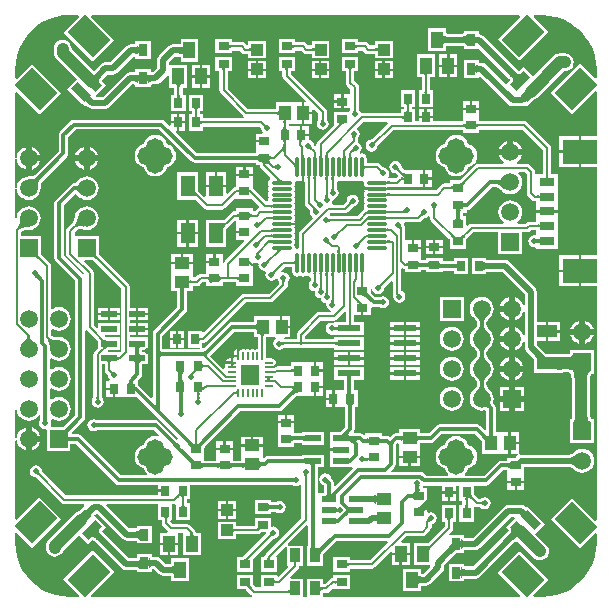
<source format=gtl>
G04*
G04 #@! TF.GenerationSoftware,Altium Limited,Altium Designer,18.1.1 (9)*
G04*
G04 Layer_Physical_Order=1*
G04 Layer_Color=255*
%FSLAX23Y23*%
%MOIN*%
G70*
G01*
G75*
%ADD10C,0.008*%
%ADD20R,0.067X0.043*%
%ADD21R,0.051X0.031*%
%ADD22R,0.118X0.083*%
%ADD23R,0.048X0.020*%
%ADD24R,0.047X0.071*%
G04:AMPARAMS|DCode=25|XSize=31mil|YSize=63mil|CornerRadius=0mil|HoleSize=0mil|Usage=FLASHONLY|Rotation=45.000|XOffset=0mil|YOffset=0mil|HoleType=Round|Shape=Rectangle|*
%AMROTATEDRECTD25*
4,1,4,0.011,-0.033,-0.033,0.011,-0.011,0.033,0.033,-0.011,0.011,-0.033,0.0*
%
%ADD25ROTATEDRECTD25*%

G04:AMPARAMS|DCode=26|XSize=83mil|YSize=118mil|CornerRadius=0mil|HoleSize=0mil|Usage=FLASHONLY|Rotation=45.000|XOffset=0mil|YOffset=0mil|HoleType=Round|Shape=Rectangle|*
%AMROTATEDRECTD26*
4,1,4,0.013,-0.071,-0.071,0.013,-0.013,0.071,0.071,-0.013,0.013,-0.071,0.0*
%
%ADD26ROTATEDRECTD26*%

G04:AMPARAMS|DCode=27|XSize=31mil|YSize=63mil|CornerRadius=0mil|HoleSize=0mil|Usage=FLASHONLY|Rotation=315.000|XOffset=0mil|YOffset=0mil|HoleType=Round|Shape=Rectangle|*
%AMROTATEDRECTD27*
4,1,4,-0.033,-0.011,0.011,0.033,0.033,0.011,-0.011,-0.033,-0.033,-0.011,0.0*
%
%ADD27ROTATEDRECTD27*%

G04:AMPARAMS|DCode=28|XSize=83mil|YSize=118mil|CornerRadius=0mil|HoleSize=0mil|Usage=FLASHONLY|Rotation=315.000|XOffset=0mil|YOffset=0mil|HoleType=Round|Shape=Rectangle|*
%AMROTATEDRECTD28*
4,1,4,-0.071,-0.013,0.013,0.071,0.071,0.013,-0.013,-0.071,-0.071,-0.013,0.0*
%
%ADD28ROTATEDRECTD28*%

%ADD29R,0.031X0.039*%
%ADD30R,0.039X0.055*%
%ADD31R,0.078X0.022*%
%ADD32R,0.053X0.022*%
%ADD33O,0.008X0.028*%
%ADD34O,0.028X0.008*%
%ADD35R,0.063X0.069*%
%ADD36R,0.052X0.021*%
%ADD37R,0.039X0.039*%
%ADD38O,0.071X0.012*%
%ADD39O,0.012X0.071*%
%ADD40R,0.051X0.039*%
%ADD41R,0.035X0.031*%
%ADD42R,0.035X0.028*%
%ADD43R,0.035X0.047*%
%ADD44R,0.031X0.035*%
%ADD45R,0.028X0.035*%
%ADD46R,0.039X0.051*%
%ADD77C,0.012*%
%ADD78C,0.020*%
%ADD79C,0.039*%
%ADD80R,0.059X0.059*%
%ADD81C,0.059*%
%ADD82O,0.118X0.059*%
%ADD83O,0.059X0.118*%
%ADD84C,0.020*%
%ADD85C,0.024*%
G36*
X1138Y1778D02*
X1137Y1777D01*
X1137Y1777D01*
X1136Y1776D01*
X1136Y1776D01*
X1135Y1775D01*
X1135Y1774D01*
X1135Y1773D01*
X1135Y1771D01*
X1135Y1770D01*
X1127D01*
X1127Y1771D01*
X1127Y1773D01*
X1127Y1774D01*
X1126Y1775D01*
X1126Y1776D01*
X1126Y1776D01*
X1125Y1777D01*
X1124Y1777D01*
X1124Y1778D01*
X1123Y1778D01*
X1139D01*
X1138Y1778D01*
D02*
G37*
G36*
X717D02*
X716Y1777D01*
X716Y1777D01*
X715Y1776D01*
X715Y1776D01*
X715Y1775D01*
X714Y1774D01*
X714Y1773D01*
X714Y1771D01*
X714Y1770D01*
X706D01*
X706Y1771D01*
X706Y1773D01*
X706Y1774D01*
X705Y1775D01*
X705Y1776D01*
X705Y1776D01*
X704Y1777D01*
X704Y1777D01*
X703Y1778D01*
X702Y1778D01*
X718D01*
X717Y1778D01*
D02*
G37*
G36*
X197Y1953D02*
X226D01*
X228Y1949D01*
X176Y1896D01*
X273Y1799D01*
X346Y1871D01*
X268Y1949D01*
X270Y1953D01*
X1696D01*
X1698Y1949D01*
X1623Y1873D01*
X1695Y1801D01*
X1793Y1898D01*
X1743Y1949D01*
X1744Y1953D01*
X1772D01*
X1772Y1953D01*
Y1953D01*
X1777Y1953D01*
X1795Y1952D01*
X1819Y1947D01*
X1841Y1940D01*
X1863Y1929D01*
X1882Y1916D01*
X1900Y1900D01*
X1916Y1882D01*
X1929Y1863D01*
X1940Y1841D01*
X1947Y1819D01*
X1952Y1795D01*
X1953Y1777D01*
X1953Y1772D01*
X1953Y1772D01*
X1953Y1767D01*
Y1744D01*
X1949Y1743D01*
X1897Y1794D01*
X1800Y1696D01*
X1872Y1624D01*
X1949Y1700D01*
X1953Y1698D01*
Y1550D01*
X1902D01*
Y1499D01*
Y1448D01*
X1953D01*
Y1153D01*
X1902D01*
Y1101D01*
Y1050D01*
X1953D01*
X1953Y271D01*
X1949Y269D01*
X1872Y346D01*
X1800Y273D01*
X1897Y176D01*
X1949Y227D01*
X1953Y225D01*
Y197D01*
X1953Y197D01*
X1953D01*
X1953Y192D01*
X1952Y173D01*
X1947Y150D01*
X1940Y127D01*
X1929Y106D01*
X1916Y86D01*
X1900Y68D01*
X1882Y53D01*
X1863Y39D01*
X1841Y29D01*
X1819Y21D01*
X1795Y17D01*
X1772Y15D01*
X1772Y15D01*
X1744D01*
X1742Y20D01*
X1793Y71D01*
X1695Y169D01*
X1623Y96D01*
X1699Y20D01*
X1697Y15D01*
X1042D01*
Y28D01*
X1052D01*
X1058Y29D01*
X1062Y32D01*
X1072Y42D01*
X1076Y40D01*
Y40D01*
X1131D01*
Y88D01*
X1076D01*
Y78D01*
X1074D01*
X1068Y77D01*
X1064Y74D01*
X1047Y58D01*
X1042Y59D01*
Y76D01*
X987D01*
Y15D01*
X976Y15D01*
Y76D01*
X933D01*
X932Y81D01*
X958Y107D01*
X961Y112D01*
X962Y117D01*
Y119D01*
X976D01*
Y186D01*
X926D01*
X924Y191D01*
X986Y253D01*
X991Y251D01*
Y186D01*
X987D01*
Y177D01*
X987Y176D01*
X987Y176D01*
Y119D01*
X1042D01*
Y157D01*
X1043Y157D01*
X1043Y158D01*
X1046Y161D01*
X1087Y202D01*
X1256D01*
X1258Y197D01*
X1198Y137D01*
X1131D01*
Y147D01*
X1076D01*
Y99D01*
X1131D01*
Y109D01*
X1204D01*
X1209Y110D01*
X1214Y113D01*
X1266Y165D01*
X1271Y163D01*
Y162D01*
X1300D01*
Y158D01*
D01*
Y162D01*
X1330D01*
Y196D01*
X1303D01*
X1301Y201D01*
X1319Y218D01*
X1373D01*
X1378Y219D01*
X1383Y222D01*
X1399Y238D01*
X1402Y243D01*
X1403Y248D01*
Y257D01*
X1407Y258D01*
X1414Y262D01*
X1418Y269D01*
X1420Y277D01*
X1418Y284D01*
X1414Y291D01*
X1407Y295D01*
X1400Y297D01*
X1393Y295D01*
X1388Y298D01*
Y310D01*
X1388Y310D01*
X1382Y303D01*
X1379Y300D01*
X1378Y297D01*
X1377Y294D01*
X1376Y292D01*
X1376Y290D01*
X1377Y288D01*
X1378Y286D01*
X1349Y313D01*
X1350Y312D01*
X1352Y311D01*
X1354Y311D01*
X1357Y312D01*
X1359Y313D01*
X1362Y315D01*
X1365Y317D01*
X1369Y320D01*
X1376Y327D01*
X1388Y317D01*
Y323D01*
X1388D01*
Y327D01*
X1388D01*
Y378D01*
X1375D01*
X1373Y383D01*
X1375Y386D01*
X1376Y387D01*
X1378Y386D01*
X1437D01*
Y367D01*
X1461D01*
X1485D01*
Y386D01*
X1496D01*
Y335D01*
X1506D01*
Y322D01*
X1496D01*
Y266D01*
X1544D01*
Y313D01*
X1549Y315D01*
X1550Y315D01*
X1555Y314D01*
X1565D01*
X1565Y313D01*
X1572Y309D01*
X1580Y308D01*
X1587Y309D01*
X1594Y313D01*
X1598Y320D01*
X1600Y328D01*
X1598Y335D01*
X1594Y342D01*
X1587Y346D01*
X1580Y348D01*
X1572Y346D01*
X1565Y342D01*
X1561Y342D01*
X1545Y358D01*
X1544Y359D01*
X1544Y360D01*
X1544Y360D01*
Y360D01*
X1544Y360D01*
X1544Y360D01*
Y361D01*
X1544Y361D01*
X1544Y361D01*
Y386D01*
X1585D01*
X1591Y388D01*
X1596Y391D01*
X1642Y437D01*
X1656D01*
Y428D01*
X1656Y427D01*
Y423D01*
X1656Y422D01*
Y402D01*
X1712D01*
Y422D01*
X1712Y423D01*
Y427D01*
X1712Y428D01*
Y449D01*
X1863D01*
X1864Y449D01*
X1866Y448D01*
X1868Y448D01*
X1869Y447D01*
X1871Y446D01*
X1873Y445D01*
X1874Y444D01*
X1876Y443D01*
X1877Y441D01*
X1878Y441D01*
X1886Y434D01*
X1896Y430D01*
X1906Y429D01*
X1916Y430D01*
X1926Y434D01*
X1934Y441D01*
X1941Y449D01*
X1945Y459D01*
X1946Y469D01*
X1945Y479D01*
X1941Y489D01*
X1934Y497D01*
X1926Y503D01*
X1916Y507D01*
X1906Y509D01*
X1896Y507D01*
X1886Y503D01*
X1878Y497D01*
X1877Y496D01*
X1876Y495D01*
X1874Y494D01*
X1873Y493D01*
X1871Y492D01*
X1869Y491D01*
X1868Y490D01*
X1866Y490D01*
X1864Y489D01*
X1863Y489D01*
X1700D01*
X1697Y488D01*
X1693Y493D01*
Y524D01*
X1667D01*
Y492D01*
X1691D01*
X1691Y492D01*
X1692Y487D01*
X1686Y483D01*
X1683Y479D01*
X1656D01*
Y469D01*
X1635D01*
X1629Y468D01*
X1623Y464D01*
X1578Y419D01*
X1515D01*
X1513Y424D01*
X1514Y425D01*
X1521Y433D01*
X1525Y442D01*
X1525Y444D01*
X1526Y444D01*
X1536Y448D01*
X1544Y454D01*
X1550Y462D01*
X1554Y472D01*
X1556Y482D01*
X1554Y493D01*
X1550Y502D01*
X1544Y510D01*
X1536Y517D01*
X1526Y521D01*
X1525Y521D01*
X1525Y522D01*
X1521Y532D01*
X1514Y540D01*
X1506Y546D01*
X1497Y550D01*
X1486Y552D01*
X1476Y550D01*
X1466Y546D01*
X1458Y540D01*
X1452Y532D01*
X1448Y522D01*
X1448Y521D01*
X1446Y521D01*
X1437Y517D01*
X1429Y510D01*
X1422Y502D01*
X1418Y493D01*
X1417Y482D01*
X1418Y472D01*
X1422Y462D01*
X1429Y454D01*
X1437Y448D01*
X1446Y444D01*
X1448Y444D01*
X1448Y442D01*
X1452Y433D01*
X1458Y425D01*
X1459Y424D01*
X1458Y419D01*
X1385D01*
X1377Y427D01*
X1371Y430D01*
X1365Y432D01*
X1271D01*
X1269Y436D01*
X1278Y445D01*
X1282Y450D01*
X1283Y457D01*
Y515D01*
X1283Y516D01*
X1283Y518D01*
X1284Y519D01*
X1284Y520D01*
X1285Y522D01*
X1285Y523D01*
X1286Y524D01*
X1287Y525D01*
X1289Y527D01*
X1294Y526D01*
Y516D01*
X1294Y515D01*
Y511D01*
X1294Y510D01*
Y485D01*
X1365D01*
Y510D01*
X1365Y511D01*
Y515D01*
X1365Y516D01*
Y528D01*
X1400D01*
X1406Y529D01*
X1411Y533D01*
X1436Y558D01*
X1547D01*
X1568Y537D01*
X1569Y536D01*
X1570Y535D01*
X1571Y534D01*
X1571Y533D01*
Y492D01*
X1629D01*
X1630Y492D01*
X1634D01*
X1635Y492D01*
X1659D01*
Y528D01*
Y563D01*
X1635D01*
X1634Y563D01*
X1630D01*
X1629Y563D01*
X1617D01*
Y645D01*
X1615Y652D01*
X1612Y657D01*
X1611Y658D01*
X1610Y659D01*
X1609Y660D01*
X1609Y661D01*
X1609Y661D01*
X1609Y662D01*
X1608Y663D01*
X1608Y664D01*
X1609Y665D01*
X1609Y665D01*
X1609Y667D01*
X1609Y667D01*
X1609Y667D01*
X1610Y676D01*
X1609Y686D01*
X1605Y696D01*
X1598Y704D01*
X1598Y704D01*
X1593Y709D01*
X1591Y711D01*
X1590Y713D01*
X1589Y715D01*
X1588Y717D01*
X1587Y719D01*
X1587Y720D01*
X1586Y721D01*
Y730D01*
X1587Y731D01*
X1587Y732D01*
X1588Y734D01*
X1589Y736D01*
X1590Y738D01*
X1591Y740D01*
X1596Y745D01*
X1597Y747D01*
X1598Y747D01*
X1605Y756D01*
X1609Y765D01*
X1610Y776D01*
X1609Y786D01*
X1605Y796D01*
X1598Y804D01*
X1598Y804D01*
X1593Y809D01*
X1591Y811D01*
X1590Y813D01*
X1589Y815D01*
X1588Y817D01*
X1587Y819D01*
X1587Y820D01*
X1586Y821D01*
Y830D01*
X1587Y831D01*
X1587Y832D01*
X1588Y834D01*
X1589Y836D01*
X1590Y838D01*
X1591Y840D01*
X1596Y845D01*
X1597Y847D01*
X1598Y847D01*
X1605Y856D01*
X1609Y865D01*
X1610Y876D01*
X1609Y886D01*
X1605Y896D01*
X1598Y904D01*
X1598Y904D01*
X1593Y909D01*
X1591Y911D01*
X1590Y913D01*
X1589Y915D01*
X1588Y917D01*
X1587Y919D01*
X1587Y920D01*
X1586Y921D01*
Y930D01*
X1587Y931D01*
X1587Y932D01*
X1588Y934D01*
X1589Y936D01*
X1590Y938D01*
X1591Y940D01*
X1596Y945D01*
X1597Y947D01*
X1598Y947D01*
X1605Y956D01*
X1609Y965D01*
X1610Y976D01*
X1609Y986D01*
X1605Y996D01*
X1598Y1004D01*
X1590Y1010D01*
X1580Y1014D01*
X1570Y1016D01*
X1560Y1014D01*
X1550Y1010D01*
X1542Y1004D01*
X1536Y996D01*
X1532Y986D01*
X1530Y976D01*
X1532Y965D01*
X1536Y956D01*
X1542Y947D01*
X1543Y947D01*
X1547Y942D01*
X1549Y940D01*
X1550Y938D01*
X1552Y936D01*
X1553Y934D01*
X1553Y932D01*
X1554Y931D01*
X1554Y930D01*
Y921D01*
X1554Y920D01*
X1553Y919D01*
X1553Y917D01*
X1552Y915D01*
X1550Y913D01*
X1549Y911D01*
X1545Y907D01*
X1543Y905D01*
X1542Y904D01*
X1536Y896D01*
X1532Y886D01*
X1530Y876D01*
X1532Y865D01*
X1536Y856D01*
X1542Y847D01*
X1543Y847D01*
X1547Y842D01*
X1549Y840D01*
X1550Y838D01*
X1552Y836D01*
X1553Y834D01*
X1553Y832D01*
X1554Y831D01*
X1554Y830D01*
Y821D01*
X1554Y820D01*
X1553Y819D01*
X1553Y817D01*
X1552Y815D01*
X1550Y813D01*
X1549Y811D01*
X1545Y807D01*
X1543Y804D01*
X1542Y804D01*
X1536Y796D01*
X1532Y786D01*
X1530Y776D01*
X1532Y765D01*
X1536Y756D01*
X1542Y747D01*
X1543Y747D01*
X1547Y742D01*
X1549Y740D01*
X1550Y738D01*
X1552Y736D01*
X1553Y734D01*
X1553Y732D01*
X1554Y731D01*
X1554Y730D01*
Y721D01*
X1554Y720D01*
X1553Y719D01*
X1553Y717D01*
X1552Y715D01*
X1550Y713D01*
X1549Y711D01*
X1545Y707D01*
X1543Y705D01*
X1542Y704D01*
X1536Y696D01*
X1532Y686D01*
X1530Y676D01*
X1532Y665D01*
X1536Y656D01*
X1542Y647D01*
X1550Y641D01*
X1560Y637D01*
X1570Y636D01*
X1579Y637D01*
X1579Y637D01*
X1579Y637D01*
X1583Y635D01*
X1584Y633D01*
Y573D01*
X1580Y571D01*
X1565Y586D01*
X1560Y589D01*
X1554Y591D01*
X1430D01*
X1423Y589D01*
X1418Y586D01*
X1393Y561D01*
X1365D01*
Y574D01*
X1294D01*
Y561D01*
X1283D01*
X1277Y559D01*
X1272Y556D01*
X1264Y548D01*
X1260Y550D01*
X1254Y552D01*
X1237D01*
Y561D01*
X1182D01*
Y558D01*
X1180Y556D01*
X1177Y555D01*
X1173Y558D01*
X1166Y560D01*
X1147D01*
X1144Y565D01*
X1146Y567D01*
X1147Y573D01*
Y647D01*
X1157D01*
Y703D01*
X1145D01*
Y739D01*
X1177D01*
Y781D01*
X1079D01*
Y739D01*
X1112D01*
Y706D01*
X1109Y703D01*
X1102Y703D01*
X1100Y703D01*
X1080D01*
Y675D01*
Y647D01*
X1100D01*
X1102Y647D01*
X1105D01*
X1107Y647D01*
X1115D01*
Y580D01*
X1103Y568D01*
X1102Y567D01*
X1101Y566D01*
X1100Y566D01*
X1099Y565D01*
X1098Y565D01*
X1097Y565D01*
X1097Y564D01*
X1096Y564D01*
X1095Y564D01*
X1095Y564D01*
X1065D01*
Y522D01*
Y510D01*
X1101D01*
Y502D01*
X1065D01*
Y485D01*
Y448D01*
X1137D01*
X1140Y443D01*
X1081Y385D01*
X1077Y387D01*
Y395D01*
X1075Y402D01*
X1072Y407D01*
X1069Y410D01*
X1068Y414D01*
X1064Y421D01*
X1057Y425D01*
X1049Y427D01*
X1041Y425D01*
X1035Y421D01*
X1031Y414D01*
X1029Y406D01*
X1031Y399D01*
X1035Y392D01*
X1041Y388D01*
X1044Y387D01*
Y361D01*
X1026D01*
X1023Y365D01*
Y448D01*
X1043D01*
Y489D01*
X981D01*
X980Y489D01*
X980Y489D01*
X970D01*
Y485D01*
X859D01*
X853Y483D01*
X847Y480D01*
X845Y477D01*
X840Y479D01*
Y485D01*
X840Y486D01*
Y490D01*
X840Y491D01*
Y516D01*
X804D01*
X769D01*
Y491D01*
X769Y490D01*
Y486D01*
X769Y485D01*
Y469D01*
X740D01*
Y477D01*
X740Y479D01*
Y482D01*
X740Y484D01*
Y504D01*
X713D01*
X685D01*
Y484D01*
X685Y482D01*
Y479D01*
X685Y477D01*
Y469D01*
X645D01*
Y477D01*
X645Y479D01*
X645D01*
Y482D01*
X645D01*
Y508D01*
X645Y508D01*
X645Y509D01*
Y510D01*
X645Y510D01*
X645Y510D01*
Y512D01*
X645Y512D01*
X648Y516D01*
X766Y633D01*
X895D01*
X901Y635D01*
X907Y638D01*
X951Y683D01*
X953Y685D01*
X955Y686D01*
X955Y686D01*
X957D01*
X957Y686D01*
X957Y686D01*
X958D01*
X959Y686D01*
X959Y686D01*
X984D01*
X985Y686D01*
X989D01*
X990Y686D01*
X1011D01*
Y714D01*
X1014D01*
Y718D01*
X1040D01*
Y741D01*
X1040D01*
Y765D01*
X1014D01*
Y769D01*
X1011D01*
Y797D01*
X990D01*
X989Y797D01*
X985D01*
X984Y797D01*
X934D01*
Y783D01*
X887D01*
X883Y782D01*
X883Y785D01*
X881Y788D01*
X883Y790D01*
X884Y796D01*
X883Y801D01*
X880Y806D01*
X875Y809D01*
X870Y810D01*
X852D01*
Y827D01*
Y880D01*
X868D01*
X869Y880D01*
X873D01*
X874Y880D01*
X882D01*
X883Y875D01*
X881Y874D01*
X877Y867D01*
X875Y859D01*
X877Y852D01*
X881Y845D01*
X888Y841D01*
X896Y839D01*
X903Y841D01*
X910Y845D01*
X910Y845D01*
X1079D01*
Y839D01*
X1177D01*
Y881D01*
X1079D01*
Y874D01*
X982D01*
Y883D01*
X1034Y936D01*
X1078D01*
X1083Y937D01*
X1088Y940D01*
X1113Y965D01*
X1118Y963D01*
Y931D01*
X1079D01*
Y931D01*
X1074Y929D01*
X1070Y930D01*
X1062Y928D01*
X1056Y924D01*
X1051Y917D01*
X1050Y910D01*
X1051Y902D01*
X1056Y895D01*
X1062Y891D01*
X1070Y889D01*
X1074Y890D01*
X1079Y889D01*
Y889D01*
X1177D01*
Y931D01*
X1146D01*
Y954D01*
X1168D01*
Y979D01*
X1176D01*
Y954D01*
X1200D01*
Y979D01*
X1205Y982D01*
X1210Y981D01*
X1230D01*
X1233Y978D01*
X1241Y977D01*
X1249Y978D01*
X1255Y983D01*
X1260Y989D01*
X1261Y997D01*
X1260Y1005D01*
X1255Y1011D01*
X1249Y1016D01*
X1241Y1017D01*
X1233Y1016D01*
X1230Y1013D01*
X1230Y1013D01*
X1216D01*
X1203Y1026D01*
X1201Y1028D01*
X1200Y1030D01*
X1200Y1030D01*
Y1040D01*
X1205Y1040D01*
X1206Y1037D01*
X1210Y1030D01*
X1217Y1026D01*
X1224Y1024D01*
X1232Y1026D01*
X1239Y1030D01*
X1243Y1037D01*
X1245Y1044D01*
X1245Y1044D01*
X1269Y1068D01*
X1273Y1066D01*
Y1024D01*
X1274Y1018D01*
X1275Y1017D01*
X1275Y1016D01*
X1277Y1008D01*
X1281Y1001D01*
X1288Y997D01*
X1295Y996D01*
X1303Y997D01*
X1310Y1001D01*
X1314Y1008D01*
X1316Y1016D01*
X1314Y1023D01*
X1310Y1030D01*
X1303Y1034D01*
X1302Y1035D01*
Y1108D01*
X1307Y1111D01*
X1309Y1109D01*
X1313Y1108D01*
Y1097D01*
X1369D01*
Y1106D01*
X1384D01*
Y1098D01*
X1429D01*
X1430Y1098D01*
X1430Y1098D01*
X1440D01*
Y1102D01*
X1478D01*
Y1091D01*
X1526D01*
Y1146D01*
X1478D01*
Y1135D01*
X1440D01*
Y1145D01*
X1384D01*
Y1139D01*
X1369D01*
Y1148D01*
X1369D01*
Y1152D01*
X1369D01*
Y1174D01*
X1341D01*
Y1178D01*
X1337D01*
Y1203D01*
X1316D01*
Y1245D01*
X1315Y1250D01*
X1312Y1254D01*
X1313Y1254D01*
X1312Y1258D01*
X1315Y1263D01*
X1358D01*
X1364Y1264D01*
X1368Y1268D01*
X1378Y1277D01*
X1378Y1277D01*
X1386Y1279D01*
X1392Y1283D01*
X1397Y1281D01*
Y1279D01*
X1398Y1274D01*
X1401Y1269D01*
X1462Y1209D01*
X1463Y1207D01*
Y1176D01*
X1519D01*
Y1207D01*
X1520Y1208D01*
X1542Y1231D01*
X1626D01*
Y1157D01*
X1705D01*
Y1231D01*
X1722D01*
X1728Y1232D01*
X1732Y1235D01*
X1735Y1238D01*
X1752D01*
Y1224D01*
X1748Y1221D01*
X1746Y1221D01*
X1738Y1219D01*
X1732Y1215D01*
X1727Y1209D01*
X1726Y1201D01*
X1727Y1193D01*
X1732Y1186D01*
X1738Y1182D01*
X1746Y1181D01*
X1748Y1181D01*
X1752Y1178D01*
Y1176D01*
X1823D01*
Y1225D01*
Y1274D01*
Y1296D01*
X1787D01*
X1752D01*
Y1266D01*
X1729D01*
X1724Y1265D01*
X1719Y1262D01*
X1717Y1259D01*
X1690D01*
X1688Y1264D01*
X1694Y1269D01*
X1700Y1277D01*
X1704Y1287D01*
X1705Y1297D01*
X1704Y1307D01*
X1700Y1317D01*
X1694Y1325D01*
X1685Y1331D01*
X1676Y1335D01*
X1665Y1337D01*
X1655Y1335D01*
X1645Y1331D01*
X1637Y1325D01*
X1631Y1317D01*
X1627Y1307D01*
X1625Y1297D01*
X1627Y1287D01*
X1631Y1277D01*
X1637Y1269D01*
X1643Y1264D01*
X1641Y1259D01*
X1537D01*
X1531Y1258D01*
X1526Y1255D01*
X1524Y1252D01*
X1519Y1254D01*
Y1283D01*
X1508D01*
Y1296D01*
X1520D01*
Y1304D01*
X1521D01*
X1527Y1305D01*
X1532Y1308D01*
X1604Y1381D01*
X1620D01*
X1621Y1380D01*
X1622Y1380D01*
X1624Y1379D01*
X1626Y1378D01*
X1628Y1377D01*
X1630Y1376D01*
X1635Y1371D01*
X1637Y1370D01*
X1637Y1369D01*
X1645Y1362D01*
X1655Y1358D01*
X1665Y1357D01*
X1676Y1358D01*
X1685Y1362D01*
X1694Y1369D01*
X1700Y1377D01*
X1704Y1387D01*
X1705Y1397D01*
X1704Y1407D01*
X1700Y1417D01*
X1694Y1425D01*
X1692Y1426D01*
X1694Y1431D01*
X1716D01*
X1721Y1426D01*
Y1361D01*
X1722Y1356D01*
X1725Y1351D01*
X1737Y1339D01*
X1742Y1336D01*
X1747Y1335D01*
X1752D01*
Y1324D01*
Y1304D01*
X1787D01*
X1823D01*
Y1324D01*
Y1373D01*
Y1424D01*
X1802D01*
Y1511D01*
X1801Y1516D01*
X1797Y1521D01*
X1722Y1597D01*
X1717Y1600D01*
X1712Y1601D01*
X1562D01*
Y1611D01*
X1562Y1612D01*
Y1616D01*
X1562Y1617D01*
Y1638D01*
X1534D01*
X1507D01*
Y1617D01*
X1507Y1616D01*
Y1612D01*
X1507Y1611D01*
Y1600D01*
X1407D01*
Y1610D01*
X1383D01*
X1360D01*
Y1600D01*
X1348D01*
Y1641D01*
X1339D01*
Y1649D01*
X1348D01*
Y1704D01*
X1301D01*
Y1649D01*
X1310D01*
Y1641D01*
X1301D01*
Y1628D01*
X1171D01*
X1170Y1627D01*
X1165Y1630D01*
X1165Y1631D01*
X1161Y1637D01*
X1161Y1637D01*
Y1714D01*
X1160Y1719D01*
X1157Y1724D01*
X1145Y1735D01*
Y1768D01*
X1159D01*
Y1815D01*
X1103D01*
Y1768D01*
X1117D01*
Y1729D01*
X1118Y1724D01*
X1121Y1719D01*
X1132Y1708D01*
Y1690D01*
X1110D01*
Y1666D01*
Y1643D01*
X1132D01*
Y1637D01*
X1132Y1637D01*
X1128Y1631D01*
X1079D01*
Y1589D01*
X1023Y1534D01*
X1020Y1529D01*
X1019Y1524D01*
Y1521D01*
X1019Y1521D01*
X1014Y1519D01*
X1012Y1520D01*
X1011Y1526D01*
X1006Y1533D01*
X1000Y1537D01*
X994Y1538D01*
Y1551D01*
X969D01*
Y1555D01*
X965D01*
Y1583D01*
X943D01*
Y1583D01*
X939D01*
Y1583D01*
X927D01*
Y1591D01*
X941D01*
X942Y1591D01*
X946D01*
X947Y1591D01*
X972D01*
Y1627D01*
Y1663D01*
X947D01*
X946Y1663D01*
X942D01*
X941Y1663D01*
X883D01*
Y1641D01*
X792D01*
X724Y1709D01*
Y1768D01*
X738D01*
Y1815D01*
X682D01*
Y1768D01*
X696D01*
Y1703D01*
X697Y1698D01*
X700Y1693D01*
X776Y1617D01*
X778Y1616D01*
X777Y1611D01*
X641D01*
Y1624D01*
X632D01*
Y1634D01*
X642D01*
Y1689D01*
X594D01*
Y1634D01*
X604D01*
Y1624D01*
X593D01*
Y1569D01*
X641D01*
Y1582D01*
X830D01*
X835Y1577D01*
X835Y1577D01*
X837Y1569D01*
X840Y1564D01*
X837Y1559D01*
X817D01*
Y1537D01*
X845D01*
Y1530D01*
X817D01*
Y1509D01*
X817Y1508D01*
Y1504D01*
X817Y1503D01*
Y1495D01*
X620D01*
X550Y1564D01*
X552Y1569D01*
X554D01*
Y1593D01*
X534D01*
Y1587D01*
X529Y1585D01*
X514Y1601D01*
X508Y1604D01*
X502Y1606D01*
X211D01*
X204Y1604D01*
X199Y1601D01*
X165Y1566D01*
X161Y1561D01*
X160Y1555D01*
Y1500D01*
X81Y1421D01*
X80Y1420D01*
X79Y1420D01*
X77Y1419D01*
X75Y1418D01*
X73Y1418D01*
X70Y1417D01*
X64Y1417D01*
X61Y1417D01*
X60Y1417D01*
X50Y1416D01*
X40Y1412D01*
X32Y1405D01*
X26Y1397D01*
X22Y1387D01*
X20Y1378D01*
X15Y1378D01*
Y1476D01*
X20Y1476D01*
X21Y1473D01*
X22Y1467D01*
X26Y1457D01*
X32Y1449D01*
X40Y1443D01*
X50Y1439D01*
X50Y1439D01*
Y1477D01*
Y1516D01*
X50Y1516D01*
X40Y1512D01*
X32Y1505D01*
X26Y1497D01*
X22Y1487D01*
X21Y1481D01*
X20Y1478D01*
X15Y1478D01*
Y1696D01*
X20Y1698D01*
X96Y1622D01*
X169Y1694D01*
X71Y1792D01*
X20Y1741D01*
X15Y1743D01*
Y1772D01*
X15Y1772D01*
X17Y1796D01*
X21Y1819D01*
X29Y1842D01*
X40Y1863D01*
X53Y1883D01*
X68Y1901D01*
X86Y1917D01*
X106Y1930D01*
X128Y1941D01*
X150Y1948D01*
X174Y1953D01*
X193Y1954D01*
X197Y1953D01*
D02*
G37*
G36*
X1331Y1659D02*
X1331Y1659D01*
X1330Y1658D01*
X1330Y1658D01*
X1329Y1657D01*
X1329Y1656D01*
X1329Y1655D01*
X1328Y1654D01*
X1328Y1652D01*
X1328Y1651D01*
X1320D01*
X1320Y1652D01*
X1320Y1654D01*
X1320Y1655D01*
X1320Y1656D01*
X1319Y1657D01*
X1319Y1658D01*
X1318Y1658D01*
X1318Y1659D01*
X1317Y1659D01*
X1316Y1659D01*
X1332D01*
X1331Y1659D01*
D02*
G37*
G36*
X625Y1644D02*
X624Y1644D01*
X624Y1643D01*
X623Y1643D01*
X623Y1642D01*
X622Y1641D01*
X622Y1640D01*
X622Y1639D01*
X622Y1638D01*
X622Y1636D01*
X614D01*
X614Y1638D01*
X614Y1639D01*
X614Y1640D01*
X613Y1641D01*
X613Y1642D01*
X612Y1643D01*
X612Y1643D01*
X611Y1644D01*
X611Y1644D01*
X610Y1644D01*
X626D01*
X625Y1644D01*
D02*
G37*
G36*
X1328Y1637D02*
X1328Y1636D01*
X1329Y1635D01*
X1329Y1634D01*
X1329Y1633D01*
X1330Y1632D01*
X1330Y1632D01*
X1331Y1631D01*
X1331Y1631D01*
X1332Y1631D01*
X1316D01*
X1317Y1631D01*
X1318Y1631D01*
X1318Y1632D01*
X1319Y1632D01*
X1319Y1633D01*
X1320Y1634D01*
X1320Y1635D01*
X1320Y1636D01*
X1320Y1637D01*
X1320Y1639D01*
X1328D01*
X1328Y1637D01*
D02*
G37*
G36*
X1151Y1637D02*
X1151Y1636D01*
X1151Y1635D01*
X1151Y1634D01*
X1151Y1633D01*
X1152Y1633D01*
X1152Y1632D01*
X1152Y1631D01*
X1153Y1631D01*
X1154Y1630D01*
X1140D01*
X1140Y1631D01*
X1141Y1631D01*
X1141Y1632D01*
X1142Y1633D01*
X1142Y1633D01*
X1142Y1634D01*
X1142Y1635D01*
X1143Y1636D01*
X1143Y1637D01*
X1143Y1638D01*
X1151D01*
X1151Y1637D01*
D02*
G37*
G36*
X893Y1619D02*
X893Y1620D01*
X893Y1621D01*
X892Y1621D01*
X892Y1622D01*
X891Y1622D01*
X890Y1622D01*
X889Y1623D01*
X888Y1623D01*
X887Y1623D01*
X885Y1623D01*
Y1631D01*
X887Y1631D01*
X888Y1631D01*
X889Y1631D01*
X890Y1632D01*
X891Y1632D01*
X892Y1632D01*
X892Y1633D01*
X893Y1633D01*
X893Y1634D01*
X893Y1635D01*
Y1619D01*
D02*
G37*
G36*
X622Y1621D02*
X622Y1619D01*
X622Y1618D01*
X622Y1617D01*
X623Y1616D01*
X623Y1615D01*
X624Y1615D01*
X624Y1614D01*
X625Y1614D01*
X626Y1614D01*
X610D01*
X611Y1614D01*
X611Y1614D01*
X612Y1615D01*
X612Y1615D01*
X613Y1616D01*
X613Y1617D01*
X614Y1618D01*
X614Y1619D01*
X614Y1621D01*
X614Y1622D01*
X622D01*
X622Y1621D01*
D02*
G37*
G36*
X1311Y1606D02*
X1311Y1606D01*
X1310Y1607D01*
X1310Y1608D01*
X1309Y1608D01*
X1309Y1609D01*
X1308Y1609D01*
X1307Y1609D01*
X1306Y1609D01*
X1304Y1609D01*
X1303Y1610D01*
Y1617D01*
X1304Y1617D01*
X1306Y1618D01*
X1307Y1618D01*
X1308Y1618D01*
X1309Y1618D01*
X1309Y1619D01*
X1310Y1619D01*
X1310Y1620D01*
X1311Y1621D01*
X1311Y1621D01*
Y1606D01*
D02*
G37*
G36*
X920Y1602D02*
X919Y1601D01*
X918Y1601D01*
X918Y1600D01*
X917Y1600D01*
X917Y1599D01*
X917Y1598D01*
X917Y1597D01*
X916Y1595D01*
X916Y1594D01*
X909D01*
X909Y1595D01*
X908Y1597D01*
X908Y1598D01*
X908Y1599D01*
X908Y1600D01*
X907Y1600D01*
X907Y1601D01*
X906Y1601D01*
X905Y1602D01*
X905Y1602D01*
X920D01*
X920Y1602D01*
D02*
G37*
G36*
X631Y1604D02*
X631Y1603D01*
X631Y1602D01*
X632Y1602D01*
X633Y1602D01*
X633Y1601D01*
X634Y1601D01*
X636Y1601D01*
X637Y1601D01*
X638Y1601D01*
Y1593D01*
X637Y1593D01*
X636Y1592D01*
X634Y1592D01*
X633Y1592D01*
X633Y1592D01*
X632Y1591D01*
X631Y1591D01*
X631Y1590D01*
X631Y1589D01*
X631Y1589D01*
Y1604D01*
X631Y1604D01*
D02*
G37*
G36*
X1114Y1594D02*
X1112Y1594D01*
X1111Y1593D01*
X1110Y1593D01*
X1109Y1592D01*
X1108Y1592D01*
X1107Y1591D01*
X1106Y1590D01*
X1105Y1589D01*
X1103Y1588D01*
X1092D01*
X1093Y1589D01*
X1094Y1590D01*
X1095Y1591D01*
X1095Y1592D01*
X1095Y1592D01*
X1095Y1593D01*
X1095Y1593D01*
X1094Y1594D01*
X1093Y1594D01*
X1092Y1594D01*
X1115D01*
X1114Y1594D01*
D02*
G37*
G36*
X1552Y1594D02*
X1552Y1593D01*
X1553Y1592D01*
X1553Y1592D01*
X1554Y1592D01*
X1555Y1591D01*
X1556Y1591D01*
X1557Y1591D01*
X1558Y1591D01*
X1560Y1591D01*
Y1583D01*
X1558Y1583D01*
X1557Y1583D01*
X1556Y1582D01*
X1555Y1582D01*
X1554Y1582D01*
X1553Y1581D01*
X1553Y1581D01*
X1552Y1580D01*
X1552Y1579D01*
X1552Y1579D01*
Y1594D01*
X1552Y1594D01*
D02*
G37*
G36*
X1517Y1578D02*
X1517Y1579D01*
X1517Y1579D01*
X1516Y1580D01*
X1516Y1581D01*
X1515Y1581D01*
X1514Y1581D01*
X1513Y1582D01*
X1512Y1582D01*
X1510Y1582D01*
X1509Y1582D01*
Y1590D01*
X1510Y1590D01*
X1512Y1590D01*
X1513Y1590D01*
X1514Y1590D01*
X1515Y1591D01*
X1516Y1591D01*
X1516Y1592D01*
X1517Y1592D01*
X1517Y1593D01*
X1517Y1594D01*
Y1578D01*
D02*
G37*
G36*
X848Y1589D02*
X849Y1589D01*
X850Y1588D01*
X850Y1588D01*
X851Y1587D01*
X852Y1587D01*
X853Y1587D01*
X854Y1587D01*
X854Y1587D01*
X855Y1587D01*
X845Y1577D01*
X845Y1578D01*
X845Y1579D01*
X845Y1579D01*
X845Y1580D01*
X845Y1581D01*
X844Y1582D01*
X844Y1582D01*
X843Y1583D01*
X843Y1584D01*
X842Y1585D01*
X848Y1590D01*
X848Y1589D01*
D02*
G37*
G36*
X916Y1579D02*
X917Y1578D01*
X917Y1576D01*
X917Y1575D01*
X917Y1574D01*
X918Y1574D01*
X918Y1573D01*
X919Y1573D01*
X920Y1573D01*
X920Y1572D01*
X905D01*
X905Y1573D01*
X906Y1573D01*
X907Y1573D01*
X907Y1574D01*
X908Y1574D01*
X908Y1575D01*
X908Y1576D01*
X908Y1578D01*
X909Y1579D01*
X909Y1580D01*
X916D01*
X916Y1579D01*
D02*
G37*
G36*
X1150Y1550D02*
X1150Y1550D01*
X1149Y1549D01*
X1149Y1548D01*
X1148Y1548D01*
X1148Y1547D01*
X1148Y1546D01*
X1148Y1545D01*
X1148Y1544D01*
X1148Y1543D01*
X1140D01*
X1140Y1544D01*
X1140Y1545D01*
X1139Y1546D01*
X1139Y1547D01*
X1139Y1548D01*
X1139Y1548D01*
X1138Y1549D01*
X1138Y1550D01*
X1137Y1550D01*
X1137Y1551D01*
X1151D01*
X1150Y1550D01*
D02*
G37*
G36*
X973Y1537D02*
X973Y1537D01*
X972Y1537D01*
X971Y1536D01*
X971Y1536D01*
X971Y1535D01*
X970Y1534D01*
X970Y1532D01*
X970Y1531D01*
X970Y1530D01*
X962D01*
X962Y1531D01*
X962Y1532D01*
X962Y1534D01*
X962Y1535D01*
X961Y1536D01*
X961Y1536D01*
X960Y1537D01*
X960Y1537D01*
X959Y1537D01*
X958Y1538D01*
X974D01*
X973Y1537D01*
D02*
G37*
G36*
X921D02*
X920Y1537D01*
X919Y1537D01*
X919Y1536D01*
X918Y1536D01*
X918Y1535D01*
X918Y1534D01*
X918Y1532D01*
X917Y1531D01*
X917Y1530D01*
X910D01*
X909Y1531D01*
X909Y1532D01*
X909Y1534D01*
X909Y1535D01*
X909Y1536D01*
X908Y1536D01*
X908Y1537D01*
X907Y1537D01*
X906Y1537D01*
X906Y1538D01*
X921D01*
X921Y1537D01*
D02*
G37*
G36*
X1217Y1527D02*
X1216Y1527D01*
X1216Y1526D01*
X1215Y1525D01*
X1215Y1525D01*
X1214Y1524D01*
X1214Y1523D01*
X1214Y1522D01*
X1214Y1521D01*
X1214Y1521D01*
X1214Y1520D01*
X1204Y1530D01*
X1205Y1530D01*
X1205Y1530D01*
X1206Y1530D01*
X1207Y1530D01*
X1208Y1530D01*
X1209Y1531D01*
X1209Y1531D01*
X1210Y1532D01*
X1211Y1532D01*
X1212Y1533D01*
X1217Y1527D01*
D02*
G37*
G36*
X1002Y1518D02*
X1002Y1517D01*
X1002Y1516D01*
X1003Y1515D01*
X1003Y1515D01*
X1003Y1514D01*
X1004Y1513D01*
X1004Y1512D01*
X1005Y1512D01*
X1005Y1511D01*
X1000Y1505D01*
X999Y1506D01*
X998Y1507D01*
X998Y1507D01*
X997Y1508D01*
X996Y1508D01*
X995Y1508D01*
X995Y1509D01*
X994Y1509D01*
X993Y1509D01*
X992Y1509D01*
X1002Y1519D01*
X1002Y1518D01*
D02*
G37*
G36*
X1150Y1502D02*
X1149Y1502D01*
X1148Y1502D01*
X1147Y1502D01*
X1146Y1501D01*
X1146Y1501D01*
X1145Y1501D01*
X1144Y1500D01*
X1143Y1500D01*
X1143Y1499D01*
X1142Y1498D01*
X1136Y1504D01*
X1137Y1505D01*
X1138Y1505D01*
X1138Y1506D01*
X1139Y1507D01*
X1139Y1508D01*
X1139Y1509D01*
X1139Y1509D01*
X1140Y1510D01*
X1140Y1511D01*
X1140Y1512D01*
X1150Y1502D01*
D02*
G37*
G36*
X917Y1515D02*
X910Y1497D01*
X909Y1499D01*
X909Y1500D01*
X909Y1501D01*
X909Y1502D01*
X908Y1502D01*
X907Y1502D01*
X907Y1502D01*
X906Y1501D01*
X905Y1501D01*
X904Y1500D01*
Y1511D01*
X905Y1512D01*
X906Y1513D01*
X907Y1514D01*
X907Y1516D01*
X908Y1517D01*
X909Y1518D01*
X909Y1520D01*
X909Y1521D01*
X909Y1523D01*
X910Y1524D01*
X917Y1515D01*
D02*
G37*
G36*
X1136Y1487D02*
X1136Y1482D01*
X1136Y1481D01*
X1137Y1480D01*
X1137Y1480D01*
X1137Y1479D01*
X1137Y1479D01*
X1126D01*
X1127Y1479D01*
X1127Y1480D01*
X1127Y1480D01*
X1127Y1481D01*
X1128Y1482D01*
X1128Y1484D01*
X1128Y1487D01*
X1128Y1489D01*
X1136D01*
X1136Y1487D01*
D02*
G37*
G36*
X1116D02*
X1117Y1482D01*
X1117Y1481D01*
X1117Y1480D01*
X1117Y1480D01*
X1117Y1479D01*
X1118Y1479D01*
X1107D01*
X1107Y1479D01*
X1107Y1480D01*
X1108Y1480D01*
X1108Y1481D01*
X1108Y1482D01*
X1108Y1484D01*
X1108Y1487D01*
X1108Y1489D01*
X1116D01*
X1116Y1487D01*
D02*
G37*
G36*
X1057D02*
X1057Y1482D01*
X1058Y1481D01*
X1058Y1480D01*
X1058Y1480D01*
X1058Y1479D01*
X1059Y1479D01*
X1048D01*
X1048Y1479D01*
X1048Y1480D01*
X1048Y1480D01*
X1049Y1481D01*
X1049Y1482D01*
X1049Y1484D01*
X1049Y1487D01*
X1049Y1489D01*
X1057D01*
X1057Y1487D01*
D02*
G37*
G36*
X1037D02*
X1038Y1482D01*
X1038Y1481D01*
X1038Y1480D01*
X1038Y1480D01*
X1039Y1479D01*
X1039Y1479D01*
X1028D01*
X1028Y1479D01*
X1029Y1480D01*
X1029Y1480D01*
X1029Y1481D01*
X1029Y1482D01*
X1029Y1484D01*
X1030Y1487D01*
X1030Y1489D01*
X1037D01*
X1037Y1487D01*
D02*
G37*
G36*
X1018D02*
X1018Y1482D01*
X1018Y1481D01*
X1018Y1480D01*
X1019Y1480D01*
X1019Y1479D01*
X1019Y1479D01*
X1008D01*
X1009Y1479D01*
X1009Y1480D01*
X1009Y1480D01*
X1009Y1481D01*
X1009Y1482D01*
X1010Y1484D01*
X1010Y1487D01*
X1010Y1489D01*
X1018D01*
X1018Y1487D01*
D02*
G37*
G36*
X976Y1489D02*
X977Y1487D01*
X977Y1486D01*
X977Y1485D01*
X977Y1484D01*
X978Y1483D01*
X978Y1482D01*
X979Y1481D01*
X979Y1480D01*
X980Y1479D01*
X969D01*
X969Y1479D01*
X969Y1479D01*
X969Y1479D01*
X969Y1479D01*
X969Y1480D01*
X969Y1482D01*
X969Y1484D01*
X976Y1490D01*
X976Y1489D01*
D02*
G37*
G36*
X863Y1486D02*
X863Y1485D01*
X863Y1484D01*
X864Y1484D01*
X864Y1483D01*
X865Y1483D01*
X866Y1483D01*
X868Y1483D01*
X869Y1482D01*
X870Y1482D01*
Y1475D01*
X869Y1474D01*
X868Y1474D01*
X866Y1474D01*
X865Y1474D01*
X864Y1474D01*
X864Y1473D01*
X863Y1473D01*
X863Y1472D01*
X863Y1471D01*
X862Y1471D01*
Y1472D01*
X862Y1471D01*
X862Y1471D01*
X862Y1470D01*
X862Y1469D01*
X862Y1468D01*
X863Y1467D01*
X864Y1466D01*
X865Y1464D01*
X868Y1461D01*
X861Y1457D01*
X859Y1459D01*
X856Y1461D01*
X855Y1462D01*
X854Y1463D01*
X853Y1463D01*
X852Y1463D01*
X851Y1463D01*
X850Y1463D01*
X849Y1463D01*
X853D01*
X852Y1463D01*
X851Y1462D01*
X851Y1462D01*
X850Y1462D01*
X850Y1461D01*
X850Y1460D01*
X849Y1459D01*
X849Y1458D01*
X849Y1456D01*
X849Y1455D01*
X841D01*
X841Y1456D01*
X841Y1458D01*
X841Y1459D01*
X840Y1460D01*
X840Y1461D01*
X840Y1462D01*
X839Y1462D01*
X839Y1462D01*
X838Y1463D01*
X837Y1463D01*
X841D01*
X841Y1474D01*
X847D01*
X849Y1477D01*
Y1483D01*
X849Y1483D01*
X850Y1483D01*
X851Y1482D01*
X861Y1482D01*
Y1475D01*
X855Y1474D01*
X859Y1470D01*
X859Y1469D01*
X862Y1472D01*
Y1486D01*
X863Y1486D01*
D02*
G37*
G36*
X828Y1467D02*
X827Y1468D01*
X827Y1469D01*
X826Y1470D01*
X826Y1470D01*
X825Y1471D01*
X823Y1472D01*
X822Y1472D01*
X820Y1472D01*
X818Y1472D01*
X816Y1473D01*
Y1484D01*
X818Y1484D01*
X820Y1485D01*
X822Y1485D01*
X823Y1485D01*
X825Y1486D01*
X826Y1486D01*
X826Y1487D01*
X827Y1488D01*
X827Y1489D01*
X828Y1490D01*
Y1467D01*
D02*
G37*
G36*
X949Y1442D02*
X949Y1443D01*
X949Y1444D01*
X948Y1445D01*
X948Y1446D01*
X948Y1447D01*
X947Y1448D01*
X946Y1449D01*
X945Y1450D01*
X944Y1452D01*
X943Y1453D01*
Y1464D01*
X944Y1463D01*
X945Y1462D01*
X946Y1461D01*
X947Y1461D01*
X948Y1461D01*
X948Y1461D01*
X948Y1461D01*
X949Y1462D01*
X949Y1463D01*
X949Y1464D01*
Y1442D01*
D02*
G37*
G36*
X885Y1441D02*
X884Y1442D01*
X883Y1442D01*
X883Y1442D01*
X882Y1443D01*
X881Y1443D01*
X880Y1443D01*
X880Y1444D01*
X879Y1444D01*
X878Y1444D01*
X877Y1444D01*
Y1452D01*
X878Y1452D01*
X879Y1452D01*
X880Y1452D01*
X880Y1452D01*
X881Y1453D01*
X882Y1453D01*
X883Y1453D01*
X883Y1454D01*
X884Y1454D01*
X885Y1455D01*
Y1441D01*
D02*
G37*
G36*
X1177Y1454D02*
X1177Y1453D01*
X1178Y1453D01*
X1178Y1452D01*
X1179Y1452D01*
X1180Y1451D01*
X1181Y1451D01*
X1182Y1451D01*
X1184Y1451D01*
X1185Y1451D01*
Y1443D01*
X1184Y1443D01*
X1182Y1443D01*
X1181Y1443D01*
X1180Y1442D01*
X1179Y1442D01*
X1178Y1441D01*
X1178Y1441D01*
X1177Y1440D01*
X1177Y1440D01*
X1177Y1439D01*
Y1455D01*
X1177Y1454D01*
D02*
G37*
G36*
X1292Y1447D02*
X1292Y1446D01*
X1293Y1445D01*
X1293Y1445D01*
X1293Y1444D01*
X1294Y1443D01*
X1294Y1442D01*
X1295Y1442D01*
X1295Y1441D01*
X1296Y1440D01*
X1290Y1434D01*
X1290Y1435D01*
X1289Y1436D01*
X1288Y1436D01*
X1287Y1437D01*
X1287Y1437D01*
X1286Y1437D01*
X1285Y1438D01*
X1284Y1438D01*
X1283Y1438D01*
X1283Y1438D01*
X1292Y1448D01*
X1292Y1447D01*
D02*
G37*
G36*
X1234Y1440D02*
X1235Y1439D01*
X1236Y1439D01*
X1236Y1438D01*
X1237Y1438D01*
X1238Y1438D01*
X1239Y1437D01*
X1239Y1437D01*
X1240Y1437D01*
X1241Y1437D01*
X1231Y1427D01*
X1231Y1428D01*
X1231Y1429D01*
X1231Y1430D01*
X1231Y1430D01*
X1230Y1431D01*
X1230Y1432D01*
X1230Y1433D01*
X1229Y1433D01*
X1228Y1434D01*
X1228Y1435D01*
X1233Y1441D01*
X1234Y1440D01*
D02*
G37*
G36*
X1258Y1594D02*
X1204Y1540D01*
X1204Y1540D01*
X1196Y1538D01*
X1189Y1534D01*
X1185Y1527D01*
X1184Y1520D01*
X1185Y1512D01*
X1189Y1505D01*
X1196Y1501D01*
X1204Y1499D01*
X1211Y1501D01*
X1218Y1505D01*
X1222Y1512D01*
X1224Y1520D01*
X1224Y1520D01*
X1276Y1572D01*
X1507D01*
Y1561D01*
X1562D01*
Y1572D01*
X1706D01*
X1773Y1505D01*
Y1424D01*
X1752D01*
X1749Y1428D01*
Y1432D01*
X1748Y1437D01*
X1745Y1442D01*
X1732Y1455D01*
X1728Y1458D01*
X1722Y1459D01*
X1689D01*
X1688Y1464D01*
X1694Y1469D01*
X1700Y1477D01*
X1704Y1487D01*
X1704Y1487D01*
X1665D01*
X1627D01*
X1627Y1487D01*
X1631Y1477D01*
X1637Y1469D01*
X1643Y1464D01*
X1641Y1459D01*
X1558D01*
X1553Y1458D01*
X1548Y1455D01*
X1497Y1404D01*
X1497Y1403D01*
X1496Y1403D01*
X1496Y1403D01*
X1495D01*
X1495Y1403D01*
X1495Y1403D01*
X1494D01*
X1494Y1403D01*
X1494Y1403D01*
X1464D01*
Y1393D01*
X1446D01*
X1446Y1393D01*
X1441Y1392D01*
X1436Y1389D01*
X1418Y1371D01*
X1271D01*
X1270Y1372D01*
X1254D01*
X1252Y1373D01*
X1222D01*
X1193D01*
X1191Y1372D01*
X1177D01*
X1178Y1370D01*
X1180Y1366D01*
X1178Y1363D01*
X1177Y1356D01*
X1178Y1350D01*
X1180Y1346D01*
X1178Y1343D01*
X1177Y1337D01*
X1178Y1330D01*
X1180Y1327D01*
X1178Y1323D01*
X1177Y1317D01*
X1178Y1311D01*
X1179Y1310D01*
X1177Y1304D01*
X1176Y1303D01*
X1157Y1284D01*
X1066D01*
X1066Y1284D01*
X1063Y1285D01*
X1063Y1291D01*
X1066Y1294D01*
X1113D01*
X1119Y1295D01*
X1123Y1298D01*
X1141Y1315D01*
X1141Y1315D01*
X1148Y1317D01*
X1155Y1321D01*
X1159Y1328D01*
X1161Y1336D01*
X1159Y1343D01*
X1155Y1350D01*
X1148Y1354D01*
X1141Y1356D01*
X1133Y1354D01*
X1126Y1350D01*
X1122Y1343D01*
X1121Y1336D01*
X1121Y1336D01*
X1107Y1322D01*
X1073D01*
X1070Y1327D01*
X1072Y1330D01*
X1073Y1338D01*
X1078Y1342D01*
X1081Y1343D01*
X1087Y1347D01*
X1092Y1353D01*
X1093Y1361D01*
X1092Y1369D01*
X1087Y1376D01*
X1087Y1376D01*
Y1398D01*
X1091Y1401D01*
X1093Y1401D01*
X1099Y1402D01*
X1102Y1405D01*
X1106Y1402D01*
X1112Y1401D01*
X1118Y1402D01*
X1122Y1405D01*
X1126Y1402D01*
X1132Y1401D01*
X1138Y1402D01*
X1142Y1405D01*
X1145Y1402D01*
X1152Y1401D01*
X1158Y1402D01*
X1161Y1405D01*
X1165Y1402D01*
X1171Y1401D01*
X1173Y1401D01*
X1177Y1397D01*
X1177Y1396D01*
X1178Y1389D01*
X1180Y1386D01*
X1178Y1382D01*
X1177Y1380D01*
X1191D01*
X1193Y1379D01*
X1222D01*
X1252D01*
X1254Y1380D01*
X1270D01*
X1271Y1381D01*
X1288D01*
X1293Y1382D01*
X1298Y1381D01*
Y1381D01*
X1348D01*
X1349Y1381D01*
X1353D01*
X1354Y1381D01*
X1375D01*
Y1409D01*
Y1437D01*
X1354D01*
X1353Y1437D01*
X1349D01*
X1348Y1437D01*
X1316D01*
X1315Y1437D01*
X1315Y1437D01*
X1314D01*
X1313Y1438D01*
X1303Y1448D01*
X1303Y1448D01*
X1301Y1456D01*
X1297Y1462D01*
X1290Y1467D01*
X1282Y1468D01*
X1275Y1467D01*
X1268Y1462D01*
X1264Y1456D01*
X1262Y1448D01*
X1264Y1440D01*
X1268Y1434D01*
X1275Y1429D01*
X1282Y1428D01*
X1283Y1428D01*
X1291Y1419D01*
X1283Y1410D01*
X1262D01*
X1261Y1410D01*
X1260Y1410D01*
X1259Y1411D01*
X1258Y1414D01*
X1257Y1416D01*
X1260Y1419D01*
X1261Y1427D01*
X1260Y1435D01*
X1255Y1441D01*
X1249Y1446D01*
X1241Y1447D01*
X1241Y1447D01*
X1232Y1457D01*
X1227Y1460D01*
X1221Y1461D01*
X1187D01*
Y1476D01*
X1186Y1483D01*
X1183Y1488D01*
X1177Y1491D01*
X1171Y1493D01*
X1166Y1491D01*
X1165Y1492D01*
X1164Y1494D01*
X1164Y1498D01*
X1168Y1504D01*
X1170Y1512D01*
X1168Y1520D01*
X1164Y1526D01*
X1157Y1531D01*
X1157Y1531D01*
X1158Y1534D01*
Y1544D01*
X1158Y1544D01*
X1162Y1550D01*
X1164Y1558D01*
X1162Y1566D01*
X1158Y1572D01*
X1156Y1574D01*
X1156Y1579D01*
X1176Y1599D01*
X1256D01*
X1258Y1594D01*
D02*
G37*
G36*
X1791Y1421D02*
X1791Y1419D01*
X1792Y1418D01*
X1792Y1417D01*
X1792Y1416D01*
X1793Y1415D01*
X1793Y1415D01*
X1794Y1414D01*
X1795Y1414D01*
X1795Y1414D01*
X1780D01*
X1780Y1414D01*
X1781Y1414D01*
X1782Y1415D01*
X1782Y1415D01*
X1782Y1416D01*
X1783Y1417D01*
X1783Y1418D01*
X1783Y1419D01*
X1783Y1421D01*
X1783Y1422D01*
X1791D01*
X1791Y1421D01*
D02*
G37*
G36*
X1306Y1430D02*
X1309Y1428D01*
X1310Y1427D01*
X1311Y1426D01*
X1312Y1426D01*
X1313Y1425D01*
X1314Y1426D01*
X1314Y1426D01*
X1315Y1427D01*
X1308Y1411D01*
X1308Y1412D01*
X1308Y1413D01*
X1308Y1414D01*
X1308Y1415D01*
Y1403D01*
X1308Y1403D01*
X1308Y1404D01*
X1307Y1404D01*
X1307Y1404D01*
X1306Y1405D01*
X1306Y1405D01*
X1305Y1405D01*
X1304Y1405D01*
X1303Y1405D01*
X1302Y1405D01*
Y1413D01*
X1303Y1413D01*
X1305Y1413D01*
X1306Y1413D01*
X1306Y1413D01*
X1307Y1414D01*
X1307Y1414D01*
X1308Y1414D01*
X1308Y1415D01*
X1308Y1415D01*
X1308Y1415D01*
X1307Y1416D01*
X1307Y1417D01*
X1306Y1418D01*
X1305Y1420D01*
X1304Y1421D01*
X1302Y1423D01*
X1304Y1432D01*
X1306Y1430D01*
D02*
G37*
G36*
X1078Y1415D02*
X1078Y1414D01*
X1078Y1413D01*
X1077Y1412D01*
X1077Y1411D01*
X1077Y1409D01*
X1077Y1407D01*
X1077Y1405D01*
X1069D01*
X1069Y1407D01*
X1069Y1411D01*
X1068Y1412D01*
X1068Y1413D01*
X1068Y1414D01*
X1068Y1415D01*
X1067Y1415D01*
X1078D01*
X1078Y1415D01*
D02*
G37*
G36*
X1058D02*
X1058Y1414D01*
X1058Y1413D01*
X1058Y1412D01*
X1057Y1411D01*
X1057Y1409D01*
X1057Y1407D01*
X1057Y1405D01*
X1049D01*
X1049Y1407D01*
X1049Y1411D01*
X1049Y1412D01*
X1048Y1413D01*
X1048Y1414D01*
X1048Y1415D01*
X1048Y1415D01*
X1059D01*
X1058Y1415D01*
D02*
G37*
G36*
X1019D02*
X1019Y1414D01*
X1018Y1413D01*
X1018Y1412D01*
X1018Y1411D01*
X1018Y1409D01*
X1018Y1407D01*
X1018Y1405D01*
X1010D01*
X1010Y1407D01*
X1009Y1411D01*
X1009Y1412D01*
X1009Y1413D01*
X1009Y1414D01*
X1009Y1415D01*
X1008Y1415D01*
X1019D01*
X1019Y1415D01*
D02*
G37*
G36*
X999D02*
X999Y1414D01*
X999Y1413D01*
X999Y1412D01*
X998Y1411D01*
X998Y1409D01*
X998Y1407D01*
X998Y1405D01*
X990D01*
X990Y1407D01*
X990Y1411D01*
X990Y1412D01*
X989Y1413D01*
X989Y1414D01*
X989Y1415D01*
X989Y1415D01*
X1000D01*
X999Y1415D01*
D02*
G37*
G36*
X978Y1417D02*
X978Y1415D01*
Y1400D01*
X980Y1398D01*
Y1328D01*
X981Y1322D01*
X984Y1318D01*
X999Y1303D01*
X998Y1298D01*
X999Y1291D01*
X1003Y1284D01*
X1006Y1282D01*
X1007Y1276D01*
X964Y1234D01*
X961Y1229D01*
X960Y1224D01*
Y1177D01*
X956Y1173D01*
X955Y1174D01*
X953Y1173D01*
X949Y1178D01*
X949Y1179D01*
X948Y1185D01*
X946Y1189D01*
X948Y1193D01*
X949Y1199D01*
X948Y1205D01*
X946Y1209D01*
X948Y1212D01*
X949Y1219D01*
X948Y1225D01*
X946Y1228D01*
X948Y1232D01*
X949Y1238D01*
X948Y1244D01*
X946Y1248D01*
X948Y1252D01*
X949Y1254D01*
X935D01*
X933Y1254D01*
X904D01*
Y1261D01*
X933D01*
X935Y1262D01*
X949D01*
X948Y1264D01*
X946Y1268D01*
X948Y1271D01*
X949Y1278D01*
X948Y1284D01*
X946Y1287D01*
X948Y1291D01*
X949Y1297D01*
X948Y1303D01*
X946Y1307D01*
X948Y1311D01*
X949Y1317D01*
X948Y1323D01*
X946Y1327D01*
X948Y1330D01*
X949Y1337D01*
X948Y1343D01*
X946Y1346D01*
X948Y1350D01*
X949Y1356D01*
X948Y1363D01*
X946Y1366D01*
X948Y1370D01*
X949Y1376D01*
X948Y1382D01*
X946Y1386D01*
X948Y1389D01*
X949Y1396D01*
X949Y1397D01*
X953Y1401D01*
X955Y1401D01*
X961Y1402D01*
X965Y1405D01*
X968Y1402D01*
X970Y1402D01*
Y1415D01*
X971Y1417D01*
Y1447D01*
X978D01*
Y1417D01*
D02*
G37*
G36*
X899Y1406D02*
X900Y1405D01*
X901Y1404D01*
X902Y1403D01*
X903Y1403D01*
X904Y1402D01*
X905Y1402D01*
X907Y1402D01*
X908Y1402D01*
X909Y1401D01*
X887D01*
X888Y1402D01*
X888Y1402D01*
X889Y1402D01*
X889Y1402D01*
X889Y1403D01*
X889Y1403D01*
X889Y1404D01*
X888Y1405D01*
X888Y1406D01*
X887Y1407D01*
X898D01*
X899Y1406D01*
D02*
G37*
G36*
X1515Y1396D02*
X1514Y1395D01*
X1511Y1391D01*
X1510Y1390D01*
X1509Y1389D01*
X1509Y1388D01*
X1509Y1387D01*
X1509Y1386D01*
X1509Y1386D01*
X1510Y1385D01*
X1495Y1392D01*
X1495Y1392D01*
X1496Y1392D01*
X1497Y1392D01*
X1498Y1392D01*
X1499Y1393D01*
X1501Y1394D01*
X1502Y1394D01*
X1503Y1395D01*
X1504Y1397D01*
X1506Y1398D01*
X1515Y1396D01*
D02*
G37*
G36*
X1255Y1401D02*
X1255Y1401D01*
X1256Y1400D01*
X1257Y1400D01*
X1258Y1400D01*
X1260Y1400D01*
X1263Y1400D01*
X1264Y1400D01*
Y1392D01*
X1263Y1392D01*
X1258Y1391D01*
X1257Y1391D01*
X1256Y1391D01*
X1255Y1391D01*
X1255Y1391D01*
X1254Y1390D01*
Y1401D01*
X1255Y1401D01*
D02*
G37*
G36*
X97Y1406D02*
X96Y1404D01*
X94Y1402D01*
X93Y1400D01*
X92Y1398D01*
X91Y1395D01*
X91Y1392D01*
X90Y1389D01*
X90Y1385D01*
X90Y1377D01*
X60Y1407D01*
X64Y1407D01*
X72Y1407D01*
X75Y1408D01*
X78Y1408D01*
X81Y1409D01*
X83Y1410D01*
X85Y1412D01*
X87Y1413D01*
X89Y1414D01*
X97Y1406D01*
D02*
G37*
G36*
X1644Y1376D02*
X1641Y1379D01*
X1636Y1384D01*
X1633Y1386D01*
X1631Y1387D01*
X1628Y1389D01*
X1626Y1390D01*
X1623Y1390D01*
X1621Y1391D01*
X1619Y1391D01*
X1619Y1403D01*
X1621Y1403D01*
X1623Y1403D01*
X1626Y1404D01*
X1628Y1405D01*
X1631Y1406D01*
X1633Y1408D01*
X1636Y1410D01*
X1639Y1412D01*
X1644Y1418D01*
X1644Y1376D01*
D02*
G37*
G36*
X1475Y1371D02*
X1475Y1372D01*
X1474Y1372D01*
X1474Y1373D01*
X1473Y1373D01*
X1473Y1374D01*
X1472Y1374D01*
X1471Y1374D01*
X1470Y1375D01*
X1468Y1375D01*
X1467Y1375D01*
Y1383D01*
X1468Y1383D01*
X1470Y1383D01*
X1471Y1383D01*
X1472Y1383D01*
X1473Y1384D01*
X1473Y1384D01*
X1474Y1385D01*
X1474Y1385D01*
X1475Y1386D01*
X1475Y1387D01*
Y1371D01*
D02*
G37*
G36*
X1077Y1375D02*
X1077Y1374D01*
X1077Y1373D01*
X1077Y1372D01*
X1078Y1372D01*
X1078Y1371D01*
X1078Y1370D01*
X1079Y1369D01*
X1079Y1369D01*
X1080Y1368D01*
X1066D01*
X1067Y1369D01*
X1067Y1369D01*
X1067Y1370D01*
X1068Y1371D01*
X1068Y1372D01*
X1068Y1372D01*
X1069Y1373D01*
X1069Y1374D01*
X1069Y1375D01*
X1069Y1376D01*
X1077D01*
X1077Y1375D01*
D02*
G37*
G36*
X228Y1362D02*
X227Y1364D01*
X226Y1366D01*
X225Y1367D01*
X223Y1368D01*
X222Y1369D01*
X220Y1370D01*
X218Y1370D01*
X216Y1371D01*
X214Y1371D01*
X212Y1371D01*
Y1383D01*
X214Y1383D01*
X216Y1383D01*
X218Y1384D01*
X220Y1384D01*
X222Y1385D01*
X223Y1386D01*
X225Y1387D01*
X226Y1389D01*
X227Y1390D01*
X228Y1392D01*
Y1362D01*
D02*
G37*
G36*
X762Y1360D02*
X761Y1360D01*
X761Y1361D01*
X761Y1362D01*
X760Y1362D01*
X760Y1363D01*
X759Y1363D01*
X758Y1363D01*
X756Y1363D01*
X755Y1363D01*
X754Y1364D01*
Y1371D01*
X755Y1371D01*
X756Y1372D01*
X758Y1372D01*
X759Y1372D01*
X760Y1372D01*
X760Y1373D01*
X761Y1373D01*
X761Y1374D01*
X761Y1375D01*
X762Y1375D01*
Y1360D01*
D02*
G37*
G36*
X1255Y1361D02*
X1255Y1361D01*
X1256Y1361D01*
X1257Y1361D01*
X1258Y1361D01*
X1260Y1360D01*
X1263Y1360D01*
X1264Y1360D01*
Y1352D01*
X1263Y1352D01*
X1258Y1352D01*
X1257Y1352D01*
X1256Y1352D01*
X1255Y1351D01*
X1255Y1351D01*
X1254Y1351D01*
Y1362D01*
X1255Y1361D01*
D02*
G37*
G36*
X613Y1371D02*
X613Y1370D01*
X614Y1369D01*
X614Y1367D01*
X615Y1366D01*
X615Y1365D01*
X616Y1364D01*
X617Y1363D01*
X618Y1362D01*
X619Y1361D01*
Y1350D01*
X618Y1351D01*
X617Y1351D01*
X616Y1352D01*
X615Y1352D01*
X615Y1352D01*
X614Y1352D01*
X614Y1352D01*
X613Y1351D01*
X613Y1351D01*
X613Y1350D01*
Y1372D01*
X613Y1371D01*
D02*
G37*
G36*
X1057Y1352D02*
X1057Y1351D01*
X1057Y1350D01*
X1058Y1349D01*
X1058Y1348D01*
X1058Y1347D01*
X1059Y1347D01*
X1059Y1346D01*
X1059Y1345D01*
X1060Y1345D01*
X1046D01*
X1047Y1345D01*
X1047Y1346D01*
X1048Y1347D01*
X1048Y1347D01*
X1048Y1348D01*
X1049Y1349D01*
X1049Y1350D01*
X1049Y1351D01*
X1049Y1352D01*
X1049Y1353D01*
X1057D01*
X1057Y1352D01*
D02*
G37*
G36*
X1762Y1342D02*
X1762Y1342D01*
X1762Y1343D01*
X1761Y1344D01*
X1761Y1344D01*
X1760Y1344D01*
X1759Y1345D01*
X1758Y1345D01*
X1757Y1345D01*
X1756Y1345D01*
X1754Y1345D01*
Y1353D01*
X1756Y1353D01*
X1757Y1354D01*
X1758Y1354D01*
X1759Y1354D01*
X1760Y1354D01*
X1761Y1355D01*
X1761Y1355D01*
X1762Y1356D01*
X1762Y1357D01*
X1762Y1357D01*
Y1342D01*
D02*
G37*
G36*
X602Y1467D02*
X607Y1463D01*
X613Y1462D01*
X817D01*
Y1453D01*
X831D01*
X832Y1449D01*
X835Y1444D01*
X865Y1415D01*
X864Y1408D01*
X863Y1407D01*
X859Y1402D01*
X858Y1396D01*
X859Y1389D01*
X861Y1386D01*
X859Y1382D01*
X858Y1376D01*
X859Y1370D01*
X861Y1366D01*
X859Y1363D01*
X858Y1356D01*
X859Y1350D01*
X861Y1346D01*
X859Y1343D01*
X858Y1337D01*
X853Y1334D01*
X851Y1334D01*
X807Y1377D01*
X807Y1378D01*
Y1392D01*
X807Y1393D01*
Y1397D01*
X807Y1398D01*
Y1419D01*
X751D01*
Y1398D01*
X751Y1397D01*
Y1393D01*
X751Y1392D01*
Y1382D01*
X746Y1381D01*
X741Y1377D01*
X723Y1359D01*
X718Y1361D01*
Y1380D01*
X684D01*
X651D01*
Y1350D01*
X646Y1348D01*
X625Y1369D01*
X625Y1369D01*
X624Y1370D01*
X624Y1370D01*
X624Y1371D01*
X624Y1371D01*
X623Y1372D01*
X623Y1372D01*
Y1430D01*
X556D01*
Y1339D01*
X615D01*
X644Y1310D01*
X649Y1307D01*
X654Y1306D01*
X704D01*
X709Y1307D01*
X714Y1310D01*
X747Y1343D01*
X751Y1342D01*
Y1342D01*
X803D01*
X828Y1316D01*
X827Y1310D01*
X826Y1310D01*
X822Y1307D01*
X814Y1300D01*
X807D01*
Y1311D01*
X751D01*
Y1300D01*
X743D01*
X738Y1299D01*
X733Y1296D01*
X710Y1272D01*
X651D01*
Y1181D01*
X718D01*
Y1239D01*
X718Y1239D01*
X718Y1240D01*
X718Y1240D01*
X718Y1240D01*
X719Y1241D01*
X719Y1242D01*
X719Y1242D01*
X746Y1269D01*
X751Y1267D01*
Y1260D01*
X751Y1260D01*
Y1256D01*
X751D01*
X751Y1255D01*
Y1234D01*
X779D01*
Y1227D01*
X751D01*
Y1205D01*
X777D01*
X779Y1200D01*
X715Y1136D01*
X712Y1132D01*
X712Y1129D01*
X707Y1129D01*
Y1158D01*
X683D01*
Y1132D01*
X679D01*
Y1128D01*
X651D01*
Y1108D01*
X651Y1107D01*
Y1103D01*
X651Y1102D01*
Y1092D01*
X633D01*
X628Y1090D01*
X623Y1087D01*
X616Y1080D01*
X608D01*
Y1094D01*
X608Y1095D01*
Y1099D01*
X608Y1100D01*
Y1125D01*
X572D01*
X536D01*
Y1100D01*
X536Y1099D01*
Y1095D01*
X536Y1094D01*
Y1036D01*
X556D01*
Y980D01*
X478Y903D01*
X475Y897D01*
X473Y891D01*
Y825D01*
Y681D01*
X469Y679D01*
X429Y719D01*
X425Y721D01*
Y735D01*
X425Y735D01*
X425D01*
X427Y740D01*
X434Y746D01*
X437Y752D01*
X438Y758D01*
Y790D01*
X458D01*
Y830D01*
X438D01*
Y839D01*
X458D01*
Y880D01*
X397D01*
Y888D01*
X418D01*
Y908D01*
Y929D01*
X397D01*
Y937D01*
X418D01*
Y958D01*
Y978D01*
X397D01*
Y1048D01*
X397Y1048D01*
X396Y1054D01*
X393Y1058D01*
X295Y1156D01*
X294Y1158D01*
X293Y1158D01*
Y1159D01*
X294Y1159D01*
X293Y1159D01*
Y1217D01*
X214D01*
X213Y1221D01*
Y1227D01*
X226Y1240D01*
X226Y1240D01*
X226Y1240D01*
X227Y1241D01*
X228Y1241D01*
X230Y1241D01*
X231Y1241D01*
X234Y1241D01*
X236Y1241D01*
X240Y1240D01*
X243Y1239D01*
X244Y1239D01*
X254Y1237D01*
X264Y1239D01*
X274Y1243D01*
X282Y1249D01*
X288Y1257D01*
X292Y1267D01*
X294Y1277D01*
X292Y1287D01*
X288Y1297D01*
X282Y1305D01*
X274Y1312D01*
X264Y1316D01*
X254Y1317D01*
X244Y1316D01*
X234Y1312D01*
X226Y1305D01*
X219Y1297D01*
X215Y1287D01*
X215Y1286D01*
X214Y1283D01*
X211Y1270D01*
X208Y1265D01*
X208Y1263D01*
X207Y1262D01*
X207Y1261D01*
X189Y1243D01*
X186Y1239D01*
X185Y1233D01*
Y1159D01*
X186Y1154D01*
X189Y1149D01*
X245Y1093D01*
X245Y1092D01*
X240Y1090D01*
X179Y1152D01*
Y1321D01*
X214Y1357D01*
X215Y1357D01*
X215Y1357D01*
X220Y1356D01*
X226Y1349D01*
X234Y1343D01*
X244Y1339D01*
X254Y1337D01*
X264Y1339D01*
X274Y1343D01*
X282Y1349D01*
X288Y1357D01*
X292Y1367D01*
X294Y1377D01*
X292Y1387D01*
X288Y1397D01*
X282Y1405D01*
X274Y1412D01*
X264Y1416D01*
X254Y1417D01*
X244Y1416D01*
X234Y1412D01*
X226Y1405D01*
X219Y1397D01*
X219Y1396D01*
X219Y1396D01*
X218Y1396D01*
X218Y1395D01*
X217Y1395D01*
X217Y1394D01*
X216Y1394D01*
X215Y1394D01*
X214Y1393D01*
X214Y1393D01*
X212D01*
X206Y1392D01*
X200Y1389D01*
X151Y1339D01*
X147Y1334D01*
X146Y1328D01*
Y1145D01*
X147Y1139D01*
X151Y1134D01*
X216Y1068D01*
Y621D01*
X180Y584D01*
X178Y583D01*
X176Y581D01*
X176Y581D01*
X135D01*
X133Y585D01*
X134Y587D01*
X135Y594D01*
X134Y602D01*
X134Y603D01*
X134Y605D01*
X140Y607D01*
X140Y607D01*
X150Y603D01*
X160Y602D01*
X170Y603D01*
X180Y607D01*
X188Y613D01*
X194Y622D01*
X198Y631D01*
X200Y641D01*
X198Y652D01*
X194Y661D01*
X188Y670D01*
X180Y676D01*
X170Y680D01*
X160Y681D01*
X150Y680D01*
X140Y676D01*
X136Y673D01*
X131Y676D01*
Y707D01*
X136Y710D01*
X140Y707D01*
X150Y703D01*
X160Y702D01*
X170Y703D01*
X180Y707D01*
X188Y713D01*
X194Y722D01*
X198Y731D01*
X200Y741D01*
X198Y752D01*
X194Y761D01*
X188Y770D01*
X180Y776D01*
X170Y780D01*
X160Y781D01*
X150Y780D01*
X140Y776D01*
X136Y773D01*
X131Y776D01*
Y807D01*
X136Y810D01*
X140Y807D01*
X150Y803D01*
X160Y802D01*
X170Y803D01*
X180Y807D01*
X188Y813D01*
X194Y822D01*
X198Y831D01*
X200Y841D01*
X198Y852D01*
X194Y861D01*
X188Y870D01*
X180Y876D01*
X170Y880D01*
X160Y881D01*
X159Y881D01*
X155Y881D01*
X148Y882D01*
X145Y882D01*
X142Y882D01*
X140Y883D01*
X139Y884D01*
X138Y884D01*
X137Y884D01*
X134Y887D01*
Y906D01*
X139Y908D01*
X140Y907D01*
X150Y903D01*
X160Y902D01*
X170Y903D01*
X180Y907D01*
X188Y913D01*
X194Y922D01*
X198Y931D01*
X200Y941D01*
X198Y952D01*
X194Y961D01*
X188Y970D01*
X180Y976D01*
X170Y980D01*
X160Y981D01*
X150Y980D01*
X140Y976D01*
X139Y975D01*
X134Y977D01*
Y1117D01*
X133Y1123D01*
X130Y1127D01*
X101Y1156D01*
X100Y1158D01*
X100Y1158D01*
Y1159D01*
X100Y1159D01*
X100Y1159D01*
Y1217D01*
X35D01*
Y1232D01*
X37Y1234D01*
X38Y1235D01*
X39Y1235D01*
X41Y1236D01*
X43Y1236D01*
X45Y1237D01*
X48Y1237D01*
X56Y1237D01*
X59Y1237D01*
X60Y1237D01*
X70Y1239D01*
X80Y1243D01*
X88Y1249D01*
X95Y1257D01*
X99Y1267D01*
X100Y1277D01*
X99Y1287D01*
X95Y1297D01*
X88Y1305D01*
X80Y1312D01*
X70Y1316D01*
X60Y1317D01*
X50Y1316D01*
X40Y1312D01*
X32Y1305D01*
X26Y1297D01*
X22Y1287D01*
X20Y1278D01*
X15Y1278D01*
Y1376D01*
X20Y1376D01*
X22Y1367D01*
X26Y1357D01*
X32Y1349D01*
X40Y1343D01*
X50Y1339D01*
X60Y1337D01*
X70Y1339D01*
X80Y1343D01*
X88Y1349D01*
X95Y1357D01*
X99Y1367D01*
X100Y1377D01*
X100Y1378D01*
X100Y1385D01*
X100Y1387D01*
X101Y1390D01*
X101Y1392D01*
X102Y1394D01*
X102Y1396D01*
X103Y1397D01*
X104Y1398D01*
X188Y1482D01*
X191Y1487D01*
X192Y1493D01*
Y1548D01*
X217Y1573D01*
X495D01*
X602Y1467D01*
D02*
G37*
G36*
X1141Y1326D02*
X1140Y1326D01*
X1139Y1326D01*
X1138Y1325D01*
X1137Y1325D01*
X1137Y1325D01*
X1136Y1325D01*
X1135Y1324D01*
X1134Y1324D01*
X1134Y1323D01*
X1133Y1322D01*
X1127Y1328D01*
X1128Y1329D01*
X1129Y1329D01*
X1129Y1330D01*
X1130Y1331D01*
X1130Y1332D01*
X1130Y1332D01*
X1131Y1333D01*
X1131Y1334D01*
X1131Y1335D01*
X1131Y1336D01*
X1141Y1326D01*
D02*
G37*
G36*
X1025Y1333D02*
X1026Y1332D01*
X1027Y1331D01*
X1028Y1331D01*
X1028Y1331D01*
X1029Y1330D01*
X1030Y1330D01*
X1031Y1330D01*
X1032Y1330D01*
X1032Y1330D01*
X1023Y1320D01*
X1023Y1321D01*
X1023Y1322D01*
X1022Y1322D01*
X1022Y1323D01*
X1022Y1324D01*
X1021Y1325D01*
X1021Y1325D01*
X1020Y1326D01*
X1020Y1327D01*
X1019Y1328D01*
X1025Y1333D01*
X1025Y1333D01*
D02*
G37*
G36*
X872Y1311D02*
X871Y1312D01*
X871Y1312D01*
X870Y1312D01*
X869Y1312D01*
X868Y1313D01*
X866Y1313D01*
X863Y1313D01*
X862Y1313D01*
Y1321D01*
X863Y1321D01*
X868Y1321D01*
X869Y1321D01*
X870Y1322D01*
X871Y1322D01*
X871Y1322D01*
X872Y1322D01*
Y1311D01*
D02*
G37*
G36*
X1510Y1330D02*
X1510Y1329D01*
X1511Y1328D01*
X1511Y1327D01*
X1512Y1327D01*
X1514Y1326D01*
X1515Y1326D01*
X1517Y1326D01*
X1518Y1326D01*
X1521Y1326D01*
Y1314D01*
X1518Y1314D01*
X1517Y1314D01*
X1515Y1313D01*
X1514Y1313D01*
X1512Y1313D01*
X1511Y1312D01*
X1511Y1311D01*
X1510Y1311D01*
X1510Y1310D01*
X1510Y1309D01*
Y1330D01*
X1510Y1330D01*
D02*
G37*
G36*
X1418Y1314D02*
X1417Y1314D01*
X1417Y1313D01*
X1416Y1312D01*
X1416Y1311D01*
X1416Y1311D01*
X1416Y1310D01*
X1415Y1309D01*
X1415Y1308D01*
X1415Y1307D01*
X1407D01*
X1407Y1308D01*
X1407Y1309D01*
X1407Y1310D01*
X1407Y1311D01*
X1407Y1311D01*
X1406Y1312D01*
X1406Y1313D01*
X1406Y1314D01*
X1405Y1314D01*
X1405Y1315D01*
X1418D01*
X1418Y1314D01*
D02*
G37*
G36*
X1016Y1311D02*
X1019Y1309D01*
X1019Y1309D01*
X1021Y1308D01*
X1021Y1308D01*
X1022Y1307D01*
X1009Y1302D01*
X1009Y1303D01*
X1009Y1304D01*
X1009Y1305D01*
X1009Y1305D01*
X1009Y1306D01*
X1009Y1307D01*
X1008Y1307D01*
X1008Y1308D01*
X1007Y1309D01*
X1007Y1310D01*
X1015Y1312D01*
X1016Y1311D01*
D02*
G37*
G36*
X1503Y1306D02*
X1502Y1306D01*
X1501Y1305D01*
X1500Y1304D01*
X1500Y1303D01*
X1499Y1302D01*
X1499Y1300D01*
X1498Y1299D01*
X1498Y1297D01*
X1498Y1294D01*
X1486D01*
X1486Y1297D01*
X1486Y1299D01*
X1486Y1300D01*
X1485Y1302D01*
X1485Y1303D01*
X1484Y1304D01*
X1483Y1305D01*
X1482Y1306D01*
X1481Y1306D01*
X1480Y1306D01*
X1504D01*
X1503Y1306D01*
D02*
G37*
G36*
X1318Y1294D02*
X1306Y1293D01*
X1304Y1301D01*
X1305Y1301D01*
X1306Y1301D01*
X1307Y1301D01*
X1308Y1302D01*
X1308Y1302D01*
X1309Y1302D01*
X1309Y1303D01*
X1310Y1303D01*
X1310Y1304D01*
X1310Y1304D01*
X1318Y1294D01*
D02*
G37*
G36*
X1255Y1302D02*
X1255Y1302D01*
X1256Y1302D01*
X1257Y1302D01*
X1258Y1302D01*
X1260Y1301D01*
X1263Y1301D01*
X1264Y1301D01*
Y1293D01*
X1263Y1293D01*
X1258Y1293D01*
X1257Y1293D01*
X1256Y1293D01*
X1255Y1292D01*
X1255Y1292D01*
X1254Y1292D01*
Y1303D01*
X1255Y1302D01*
D02*
G37*
G36*
X872Y1292D02*
X871Y1292D01*
X871Y1292D01*
X870Y1293D01*
X869Y1293D01*
X868Y1293D01*
X866Y1293D01*
X863Y1293D01*
X862Y1293D01*
Y1301D01*
X863Y1301D01*
X868Y1302D01*
X869Y1302D01*
X870Y1302D01*
X871Y1302D01*
X871Y1302D01*
X872Y1303D01*
Y1292D01*
D02*
G37*
G36*
X1378Y1287D02*
X1377Y1287D01*
X1376Y1287D01*
X1375Y1287D01*
X1375Y1287D01*
X1374Y1287D01*
X1373Y1286D01*
X1372Y1286D01*
X1372Y1285D01*
X1371Y1285D01*
X1370Y1284D01*
X1365Y1289D01*
X1365Y1290D01*
X1366Y1291D01*
X1366Y1292D01*
X1367Y1292D01*
X1367Y1293D01*
X1368Y1294D01*
X1368Y1295D01*
X1368Y1296D01*
X1368Y1296D01*
X1368Y1297D01*
X1378Y1287D01*
D02*
G37*
G36*
X797Y1293D02*
X797Y1292D01*
X797Y1291D01*
X798Y1291D01*
X798Y1290D01*
X799Y1290D01*
X800Y1290D01*
X802Y1290D01*
X803Y1290D01*
X804Y1289D01*
Y1282D01*
X803Y1282D01*
X802Y1281D01*
X800Y1281D01*
X799Y1281D01*
X798Y1281D01*
X798Y1280D01*
X797Y1280D01*
X797Y1279D01*
X797Y1278D01*
X796Y1278D01*
Y1293D01*
X797Y1293D01*
D02*
G37*
G36*
X762Y1278D02*
X761Y1278D01*
X761Y1279D01*
X761Y1280D01*
X760Y1280D01*
X760Y1281D01*
X759Y1281D01*
X758Y1281D01*
X756Y1281D01*
X755Y1282D01*
X754Y1282D01*
Y1289D01*
X755Y1290D01*
X756Y1290D01*
X758Y1290D01*
X759Y1290D01*
X760Y1290D01*
X760Y1291D01*
X761Y1291D01*
X761Y1292D01*
X761Y1293D01*
X762Y1293D01*
Y1278D01*
D02*
G37*
G36*
X1498Y1282D02*
X1498Y1280D01*
X1499Y1278D01*
X1499Y1277D01*
X1500Y1275D01*
X1500Y1274D01*
X1501Y1273D01*
X1502Y1273D01*
X1503Y1272D01*
X1504Y1272D01*
X1480D01*
X1481Y1272D01*
X1482Y1273D01*
X1483Y1273D01*
X1484Y1274D01*
X1485Y1275D01*
X1485Y1277D01*
X1486Y1278D01*
X1486Y1280D01*
X1486Y1282D01*
X1486Y1284D01*
X1498D01*
X1498Y1282D01*
D02*
G37*
G36*
X1255Y1283D02*
X1255Y1282D01*
X1256Y1282D01*
X1257Y1282D01*
X1258Y1282D01*
X1260Y1282D01*
X1263Y1282D01*
X1264Y1281D01*
Y1274D01*
X1263Y1274D01*
X1258Y1273D01*
X1257Y1273D01*
X1256Y1273D01*
X1255Y1273D01*
X1255Y1272D01*
X1254Y1272D01*
Y1283D01*
X1255Y1283D01*
D02*
G37*
G36*
X872Y1272D02*
X871Y1272D01*
X871Y1273D01*
X870Y1273D01*
X869Y1273D01*
X868Y1273D01*
X866Y1273D01*
X863Y1274D01*
X862Y1274D01*
Y1281D01*
X863Y1282D01*
X868Y1282D01*
X869Y1282D01*
X870Y1282D01*
X871Y1282D01*
X871Y1283D01*
X872Y1283D01*
Y1272D01*
D02*
G37*
G36*
X1196Y1272D02*
X1195Y1272D01*
X1194Y1272D01*
X1193Y1272D01*
X1193Y1272D01*
X1192Y1272D01*
X1190Y1271D01*
X1189Y1270D01*
X1188Y1269D01*
X1186Y1268D01*
X1185Y1267D01*
X1179Y1272D01*
X1187Y1280D01*
X1196Y1272D01*
D02*
G37*
G36*
X838Y1259D02*
X829Y1251D01*
X827Y1264D01*
X827Y1264D01*
X828Y1263D01*
X828Y1263D01*
X829Y1263D01*
X830Y1263D01*
X830Y1264D01*
X831Y1264D01*
X832Y1265D01*
X832Y1265D01*
X833Y1266D01*
X838Y1259D01*
D02*
G37*
G36*
X1059Y1276D02*
X1060Y1276D01*
X1060Y1275D01*
X1061Y1275D01*
X1062Y1274D01*
X1062Y1274D01*
X1063Y1274D01*
X1064Y1274D01*
X1065Y1274D01*
X1066Y1274D01*
Y1266D01*
X1065Y1266D01*
X1064Y1266D01*
X1063Y1266D01*
X1062Y1265D01*
X1062Y1265D01*
X1061Y1265D01*
X1060Y1264D01*
X1060Y1264D01*
X1059Y1263D01*
X1058Y1263D01*
Y1277D01*
X1059Y1276D01*
D02*
G37*
G36*
X713Y1250D02*
X712Y1249D01*
X711Y1248D01*
X710Y1247D01*
X710Y1246D01*
X709Y1245D01*
X709Y1243D01*
X708Y1242D01*
X708Y1241D01*
X708Y1240D01*
X708Y1239D01*
Y1261D01*
X708Y1260D01*
X708Y1260D01*
X708Y1259D01*
X709Y1259D01*
X709Y1258D01*
X710Y1259D01*
X710Y1259D01*
X711Y1260D01*
X712Y1260D01*
X713Y1261D01*
Y1250D01*
D02*
G37*
G36*
X246Y1249D02*
X242Y1250D01*
X238Y1251D01*
X235Y1251D01*
X232Y1251D01*
X229Y1251D01*
X226Y1251D01*
X224Y1250D01*
X222Y1249D01*
X220Y1248D01*
X218Y1247D01*
X214Y1254D01*
X215Y1255D01*
X216Y1257D01*
X217Y1259D01*
X218Y1261D01*
X220Y1267D01*
X224Y1280D01*
X225Y1285D01*
X246Y1249D01*
D02*
G37*
G36*
X1762Y1244D02*
X1762Y1245D01*
X1762Y1246D01*
X1761Y1246D01*
X1761Y1247D01*
X1760Y1247D01*
X1759Y1247D01*
X1758Y1248D01*
X1757Y1248D01*
X1756Y1248D01*
X1754Y1248D01*
Y1256D01*
X1756Y1256D01*
X1757Y1256D01*
X1758Y1256D01*
X1759Y1257D01*
X1760Y1257D01*
X1761Y1257D01*
X1761Y1258D01*
X1762Y1258D01*
X1762Y1259D01*
X1762Y1260D01*
Y1244D01*
D02*
G37*
G36*
X1302Y1250D02*
X1302Y1250D01*
X1302Y1250D01*
X1305Y1247D01*
X1299Y1242D01*
X1296Y1245D01*
X1302Y1250D01*
X1302Y1250D01*
D02*
G37*
G36*
X60Y1248D02*
X55Y1248D01*
X47Y1247D01*
X44Y1247D01*
X40Y1246D01*
X38Y1245D01*
X35Y1245D01*
X33Y1244D01*
X31Y1242D01*
X30Y1241D01*
X24Y1247D01*
X25Y1248D01*
X26Y1250D01*
X27Y1252D01*
X28Y1255D01*
X29Y1258D01*
X30Y1261D01*
X30Y1264D01*
X30Y1272D01*
X31Y1277D01*
X60Y1248D01*
D02*
G37*
G36*
X1255Y1243D02*
X1255Y1243D01*
X1256Y1243D01*
X1257Y1243D01*
X1258Y1243D01*
X1260Y1242D01*
X1263Y1242D01*
X1264Y1242D01*
Y1234D01*
X1263Y1234D01*
X1258Y1234D01*
X1257Y1234D01*
X1256Y1234D01*
X1255Y1233D01*
X1255Y1233D01*
X1254Y1233D01*
Y1244D01*
X1255Y1243D01*
D02*
G37*
G36*
X874Y1232D02*
X876Y1232D01*
X877Y1232D01*
X877Y1231D01*
X877Y1231D01*
X876Y1231D01*
X874Y1231D01*
X869Y1230D01*
X862Y1230D01*
X860Y1238D01*
X862Y1238D01*
X866Y1239D01*
X867Y1239D01*
X868Y1239D01*
X869Y1240D01*
X870Y1240D01*
X870Y1241D01*
X870Y1241D01*
X870Y1242D01*
X874Y1232D01*
D02*
G37*
G36*
X1091Y1221D02*
X1090Y1221D01*
X1090Y1220D01*
X1089Y1219D01*
X1089Y1218D01*
X1088Y1218D01*
X1088Y1217D01*
X1088Y1216D01*
X1088Y1215D01*
X1088Y1215D01*
X1088Y1214D01*
X1078Y1223D01*
X1079Y1223D01*
X1079Y1224D01*
X1080Y1224D01*
X1081Y1224D01*
X1082Y1224D01*
X1083Y1225D01*
X1083Y1225D01*
X1084Y1226D01*
X1085Y1226D01*
X1086Y1227D01*
X1091Y1221D01*
D02*
G37*
G36*
X872Y1213D02*
X871Y1213D01*
X871Y1214D01*
X870Y1214D01*
X869Y1214D01*
X868Y1214D01*
X866Y1214D01*
X863Y1215D01*
X862Y1215D01*
Y1222D01*
X863Y1222D01*
X868Y1223D01*
X869Y1223D01*
X870Y1223D01*
X871Y1223D01*
X871Y1224D01*
X872Y1224D01*
Y1213D01*
D02*
G37*
G36*
X1514Y1217D02*
X1513Y1216D01*
X1510Y1212D01*
X1509Y1211D01*
X1508Y1210D01*
X1508Y1209D01*
X1508Y1208D01*
X1508Y1207D01*
X1508Y1207D01*
X1509Y1206D01*
X1494Y1213D01*
X1494Y1213D01*
X1495Y1213D01*
X1496Y1213D01*
X1497Y1213D01*
X1498Y1214D01*
X1499Y1214D01*
X1501Y1215D01*
X1502Y1216D01*
X1503Y1218D01*
X1505Y1219D01*
X1514Y1217D01*
D02*
G37*
G36*
X1762Y1189D02*
X1762Y1190D01*
X1762Y1191D01*
X1761Y1192D01*
X1760Y1193D01*
X1759Y1193D01*
X1758Y1194D01*
X1756Y1194D01*
X1755Y1195D01*
X1755Y1195D01*
X1754Y1194D01*
X1754Y1194D01*
X1753Y1194D01*
X1753Y1194D01*
Y1195D01*
X1752Y1195D01*
X1750Y1195D01*
Y1207D01*
X1752Y1207D01*
X1753Y1207D01*
Y1208D01*
X1753Y1207D01*
X1754Y1207D01*
X1754Y1207D01*
X1755Y1207D01*
X1755Y1207D01*
X1756Y1207D01*
X1758Y1208D01*
X1759Y1208D01*
X1760Y1209D01*
X1761Y1210D01*
X1762Y1210D01*
X1762Y1211D01*
X1762Y1213D01*
Y1189D01*
D02*
G37*
G36*
X1479Y1218D02*
X1482Y1215D01*
X1483Y1214D01*
X1484Y1214D01*
X1485Y1213D01*
X1486Y1213D01*
X1487Y1213D01*
X1488Y1213D01*
X1489Y1213D01*
X1474Y1206D01*
X1474Y1207D01*
X1475Y1207D01*
X1475Y1208D01*
X1475Y1209D01*
X1474Y1210D01*
X1473Y1211D01*
X1472Y1212D01*
X1471Y1214D01*
X1468Y1217D01*
X1478Y1219D01*
X1479Y1218D01*
D02*
G37*
G36*
X1255Y1204D02*
X1255Y1204D01*
X1256Y1203D01*
X1257Y1203D01*
X1258Y1203D01*
X1260Y1203D01*
X1263Y1203D01*
X1264Y1203D01*
Y1195D01*
X1263Y1195D01*
X1258Y1195D01*
X1257Y1194D01*
X1256Y1194D01*
X1255Y1194D01*
X1255Y1194D01*
X1254Y1193D01*
Y1204D01*
X1255Y1204D01*
D02*
G37*
G36*
X872Y1193D02*
X871Y1194D01*
X870Y1194D01*
X869Y1195D01*
X868Y1195D01*
X867Y1195D01*
X866Y1196D01*
X865Y1196D01*
X863Y1196D01*
X861Y1196D01*
X863Y1204D01*
X872Y1204D01*
Y1193D01*
D02*
G37*
G36*
X1061Y1203D02*
X1061Y1202D01*
X1061Y1201D01*
X1062Y1200D01*
X1062Y1200D01*
X1062Y1199D01*
X1063Y1198D01*
X1063Y1197D01*
X1064Y1197D01*
X1065Y1196D01*
X1059Y1190D01*
X1058Y1191D01*
X1058Y1192D01*
X1057Y1192D01*
X1056Y1193D01*
X1055Y1193D01*
X1054Y1193D01*
X1054Y1194D01*
X1053Y1194D01*
X1052Y1194D01*
X1051Y1194D01*
X1061Y1204D01*
X1061Y1203D01*
D02*
G37*
G36*
X832Y1197D02*
X832Y1196D01*
X831Y1195D01*
X830Y1195D01*
X830Y1194D01*
X830Y1193D01*
X829Y1192D01*
X829Y1192D01*
X829Y1191D01*
X829Y1190D01*
X829Y1189D01*
X819Y1199D01*
X820Y1199D01*
X821Y1199D01*
X821Y1199D01*
X822Y1199D01*
X823Y1200D01*
X824Y1200D01*
X824Y1201D01*
X825Y1201D01*
X826Y1202D01*
X827Y1202D01*
X832Y1197D01*
D02*
G37*
G36*
X1165Y1193D02*
X1164Y1192D01*
X1164Y1191D01*
X1163Y1191D01*
X1163Y1190D01*
X1162Y1189D01*
X1162Y1188D01*
X1162Y1188D01*
X1162Y1187D01*
X1161Y1186D01*
X1161Y1185D01*
X1152Y1195D01*
X1152Y1195D01*
X1153Y1195D01*
X1154Y1195D01*
X1155Y1195D01*
X1156Y1196D01*
X1156Y1196D01*
X1157Y1197D01*
X1158Y1197D01*
X1159Y1198D01*
X1159Y1198D01*
X1165Y1193D01*
D02*
G37*
G36*
X908Y1173D02*
X907Y1173D01*
X905Y1173D01*
X904Y1172D01*
X903Y1172D01*
X902Y1171D01*
X901Y1171D01*
X900Y1170D01*
X899Y1169D01*
X898Y1168D01*
X887D01*
X888Y1169D01*
X888Y1170D01*
X889Y1171D01*
X889Y1171D01*
X889Y1172D01*
X889Y1172D01*
X889Y1173D01*
X888Y1173D01*
X888Y1173D01*
X887Y1173D01*
X909D01*
X908Y1173D01*
D02*
G37*
G36*
X1096Y1168D02*
X1097Y1163D01*
X1097Y1162D01*
X1097Y1162D01*
X1097Y1161D01*
X1098Y1160D01*
X1098Y1160D01*
X1087D01*
X1087Y1160D01*
X1088Y1161D01*
X1088Y1162D01*
X1088Y1162D01*
X1088Y1163D01*
X1088Y1166D01*
X1089Y1168D01*
X1089Y1170D01*
X1096D01*
X1096Y1168D01*
D02*
G37*
G36*
X978D02*
X979Y1163D01*
X979Y1162D01*
X979Y1162D01*
X979Y1161D01*
X980Y1160D01*
X980Y1160D01*
X969D01*
X969Y1160D01*
X970Y1161D01*
X970Y1162D01*
X970Y1162D01*
X970Y1163D01*
X970Y1166D01*
X970Y1168D01*
X970Y1170D01*
X978D01*
X978Y1168D01*
D02*
G37*
G36*
X827Y1161D02*
X827Y1158D01*
X827Y1157D01*
X827Y1157D01*
X827Y1157D01*
X827Y1156D01*
X828Y1156D01*
X818D01*
X818Y1156D01*
X818Y1157D01*
X818Y1157D01*
X819Y1157D01*
X819Y1158D01*
X819Y1158D01*
X819Y1160D01*
X819Y1162D01*
X827D01*
X827Y1161D01*
D02*
G37*
G36*
X89Y1158D02*
X89Y1158D01*
Y1157D01*
X89Y1156D01*
X89Y1155D01*
X90Y1154D01*
X91Y1152D01*
X92Y1151D01*
X95Y1148D01*
X89Y1142D01*
X88Y1144D01*
X85Y1146D01*
X84Y1147D01*
X82Y1148D01*
X81Y1148D01*
X80Y1148D01*
X80D01*
X79Y1148D01*
X78Y1148D01*
X89Y1159D01*
X89Y1158D01*
D02*
G37*
G36*
X283Y1158D02*
X283Y1158D01*
Y1157D01*
X283Y1156D01*
X283Y1155D01*
X284Y1154D01*
X285Y1152D01*
X286Y1151D01*
X289Y1148D01*
X283Y1142D01*
X282Y1144D01*
X279Y1146D01*
X278Y1147D01*
X276Y1148D01*
X275Y1148D01*
X274Y1148D01*
X274D01*
X273Y1148D01*
X272Y1148D01*
X283Y1159D01*
X283Y1158D01*
D02*
G37*
G36*
X274Y1137D02*
X369Y1042D01*
Y836D01*
X364Y830D01*
X325D01*
X323Y835D01*
X325Y837D01*
X325Y837D01*
X326Y838D01*
X326Y838D01*
X327Y839D01*
X327Y839D01*
X327Y839D01*
X327Y839D01*
X364D01*
Y880D01*
X320D01*
X319Y880D01*
X319Y880D01*
X318D01*
X318Y880D01*
X316Y881D01*
X314Y883D01*
X316Y888D01*
X364D01*
Y929D01*
X292D01*
Y912D01*
X287Y910D01*
X277Y920D01*
Y1095D01*
X276Y1101D01*
X273Y1105D01*
X245Y1133D01*
X247Y1138D01*
X272D01*
X272Y1138D01*
X273Y1138D01*
X273D01*
X274Y1137D01*
D02*
G37*
G36*
X860Y1130D02*
X859Y1129D01*
X859Y1128D01*
X858Y1128D01*
X858Y1127D01*
X857Y1126D01*
X857Y1125D01*
X857Y1125D01*
X856Y1124D01*
X856Y1123D01*
X856Y1122D01*
X847Y1132D01*
X847Y1132D01*
X848Y1132D01*
X849Y1132D01*
X850Y1132D01*
X851Y1133D01*
X851Y1133D01*
X852Y1134D01*
X853Y1134D01*
X854Y1135D01*
X854Y1135D01*
X860Y1130D01*
D02*
G37*
G36*
X949Y1120D02*
X949Y1121D01*
X949Y1121D01*
X948Y1122D01*
X948Y1123D01*
X947Y1123D01*
X946Y1123D01*
X945Y1124D01*
X944Y1124D01*
X942Y1124D01*
X941Y1124D01*
Y1132D01*
X942Y1132D01*
X944Y1132D01*
X945Y1132D01*
X946Y1133D01*
X947Y1133D01*
X948Y1133D01*
X948Y1134D01*
X949Y1134D01*
X949Y1135D01*
X949Y1136D01*
Y1120D01*
D02*
G37*
G36*
X1337Y1118D02*
X1337Y1118D01*
X1336Y1118D01*
X1335Y1118D01*
X1325Y1119D01*
Y1126D01*
X1337Y1127D01*
Y1118D01*
D02*
G37*
G36*
X1324Y1115D02*
X1323Y1115D01*
X1323Y1116D01*
X1323Y1117D01*
X1322Y1117D01*
X1322Y1118D01*
X1321Y1118D01*
X1320Y1118D01*
X1318Y1118D01*
X1317Y1118D01*
X1316Y1119D01*
Y1126D01*
X1317Y1126D01*
X1318Y1127D01*
X1320Y1127D01*
X1321Y1127D01*
X1322Y1127D01*
X1322Y1128D01*
X1323Y1128D01*
X1323Y1129D01*
X1323Y1130D01*
X1324Y1130D01*
Y1115D01*
D02*
G37*
G36*
X1395Y1111D02*
X1394Y1112D01*
X1394Y1113D01*
X1393Y1114D01*
X1393Y1114D01*
X1392Y1115D01*
X1390Y1116D01*
X1389Y1116D01*
X1387Y1116D01*
X1385Y1116D01*
X1383Y1117D01*
Y1128D01*
X1385Y1128D01*
X1387Y1129D01*
X1389Y1129D01*
X1390Y1129D01*
X1392Y1130D01*
X1393Y1130D01*
X1393Y1131D01*
X1394Y1132D01*
X1394Y1133D01*
X1395Y1134D01*
Y1111D01*
D02*
G37*
G36*
X1359Y1133D02*
X1359Y1132D01*
X1360Y1131D01*
X1360Y1130D01*
X1361Y1130D01*
X1363Y1129D01*
X1364Y1129D01*
X1366Y1129D01*
X1368Y1128D01*
X1370Y1128D01*
Y1117D01*
X1368Y1116D01*
X1366Y1116D01*
X1364Y1116D01*
X1363Y1116D01*
X1361Y1115D01*
X1360Y1114D01*
X1360Y1114D01*
X1359Y1113D01*
X1359Y1112D01*
X1358Y1111D01*
Y1134D01*
X1359Y1133D01*
D02*
G37*
G36*
X1430Y1129D02*
X1430Y1128D01*
X1431Y1127D01*
X1431Y1126D01*
X1432Y1126D01*
X1434Y1125D01*
X1435Y1125D01*
X1437Y1125D01*
X1439Y1124D01*
X1441Y1124D01*
Y1113D01*
X1439Y1112D01*
X1435Y1112D01*
X1434Y1112D01*
X1433Y1111D01*
X1431Y1111D01*
X1431Y1110D01*
X1430Y1110D01*
X1430Y1109D01*
X1430Y1108D01*
X1429Y1130D01*
X1430Y1129D01*
D02*
G37*
G36*
X1488Y1107D02*
X1488Y1108D01*
X1488Y1109D01*
X1487Y1110D01*
X1486Y1110D01*
X1485Y1111D01*
X1484Y1112D01*
X1483Y1112D01*
X1481Y1112D01*
X1479Y1112D01*
X1476Y1113D01*
Y1124D01*
X1479Y1124D01*
X1481Y1125D01*
X1483Y1125D01*
X1484Y1125D01*
X1485Y1126D01*
X1486Y1126D01*
X1487Y1127D01*
X1488Y1128D01*
X1488Y1129D01*
X1488Y1130D01*
Y1107D01*
D02*
G37*
G36*
X882Y1096D02*
X882Y1096D01*
X881Y1095D01*
X881Y1094D01*
X880Y1093D01*
X880Y1093D01*
X879Y1092D01*
X879Y1091D01*
X879Y1090D01*
X879Y1090D01*
X879Y1089D01*
X869Y1098D01*
X870Y1098D01*
X871Y1099D01*
X872Y1099D01*
X872Y1099D01*
X873Y1099D01*
X874Y1100D01*
X875Y1100D01*
X875Y1101D01*
X876Y1101D01*
X877Y1102D01*
X882Y1096D01*
D02*
G37*
G36*
X1176Y1096D02*
X1176Y1095D01*
X1176Y1094D01*
X1176Y1093D01*
X1176Y1093D01*
X1175Y1090D01*
X1175Y1088D01*
X1175Y1086D01*
X1167D01*
X1167Y1088D01*
X1167Y1093D01*
X1167Y1093D01*
X1167Y1094D01*
X1166Y1095D01*
X1166Y1096D01*
X1166Y1096D01*
X1177D01*
X1176Y1096D01*
D02*
G37*
G36*
X1157D02*
X1156Y1095D01*
X1156Y1094D01*
X1156Y1093D01*
X1156Y1093D01*
X1156Y1090D01*
X1156Y1088D01*
X1156Y1086D01*
X1148D01*
X1148Y1088D01*
X1147Y1093D01*
X1147Y1093D01*
X1147Y1094D01*
X1147Y1095D01*
X1146Y1096D01*
X1146Y1096D01*
X1157D01*
X1157Y1096D01*
D02*
G37*
G36*
X1117D02*
X1117Y1095D01*
X1117Y1094D01*
X1117Y1093D01*
X1117Y1093D01*
X1116Y1090D01*
X1116Y1088D01*
X1116Y1086D01*
X1108D01*
X1108Y1088D01*
X1108Y1093D01*
X1108Y1093D01*
X1108Y1094D01*
X1107Y1095D01*
X1107Y1096D01*
X1107Y1096D01*
X1118D01*
X1117Y1096D01*
D02*
G37*
G36*
X1078D02*
X1078Y1095D01*
X1078Y1094D01*
X1077Y1093D01*
X1077Y1093D01*
X1077Y1090D01*
X1077Y1088D01*
X1077Y1086D01*
X1069D01*
X1069Y1088D01*
X1069Y1093D01*
X1068Y1093D01*
X1068Y1094D01*
X1068Y1095D01*
X1068Y1096D01*
X1067Y1096D01*
X1078D01*
X1078Y1096D01*
D02*
G37*
G36*
X1058D02*
X1058Y1095D01*
X1058Y1094D01*
X1058Y1093D01*
X1057Y1093D01*
X1057Y1090D01*
X1057Y1088D01*
X1057Y1086D01*
X1049D01*
X1049Y1088D01*
X1049Y1093D01*
X1049Y1093D01*
X1048Y1094D01*
X1048Y1095D01*
X1048Y1096D01*
X1048Y1096D01*
X1059D01*
X1058Y1096D01*
D02*
G37*
G36*
X1039D02*
X1038Y1095D01*
X1038Y1094D01*
X1038Y1093D01*
X1038Y1093D01*
X1038Y1090D01*
X1037Y1088D01*
X1037Y1086D01*
X1030D01*
X1030Y1088D01*
X1029Y1093D01*
X1029Y1093D01*
X1029Y1094D01*
X1029Y1095D01*
X1028Y1096D01*
X1028Y1096D01*
X1039D01*
X1039Y1096D01*
D02*
G37*
G36*
X1019D02*
X1019Y1095D01*
X1018Y1094D01*
X1018Y1093D01*
X1018Y1093D01*
X1018Y1090D01*
X1018Y1088D01*
X1018Y1086D01*
X1010D01*
X1010Y1088D01*
X1009Y1093D01*
X1009Y1093D01*
X1009Y1094D01*
X1009Y1095D01*
X1009Y1096D01*
X1008Y1096D01*
X1019D01*
X1019Y1096D01*
D02*
G37*
G36*
X1137Y1095D02*
X1136Y1095D01*
X1136Y1094D01*
X1136Y1093D01*
X1135Y1092D01*
X1135Y1091D01*
X1135Y1089D01*
X1135Y1087D01*
X1135Y1086D01*
X1127Y1087D01*
X1127Y1089D01*
X1127Y1096D01*
X1126Y1096D01*
X1137D01*
X1137Y1095D01*
D02*
G37*
G36*
X90Y1092D02*
X90Y1092D01*
X90Y1091D01*
X90Y1091D01*
X91Y1090D01*
X92Y1089D01*
X93Y1088D01*
X94Y1087D01*
X85Y1079D01*
X85Y1079D01*
X82Y1082D01*
X81Y1082D01*
X81Y1082D01*
X80Y1083D01*
X80Y1083D01*
X80Y1083D01*
X90Y1092D01*
X90Y1092D01*
D02*
G37*
G36*
X662Y1069D02*
X661Y1070D01*
X661Y1071D01*
X661Y1071D01*
X660Y1072D01*
X660Y1072D01*
X659Y1073D01*
X658Y1073D01*
X656Y1073D01*
X655Y1073D01*
X654Y1073D01*
Y1081D01*
X655Y1081D01*
X656Y1081D01*
X658Y1082D01*
X659Y1082D01*
X660Y1082D01*
X660Y1083D01*
X661Y1083D01*
X661Y1084D01*
X661Y1084D01*
X662Y1085D01*
Y1069D01*
D02*
G37*
G36*
X762Y1069D02*
X761Y1070D01*
X761Y1070D01*
X761Y1071D01*
X760Y1071D01*
X760Y1072D01*
X759Y1072D01*
X758Y1072D01*
X756Y1073D01*
X755Y1073D01*
X754Y1073D01*
Y1081D01*
X755Y1081D01*
X756Y1081D01*
X758Y1081D01*
X759Y1081D01*
X760Y1082D01*
X760Y1082D01*
X761Y1083D01*
X761Y1083D01*
X761Y1084D01*
X762Y1085D01*
Y1069D01*
D02*
G37*
G36*
X697Y1084D02*
X697Y1083D01*
X697Y1083D01*
X698Y1082D01*
X698Y1082D01*
X699Y1081D01*
X700Y1081D01*
X702Y1081D01*
X703Y1081D01*
X704Y1081D01*
Y1073D01*
X703Y1073D01*
X702Y1073D01*
X700Y1072D01*
X699Y1072D01*
X698Y1072D01*
X698Y1071D01*
X697Y1071D01*
X697Y1070D01*
X697Y1070D01*
X696Y1069D01*
Y1085D01*
X697Y1084D01*
D02*
G37*
G36*
X916Y1070D02*
X915Y1069D01*
X915Y1069D01*
X914Y1068D01*
X914Y1067D01*
X914Y1066D01*
X914Y1066D01*
X914Y1065D01*
X913Y1064D01*
X913Y1063D01*
X906D01*
X905Y1064D01*
X905Y1065D01*
X905Y1066D01*
X905Y1066D01*
X905Y1067D01*
X904Y1068D01*
X904Y1069D01*
X904Y1069D01*
X903Y1070D01*
X903Y1071D01*
X916D01*
X916Y1070D01*
D02*
G37*
G36*
X576Y1070D02*
X577Y1070D01*
X578Y1070D01*
X588Y1069D01*
Y1062D01*
X576Y1061D01*
Y1070D01*
X576Y1070D01*
D02*
G37*
G36*
X1018Y1067D02*
X1018Y1066D01*
X1018Y1065D01*
X1018Y1064D01*
X1018Y1064D01*
X1019Y1063D01*
X1019Y1062D01*
X1020Y1061D01*
X1020Y1061D01*
X1021Y1060D01*
X1007D01*
X1007Y1061D01*
X1008Y1061D01*
X1008Y1062D01*
X1009Y1063D01*
X1009Y1064D01*
X1009Y1064D01*
X1010Y1065D01*
X1010Y1066D01*
X1010Y1067D01*
X1010Y1068D01*
X1018D01*
X1018Y1067D01*
D02*
G37*
G36*
X597Y1073D02*
X598Y1072D01*
X598Y1071D01*
X599Y1071D01*
X599Y1070D01*
X600Y1070D01*
X601Y1070D01*
X602Y1070D01*
X604Y1069D01*
X605Y1069D01*
Y1062D01*
X604Y1062D01*
X602Y1061D01*
X601Y1061D01*
X600Y1061D01*
X599Y1061D01*
X599Y1060D01*
X598Y1060D01*
X598Y1059D01*
X597Y1058D01*
X597Y1058D01*
Y1073D01*
X597Y1073D01*
D02*
G37*
G36*
X815Y1129D02*
X823Y1127D01*
X823Y1127D01*
X827Y1124D01*
X826Y1122D01*
X828Y1114D01*
X832Y1108D01*
X839Y1103D01*
X846Y1102D01*
X848Y1102D01*
X851Y1098D01*
X850Y1096D01*
X849Y1089D01*
X850Y1081D01*
X855Y1074D01*
X861Y1070D01*
X869Y1068D01*
X877Y1070D01*
X883Y1074D01*
X884Y1076D01*
X890Y1075D01*
X891Y1070D01*
X895Y1063D01*
X894Y1059D01*
X860Y1025D01*
X777D01*
X771Y1024D01*
X767Y1021D01*
X643Y897D01*
X638Y899D01*
Y902D01*
X591D01*
Y846D01*
X631D01*
X633Y841D01*
X633Y841D01*
X506D01*
X506Y841D01*
X506Y841D01*
Y885D01*
X583Y962D01*
X587Y967D01*
X588Y974D01*
Y1036D01*
X608D01*
Y1051D01*
X622D01*
X627Y1052D01*
X632Y1055D01*
X639Y1063D01*
X651D01*
Y1052D01*
X666D01*
X667Y1051D01*
X668Y1052D01*
X707D01*
Y1063D01*
X751D01*
Y1052D01*
X807D01*
Y1103D01*
X807D01*
Y1107D01*
X807D01*
Y1129D01*
X812Y1131D01*
X815Y1129D01*
D02*
G37*
G36*
X1175Y1056D02*
X1175Y1055D01*
X1176Y1054D01*
X1176Y1053D01*
X1176Y1052D01*
X1177Y1051D01*
X1177Y1051D01*
X1178Y1050D01*
X1178Y1050D01*
X1179Y1050D01*
X1163D01*
X1164Y1050D01*
X1165Y1050D01*
X1165Y1051D01*
X1166Y1051D01*
X1166Y1052D01*
X1167Y1053D01*
X1167Y1054D01*
X1167Y1055D01*
X1167Y1056D01*
X1167Y1058D01*
X1175D01*
X1175Y1056D01*
D02*
G37*
G36*
X1238Y1052D02*
X1237Y1051D01*
X1236Y1051D01*
X1236Y1050D01*
X1235Y1049D01*
X1235Y1048D01*
X1235Y1048D01*
X1235Y1047D01*
X1234Y1046D01*
X1234Y1045D01*
X1234Y1044D01*
X1225Y1054D01*
X1225Y1054D01*
X1226Y1054D01*
X1227Y1054D01*
X1228Y1055D01*
X1228Y1055D01*
X1229Y1055D01*
X1230Y1056D01*
X1231Y1056D01*
X1231Y1057D01*
X1232Y1058D01*
X1238Y1052D01*
D02*
G37*
G36*
X1037Y1044D02*
X1038Y1044D01*
X1038Y1043D01*
X1038Y1042D01*
X1038Y1041D01*
X1038Y1040D01*
X1039Y1039D01*
X1039Y1039D01*
X1040Y1038D01*
X1040Y1038D01*
X1027D01*
X1027Y1038D01*
X1028Y1039D01*
X1028Y1039D01*
X1028Y1040D01*
X1029Y1041D01*
X1029Y1042D01*
X1029Y1043D01*
X1029Y1044D01*
X1029Y1044D01*
X1030Y1045D01*
X1037D01*
X1037Y1044D01*
D02*
G37*
G36*
X583Y1046D02*
X582Y1046D01*
X581Y1045D01*
X580Y1044D01*
X579Y1043D01*
X579Y1042D01*
X578Y1040D01*
X578Y1038D01*
X578Y1036D01*
X578Y1034D01*
X566D01*
X566Y1036D01*
X566Y1038D01*
X566Y1040D01*
X565Y1042D01*
X565Y1043D01*
X564Y1044D01*
X563Y1045D01*
X562Y1046D01*
X561Y1046D01*
X560Y1046D01*
X584D01*
X583Y1046D01*
D02*
G37*
G36*
X1057Y1027D02*
X1057Y1026D01*
X1057Y1025D01*
X1058Y1024D01*
X1058Y1023D01*
X1058Y1022D01*
X1059Y1022D01*
X1059Y1021D01*
X1059Y1020D01*
X1060Y1020D01*
X1046D01*
X1047Y1020D01*
X1047Y1021D01*
X1048Y1022D01*
X1048Y1022D01*
X1048Y1023D01*
X1049Y1024D01*
X1049Y1025D01*
X1049Y1026D01*
X1049Y1027D01*
X1049Y1028D01*
X1057D01*
X1057Y1027D01*
D02*
G37*
G36*
X1189Y1033D02*
X1189Y1032D01*
X1189Y1031D01*
X1189Y1029D01*
X1190Y1028D01*
X1191Y1026D01*
X1192Y1024D01*
X1194Y1022D01*
X1198Y1017D01*
X1188Y1010D01*
X1186Y1013D01*
X1181Y1016D01*
X1179Y1018D01*
X1178Y1019D01*
X1176Y1019D01*
X1175Y1020D01*
X1173Y1020D01*
X1172Y1020D01*
X1171Y1019D01*
X1190Y1034D01*
X1189Y1033D01*
D02*
G37*
G36*
X1077Y1004D02*
X1077Y1003D01*
X1077Y1002D01*
X1077Y1001D01*
X1077Y1000D01*
X1077Y999D01*
X1078Y998D01*
X1078Y998D01*
X1078Y997D01*
X1079Y996D01*
X1079Y995D01*
X1066Y997D01*
X1066Y997D01*
X1067Y998D01*
X1067Y999D01*
X1068Y999D01*
X1068Y1000D01*
X1068Y1001D01*
X1069Y1002D01*
X1069Y1003D01*
X1069Y1003D01*
X1069Y1004D01*
X1077Y1004D01*
D02*
G37*
G36*
X1165Y999D02*
X1167Y999D01*
X1168Y998D01*
X1169Y997D01*
X1170Y996D01*
X1171Y996D01*
X1172Y995D01*
X1173Y995D01*
X1174Y995D01*
X1175Y995D01*
X1155D01*
X1155Y995D01*
X1156Y995D01*
X1156Y995D01*
X1156Y996D01*
X1156Y996D01*
X1156Y997D01*
X1156Y998D01*
X1155Y999D01*
X1154Y999D01*
X1153Y1001D01*
X1164D01*
X1165Y999D01*
D02*
G37*
G36*
X1234Y990D02*
X1234Y990D01*
X1234Y991D01*
X1233Y991D01*
X1233Y991D01*
X1232Y991D01*
X1230Y991D01*
X1228Y991D01*
X1227Y991D01*
Y1003D01*
X1228Y1003D01*
X1232Y1003D01*
X1233Y1003D01*
X1233Y1003D01*
X1234Y1004D01*
X1234Y1004D01*
X1234Y1004D01*
Y990D01*
D02*
G37*
G36*
X1588Y952D02*
X1583Y946D01*
X1581Y944D01*
X1580Y941D01*
X1578Y938D01*
X1577Y936D01*
X1577Y934D01*
X1576Y931D01*
X1576Y929D01*
X1564D01*
X1564Y931D01*
X1564Y934D01*
X1563Y936D01*
X1562Y938D01*
X1561Y941D01*
X1559Y944D01*
X1557Y946D01*
X1555Y949D01*
X1549Y955D01*
X1591D01*
X1588Y952D01*
D02*
G37*
G36*
X1136Y927D02*
X1136Y926D01*
X1136Y924D01*
X1136Y923D01*
X1137Y922D01*
X1137Y922D01*
X1138Y921D01*
X1138Y921D01*
X1139Y921D01*
X1140Y921D01*
X1124D01*
X1125Y921D01*
X1125Y921D01*
X1126Y921D01*
X1127Y922D01*
X1127Y922D01*
X1127Y923D01*
X1128Y924D01*
X1128Y926D01*
X1128Y927D01*
X1128Y928D01*
X1136D01*
X1136Y927D01*
D02*
G37*
G36*
X1090Y902D02*
X1090Y903D01*
X1089Y903D01*
X1089Y904D01*
X1088Y904D01*
X1088Y905D01*
X1087Y905D01*
X1086Y905D01*
X1085Y906D01*
X1084Y906D01*
X1083Y906D01*
X1082Y905D01*
X1081Y905D01*
X1081Y905D01*
X1080Y905D01*
X1079Y904D01*
X1078Y904D01*
X1078Y903D01*
X1077Y903D01*
Y917D01*
X1078Y916D01*
X1078Y915D01*
X1079Y915D01*
X1080Y915D01*
X1081Y914D01*
X1081Y914D01*
X1082Y914D01*
X1083Y914D01*
X1084Y914D01*
X1085Y914D01*
X1086Y914D01*
X1087Y914D01*
X1088Y915D01*
X1088Y915D01*
X1089Y916D01*
X1089Y916D01*
X1090Y917D01*
X1090Y918D01*
Y902D01*
D02*
G37*
G36*
X820Y904D02*
X820Y905D01*
X820Y906D01*
X819Y907D01*
X818Y907D01*
X817Y908D01*
X816Y909D01*
X814Y909D01*
X812Y909D01*
X810Y909D01*
X808Y909D01*
Y921D01*
X810Y921D01*
X812Y921D01*
X814Y922D01*
X816Y922D01*
X817Y923D01*
X818Y923D01*
X819Y924D01*
X820Y925D01*
X820Y926D01*
X820Y927D01*
Y904D01*
D02*
G37*
G36*
X1576Y920D02*
X1577Y918D01*
X1577Y915D01*
X1578Y913D01*
X1580Y910D01*
X1581Y908D01*
X1583Y905D01*
X1585Y902D01*
X1591Y897D01*
X1549D01*
X1552Y900D01*
X1557Y905D01*
X1559Y908D01*
X1561Y910D01*
X1562Y913D01*
X1563Y915D01*
X1564Y918D01*
X1564Y920D01*
X1564Y922D01*
X1576D01*
X1576Y920D01*
D02*
G37*
G36*
X845Y890D02*
X845Y890D01*
X844Y889D01*
X844Y889D01*
X843Y888D01*
X843Y887D01*
X842Y886D01*
X842Y885D01*
X842Y884D01*
X842Y882D01*
X834D01*
X834Y884D01*
X834Y885D01*
X834Y886D01*
X834Y887D01*
X833Y888D01*
X833Y889D01*
X832Y889D01*
X832Y890D01*
X831Y890D01*
X830Y890D01*
X846D01*
X845Y890D01*
D02*
G37*
G36*
X939Y1098D02*
X940Y1092D01*
X943Y1087D01*
X949Y1083D01*
X955Y1082D01*
X961Y1083D01*
X965Y1086D01*
X968Y1083D01*
X974Y1082D01*
X981Y1083D01*
X984Y1086D01*
X988Y1083D01*
X994Y1082D01*
X996Y1083D01*
X1000Y1079D01*
Y1068D01*
X999Y1067D01*
X995Y1061D01*
X994Y1053D01*
X995Y1045D01*
X999Y1039D01*
X1006Y1034D01*
X1014Y1033D01*
X1013Y1031D01*
X1015Y1023D01*
X1019Y1016D01*
X1026Y1012D01*
X1033Y1010D01*
X1034Y1005D01*
X1039Y998D01*
X1045Y994D01*
X1052Y993D01*
X1052Y989D01*
X1053Y981D01*
X1058Y975D01*
X1064Y970D01*
X1065Y970D01*
X1067Y965D01*
X1067Y964D01*
X1029D01*
X1023Y963D01*
X1018Y960D01*
X957Y899D01*
X954Y894D01*
X953Y889D01*
Y874D01*
X913D01*
X912Y875D01*
X915Y880D01*
X932D01*
Y911D01*
X903D01*
Y915D01*
X899D01*
Y951D01*
X874D01*
X873Y951D01*
X869D01*
X868Y951D01*
X810D01*
Y932D01*
X739D01*
X733Y930D01*
X728Y927D01*
X646Y845D01*
X645Y844D01*
X644Y843D01*
X643Y843D01*
X642Y843D01*
X638Y846D01*
X638D01*
Y860D01*
X640D01*
X645Y861D01*
X650Y864D01*
X783Y997D01*
X866D01*
X872Y998D01*
X876Y1001D01*
X919Y1044D01*
X923Y1049D01*
X924Y1054D01*
Y1063D01*
X924Y1063D01*
X928Y1070D01*
X930Y1078D01*
X928Y1085D01*
X924Y1092D01*
X917Y1096D01*
X909Y1098D01*
X905Y1097D01*
X902Y1102D01*
X914Y1114D01*
X939D01*
Y1098D01*
D02*
G37*
G36*
X628Y881D02*
X628Y880D01*
X629Y880D01*
X629Y879D01*
X630Y879D01*
X631Y879D01*
X632Y878D01*
X633Y878D01*
X635Y878D01*
X636Y878D01*
Y870D01*
X635Y870D01*
X633Y870D01*
X632Y870D01*
X631Y869D01*
X630Y869D01*
X629Y869D01*
X629Y868D01*
X628Y868D01*
X628Y867D01*
X628Y866D01*
Y882D01*
X628Y881D01*
D02*
G37*
G36*
X64Y884D02*
X64Y882D01*
X65Y879D01*
X66Y877D01*
X67Y875D01*
X69Y873D01*
X70Y871D01*
X72Y869D01*
X75Y867D01*
X77Y865D01*
X43D01*
X45Y867D01*
X47Y869D01*
X49Y871D01*
X51Y873D01*
X53Y875D01*
X54Y877D01*
X55Y879D01*
X55Y882D01*
X56Y884D01*
X56Y886D01*
X64D01*
X64Y884D01*
D02*
G37*
G36*
X309Y874D02*
X312Y872D01*
X313Y871D01*
X314Y870D01*
X315Y870D01*
X316Y869D01*
X317Y869D01*
X318Y869D01*
X319Y870D01*
X302Y864D01*
X303Y864D01*
X303Y865D01*
X303Y866D01*
X303Y866D01*
X303Y867D01*
X302Y869D01*
X301Y870D01*
X300Y872D01*
X297Y875D01*
X308Y875D01*
X309Y874D01*
D02*
G37*
G36*
X972Y870D02*
X972Y869D01*
X972Y867D01*
X973Y866D01*
X973Y866D01*
X974Y865D01*
X975Y864D01*
X976Y864D01*
X978Y864D01*
X979Y864D01*
X968Y856D01*
X956Y864D01*
X957Y864D01*
X959Y864D01*
X960Y864D01*
X961Y865D01*
X962Y866D01*
X962Y866D01*
X963Y867D01*
X963Y869D01*
X964Y870D01*
X964Y871D01*
X971D01*
X972Y870D01*
D02*
G37*
G36*
X903Y866D02*
X904Y865D01*
X904Y865D01*
X905Y865D01*
X906Y864D01*
X907Y864D01*
X908Y864D01*
X908Y864D01*
X909Y864D01*
X910Y864D01*
X911Y856D01*
X910Y856D01*
X909Y856D01*
X908Y855D01*
X907Y855D01*
X906Y855D01*
X906Y855D01*
X905Y854D01*
X904Y854D01*
X904Y853D01*
X903Y853D01*
X902Y866D01*
X903Y866D01*
D02*
G37*
G36*
X1090Y852D02*
X1090Y853D01*
X1089Y853D01*
X1089Y854D01*
X1088Y854D01*
X1088Y855D01*
X1087Y855D01*
X1086Y855D01*
X1085Y856D01*
X1083Y856D01*
X1082Y856D01*
Y864D01*
X1083Y864D01*
X1085Y864D01*
X1086Y864D01*
X1087Y864D01*
X1088Y865D01*
X1088Y865D01*
X1089Y866D01*
X1089Y866D01*
X1090Y867D01*
X1090Y868D01*
Y852D01*
D02*
G37*
G36*
X327Y849D02*
X325Y849D01*
X324Y849D01*
X323Y848D01*
X322Y848D01*
X321Y847D01*
X320Y846D01*
X319Y845D01*
X318Y844D01*
X317Y843D01*
X305D01*
X306Y844D01*
X307Y845D01*
X308Y846D01*
X308Y847D01*
X308Y848D01*
X308Y848D01*
X308Y849D01*
X307Y849D01*
X306Y849D01*
X305Y849D01*
X328D01*
X327Y849D01*
D02*
G37*
G36*
X131Y876D02*
X133Y875D01*
X135Y874D01*
X137Y873D01*
X140Y872D01*
X143Y872D01*
X147Y871D01*
X155Y871D01*
X160Y871D01*
X130Y842D01*
X130Y846D01*
X130Y854D01*
X129Y858D01*
X129Y861D01*
X128Y864D01*
X127Y866D01*
X126Y869D01*
X125Y870D01*
X124Y872D01*
X129Y877D01*
X131Y876D01*
D02*
G37*
G36*
X810Y880D02*
X824D01*
Y843D01*
X822Y842D01*
X817Y840D01*
X815Y839D01*
X812Y840D01*
X807Y842D01*
X801Y840D01*
X799Y839D01*
X796Y840D01*
X791Y842D01*
X786Y840D01*
X783Y839D01*
X781Y840D01*
X775Y842D01*
X770Y840D01*
X767Y839D01*
X765Y840D01*
X763Y841D01*
Y835D01*
X762Y833D01*
X761Y827D01*
Y817D01*
X759D01*
Y814D01*
X745D01*
Y810D01*
X742D01*
Y796D01*
X738D01*
Y792D01*
X746D01*
X745Y792D01*
X744Y792D01*
X744Y791D01*
X743Y791D01*
X743Y790D01*
X742Y789D01*
X742Y788D01*
X742Y788D01*
X742Y788D01*
X742Y787D01*
X743Y786D01*
X743Y785D01*
X744Y785D01*
X744Y784D01*
X745Y784D01*
X746Y784D01*
X730D01*
X731Y784D01*
X731Y784D01*
X732Y785D01*
X732Y785D01*
X733Y786D01*
X733Y787D01*
X734Y788D01*
X734Y788D01*
X734Y788D01*
X733Y789D01*
X733Y790D01*
X732Y791D01*
X732Y791D01*
X731Y792D01*
X731Y792D01*
X715D01*
X715Y790D01*
X716Y788D01*
X715Y785D01*
X714Y780D01*
X714Y778D01*
X709Y776D01*
X666Y819D01*
X746Y899D01*
X810D01*
Y880D01*
D02*
G37*
G36*
X433Y849D02*
X432Y849D01*
X431Y848D01*
X430Y847D01*
X430Y846D01*
X429Y845D01*
X429Y843D01*
X428Y841D01*
X428Y839D01*
X428Y837D01*
X416D01*
X416Y839D01*
X416Y841D01*
X416Y843D01*
X415Y845D01*
X415Y846D01*
X414Y847D01*
X413Y848D01*
X413Y849D01*
X412Y849D01*
X410Y849D01*
X434D01*
X433Y849D01*
D02*
G37*
G36*
X1588Y852D02*
X1583Y846D01*
X1581Y844D01*
X1580Y841D01*
X1578Y838D01*
X1577Y836D01*
X1577Y834D01*
X1576Y831D01*
X1576Y829D01*
X1564D01*
X1564Y831D01*
X1564Y834D01*
X1563Y836D01*
X1562Y838D01*
X1561Y841D01*
X1559Y844D01*
X1557Y846D01*
X1555Y849D01*
X1549Y855D01*
X1591D01*
X1588Y852D01*
D02*
G37*
G36*
X428Y830D02*
X428Y828D01*
X429Y826D01*
X429Y825D01*
X430Y823D01*
X430Y822D01*
X431Y821D01*
X432Y821D01*
X433Y820D01*
X434Y820D01*
X410D01*
X412Y820D01*
X413Y821D01*
X413Y821D01*
X414Y822D01*
X415Y823D01*
X415Y825D01*
X416Y826D01*
X416Y828D01*
X416Y830D01*
X416Y832D01*
X428D01*
X428Y830D01*
D02*
G37*
G36*
X649Y825D02*
X647Y821D01*
X653D01*
X653Y821D01*
X653Y821D01*
X653Y820D01*
X653Y820D01*
X653Y820D01*
X653Y819D01*
X653Y818D01*
X653Y817D01*
X645D01*
X645Y817D01*
X644Y818D01*
X644Y818D01*
X643Y818D01*
X642Y818D01*
X635Y819D01*
X633Y819D01*
X634Y831D01*
X637Y831D01*
X639Y831D01*
X641Y831D01*
X643Y832D01*
X645Y833D01*
X647Y834D01*
X649Y835D01*
X651Y836D01*
X653Y837D01*
X655Y839D01*
X649Y825D01*
D02*
G37*
G36*
X496Y840D02*
X496Y838D01*
X497Y836D01*
X497Y835D01*
X499Y834D01*
X500Y833D01*
X501Y832D01*
X503Y831D01*
X505Y831D01*
X507Y831D01*
Y819D01*
X505Y819D01*
X503Y818D01*
X501Y818D01*
X500Y817D01*
X499Y816D01*
X497Y815D01*
X497Y813D01*
X496Y811D01*
X496Y809D01*
X496Y807D01*
X484Y825D01*
X496Y843D01*
X496Y840D01*
D02*
G37*
G36*
X353Y817D02*
X354Y816D01*
X354Y816D01*
X355Y815D01*
X355Y815D01*
X356Y815D01*
X357Y814D01*
X358Y814D01*
X360Y814D01*
X361Y814D01*
Y806D01*
X360Y806D01*
X358Y806D01*
X357Y806D01*
X356Y805D01*
X355Y805D01*
X355Y805D01*
X354Y804D01*
X354Y804D01*
X353Y803D01*
X353Y802D01*
Y818D01*
X353Y817D01*
D02*
G37*
G36*
X1576Y820D02*
X1577Y818D01*
X1577Y815D01*
X1578Y813D01*
X1580Y810D01*
X1581Y808D01*
X1583Y805D01*
X1585Y802D01*
X1591Y797D01*
X1549D01*
X1552Y800D01*
X1557Y805D01*
X1559Y808D01*
X1561Y810D01*
X1562Y813D01*
X1563Y815D01*
X1564Y818D01*
X1564Y820D01*
X1564Y822D01*
X1576D01*
X1576Y820D01*
D02*
G37*
G36*
X335Y800D02*
X334Y800D01*
X334Y799D01*
X333Y799D01*
X333Y798D01*
X332Y797D01*
X332Y796D01*
X332Y795D01*
X332Y793D01*
X332Y792D01*
X324D01*
X324Y793D01*
X324Y795D01*
X323Y796D01*
X323Y797D01*
X323Y798D01*
X322Y799D01*
X322Y799D01*
X321Y800D01*
X321Y800D01*
X320Y800D01*
X336D01*
X335Y800D01*
D02*
G37*
G36*
X433Y800D02*
X432Y799D01*
X431Y799D01*
X430Y798D01*
X430Y797D01*
X429Y796D01*
X429Y794D01*
X428Y792D01*
X428Y790D01*
X428Y788D01*
X416D01*
X416Y790D01*
X416Y792D01*
X416Y794D01*
X415Y796D01*
X415Y797D01*
X414Y798D01*
X413Y799D01*
X413Y799D01*
X412Y800D01*
X410Y800D01*
X434D01*
X433Y800D01*
D02*
G37*
G36*
X639Y791D02*
X639Y791D01*
X640Y790D01*
X640Y790D01*
X641Y789D01*
X642Y789D01*
X643Y788D01*
X644Y788D01*
X646Y788D01*
X647Y788D01*
Y780D01*
X646Y780D01*
X644Y780D01*
X643Y780D01*
X642Y780D01*
X641Y779D01*
X640Y779D01*
X640Y778D01*
X639Y778D01*
X639Y777D01*
X639Y776D01*
Y792D01*
X639Y791D01*
D02*
G37*
G36*
X623Y767D02*
X623Y767D01*
X622Y767D01*
X621Y767D01*
X620Y767D01*
X619Y767D01*
X618Y766D01*
X617Y765D01*
X615Y764D01*
X612Y761D01*
X606Y766D01*
X608Y768D01*
X610Y771D01*
X611Y772D01*
X612Y773D01*
X612Y774D01*
X613Y775D01*
X613Y776D01*
X612Y777D01*
X612Y777D01*
X623Y767D01*
D02*
G37*
G36*
X944Y761D02*
X944Y762D01*
X943Y762D01*
X943Y763D01*
X942Y763D01*
X942Y764D01*
X941Y764D01*
X940Y765D01*
X939Y765D01*
X937Y765D01*
X936Y765D01*
Y773D01*
X937Y773D01*
X939Y773D01*
X940Y773D01*
X941Y773D01*
X942Y774D01*
X942Y774D01*
X943Y775D01*
X943Y775D01*
X944Y776D01*
X944Y777D01*
Y761D01*
D02*
G37*
G36*
X337Y768D02*
X338Y767D01*
X339Y766D01*
X340Y766D01*
X340Y766D01*
X341Y765D01*
X342Y765D01*
X343Y765D01*
X344Y765D01*
X344Y765D01*
X335Y755D01*
X335Y756D01*
X335Y757D01*
X334Y757D01*
X334Y758D01*
X334Y759D01*
X333Y760D01*
X333Y761D01*
X332Y761D01*
X332Y762D01*
X331Y763D01*
X337Y768D01*
X337Y768D01*
D02*
G37*
G36*
X577Y767D02*
X576Y766D01*
X575Y766D01*
X574Y765D01*
X574Y764D01*
X573Y762D01*
X573Y761D01*
X573Y759D01*
X572Y757D01*
X572Y755D01*
X561D01*
X560Y757D01*
X560Y759D01*
X560Y761D01*
X560Y762D01*
X559Y764D01*
X558Y765D01*
X558Y766D01*
X557Y766D01*
X556Y767D01*
X555Y767D01*
X578D01*
X577Y767D01*
D02*
G37*
G36*
X611Y760D02*
X610Y759D01*
X609Y758D01*
X609Y757D01*
X609Y757D01*
X608Y756D01*
X608Y756D01*
X608Y755D01*
X608Y754D01*
X609Y754D01*
X609Y753D01*
X596Y755D01*
X604Y764D01*
X611Y760D01*
D02*
G37*
G36*
X1139Y749D02*
X1138Y748D01*
X1137Y748D01*
X1136Y747D01*
X1136Y746D01*
X1135Y745D01*
X1135Y743D01*
X1135Y741D01*
X1134Y739D01*
X1134Y737D01*
X1123D01*
X1122Y739D01*
X1122Y741D01*
X1122Y743D01*
X1122Y745D01*
X1121Y746D01*
X1120Y747D01*
X1120Y748D01*
X1119Y748D01*
X1118Y749D01*
X1117Y749D01*
X1140D01*
X1139Y749D01*
D02*
G37*
G36*
X867Y745D02*
X866Y744D01*
X866Y744D01*
X865Y744D01*
X865Y743D01*
X864Y742D01*
X864Y741D01*
X864Y741D01*
X864Y740D01*
X864Y739D01*
X865Y739D01*
X865Y738D01*
X866Y737D01*
X866Y737D01*
X867Y737D01*
X868Y737D01*
X852D01*
X853Y737D01*
X853Y737D01*
X854Y737D01*
X855Y738D01*
X855Y739D01*
X855Y739D01*
X856Y740D01*
X856Y741D01*
X856Y741D01*
X855Y742D01*
X855Y743D01*
X855Y744D01*
X854Y744D01*
X853Y744D01*
X853Y745D01*
X852Y745D01*
X868D01*
X867Y745D01*
D02*
G37*
G36*
X572Y740D02*
X573Y738D01*
X573Y737D01*
X573Y735D01*
X574Y734D01*
X574Y733D01*
X575Y732D01*
X576Y731D01*
X577Y731D01*
X578Y731D01*
X555D01*
X556Y731D01*
X557Y731D01*
X558Y732D01*
X558Y733D01*
X559Y734D01*
X560Y735D01*
X560Y737D01*
X560Y738D01*
X560Y740D01*
X561Y743D01*
X572D01*
X572Y740D01*
D02*
G37*
G36*
X1588Y752D02*
X1583Y746D01*
X1581Y744D01*
X1580Y741D01*
X1578Y738D01*
X1577Y736D01*
X1577Y734D01*
X1576Y731D01*
X1576Y729D01*
X1564D01*
X1564Y731D01*
X1564Y734D01*
X1563Y736D01*
X1562Y738D01*
X1561Y741D01*
X1559Y744D01*
X1557Y746D01*
X1555Y749D01*
X1549Y755D01*
X1591D01*
X1588Y752D01*
D02*
G37*
G36*
X406Y733D02*
X406Y730D01*
X406Y729D01*
X407Y728D01*
X407Y727D01*
X408Y726D01*
X408Y726D01*
X409Y725D01*
X410Y725D01*
X390D01*
X390Y725D01*
X391Y726D01*
X392Y726D01*
X392Y727D01*
X393Y728D01*
X393Y729D01*
X393Y730D01*
X394Y732D01*
X394Y733D01*
X394Y735D01*
X406D01*
X406Y733D01*
D02*
G37*
G36*
X944Y718D02*
X955Y718D01*
Y710D01*
X955Y710D01*
X955Y710D01*
X953Y710D01*
X948Y710D01*
X958Y696D01*
X958Y697D01*
X957Y697D01*
X955Y697D01*
X954Y697D01*
X952Y696D01*
X951Y695D01*
X949Y694D01*
X947Y692D01*
X942Y688D01*
X935Y698D01*
X938Y700D01*
X941Y705D01*
X942Y707D01*
X943Y708D01*
X943Y708D01*
X942Y708D01*
X942Y709D01*
X941Y709D01*
X940Y709D01*
X939Y710D01*
X937Y710D01*
X936Y710D01*
Y718D01*
X937Y718D01*
X939Y718D01*
X940Y718D01*
X941Y718D01*
X942Y719D01*
X942Y719D01*
X943Y720D01*
X943Y720D01*
X944Y721D01*
X944Y722D01*
Y718D01*
D02*
G37*
G36*
X639Y716D02*
X639Y715D01*
X640Y715D01*
X640Y715D01*
X641Y714D01*
X641Y714D01*
X642Y714D01*
X643Y714D01*
X644Y714D01*
X646Y714D01*
Y706D01*
X644Y706D01*
X642Y705D01*
X641Y705D01*
X641Y705D01*
X640Y705D01*
X640Y704D01*
X639Y704D01*
X639Y704D01*
X639Y703D01*
Y716D01*
X639Y716D01*
D02*
G37*
G36*
X1576Y720D02*
X1577Y718D01*
X1577Y715D01*
X1578Y713D01*
X1580Y710D01*
X1581Y708D01*
X1583Y705D01*
X1585Y702D01*
X1591Y697D01*
X1549D01*
X1552Y700D01*
X1557Y705D01*
X1559Y708D01*
X1561Y710D01*
X1562Y713D01*
X1563Y715D01*
X1564Y718D01*
X1564Y720D01*
X1564Y722D01*
X1576D01*
X1576Y720D01*
D02*
G37*
G36*
X1134Y702D02*
X1135Y700D01*
X1135Y699D01*
X1135Y697D01*
X1136Y696D01*
X1136Y695D01*
X1137Y694D01*
X1138Y693D01*
X1139Y693D01*
X1140Y693D01*
X1117D01*
X1118Y693D01*
X1119Y693D01*
X1120Y694D01*
X1120Y695D01*
X1121Y696D01*
X1122Y697D01*
X1122Y699D01*
X1122Y700D01*
X1122Y702D01*
X1123Y705D01*
X1134D01*
X1134Y702D01*
D02*
G37*
G36*
X633Y696D02*
X632Y696D01*
X632Y695D01*
X631Y695D01*
X631Y694D01*
X631Y693D01*
X630Y692D01*
X630Y691D01*
X630Y689D01*
X630Y688D01*
X622D01*
X622Y689D01*
X622Y691D01*
X622Y692D01*
X621Y693D01*
X621Y694D01*
X621Y695D01*
X620Y695D01*
X620Y696D01*
X619Y696D01*
X618Y696D01*
X634D01*
X633Y696D01*
D02*
G37*
G36*
X756Y688D02*
X756Y688D01*
X755Y689D01*
X755Y690D01*
X754Y690D01*
X754Y690D01*
X753Y691D01*
X752Y691D01*
X751Y691D01*
X749Y691D01*
X748Y691D01*
Y699D01*
X749Y699D01*
X751Y700D01*
X752Y700D01*
X753Y700D01*
X754Y700D01*
X754Y701D01*
X755Y701D01*
X755Y702D01*
X756Y703D01*
X756Y703D01*
Y688D01*
D02*
G37*
G36*
X579Y696D02*
X578Y695D01*
X577Y695D01*
X576Y694D01*
X575Y693D01*
X575Y692D01*
X574Y690D01*
X574Y688D01*
X574Y686D01*
X574Y684D01*
X562D01*
X562Y686D01*
X562Y688D01*
X561Y690D01*
X561Y692D01*
X561Y693D01*
X560Y694D01*
X559Y695D01*
X558Y695D01*
X557Y696D01*
X556Y696D01*
X580D01*
X579Y696D01*
D02*
G37*
G36*
X630Y680D02*
X630Y679D01*
X630Y678D01*
X630Y678D01*
X631Y677D01*
X631Y676D01*
X631Y675D01*
X632Y675D01*
X632Y674D01*
X633Y673D01*
X619D01*
X620Y674D01*
X620Y675D01*
X621Y675D01*
X621Y676D01*
X621Y677D01*
X622Y678D01*
X622Y678D01*
X622Y679D01*
X622Y680D01*
X622Y681D01*
X630D01*
X630Y680D01*
D02*
G37*
G36*
X294D02*
X294Y679D01*
X295Y678D01*
X295Y678D01*
X295Y677D01*
X295Y676D01*
X296Y675D01*
X296Y675D01*
X297Y674D01*
X297Y673D01*
X283D01*
X284Y674D01*
X285Y675D01*
X285Y675D01*
X285Y676D01*
X286Y677D01*
X286Y678D01*
X286Y678D01*
X286Y679D01*
X286Y680D01*
X286Y681D01*
X294D01*
X294Y680D01*
D02*
G37*
G36*
X496Y650D02*
X496Y647D01*
X496Y645D01*
X496Y643D01*
X497Y641D01*
X498Y639D01*
X499Y637D01*
X500Y635D01*
X501Y633D01*
X502Y631D01*
X504Y629D01*
X485Y631D01*
X475Y658D01*
X477Y656D01*
X478Y655D01*
X480Y655D01*
X481Y654D01*
X482Y655D01*
X482Y655D01*
X483Y656D01*
X483Y657D01*
X484Y659D01*
X484Y661D01*
X496Y650D01*
D02*
G37*
G36*
X1142Y658D02*
X1141Y657D01*
X1140Y657D01*
X1139Y656D01*
X1138Y655D01*
X1138Y653D01*
X1137Y652D01*
X1137Y650D01*
X1137Y648D01*
X1137Y646D01*
X1125D01*
X1125Y648D01*
X1125Y650D01*
X1124Y652D01*
X1124Y653D01*
X1124Y655D01*
X1123Y656D01*
X1122Y657D01*
X1121Y657D01*
X1120Y658D01*
X1119Y658D01*
X1143D01*
X1142Y658D01*
D02*
G37*
G36*
X1598Y667D02*
X1598Y665D01*
X1598Y663D01*
X1599Y660D01*
X1599Y659D01*
X1600Y657D01*
X1601Y655D01*
X1602Y653D01*
X1603Y651D01*
X1605Y650D01*
X1596Y641D01*
X1595Y643D01*
X1593Y644D01*
X1591Y645D01*
X1589Y646D01*
X1587Y647D01*
X1585Y647D01*
X1583Y648D01*
X1581Y648D01*
X1579Y647D01*
X1577Y647D01*
X1599Y669D01*
X1598Y667D01*
D02*
G37*
G36*
X574Y638D02*
X574Y634D01*
X574Y634D01*
X574Y633D01*
X574Y633D01*
X575Y632D01*
X575Y632D01*
X561D01*
X561Y632D01*
X561Y633D01*
X562Y633D01*
X562Y634D01*
X562Y634D01*
X562Y636D01*
X562Y638D01*
X562Y639D01*
X574D01*
X574Y638D01*
D02*
G37*
G36*
X284Y594D02*
X284Y594D01*
X285Y594D01*
X285Y594D01*
X286Y594D01*
X287Y594D01*
X289Y594D01*
X290Y594D01*
Y582D01*
X289Y582D01*
X286Y581D01*
X285Y581D01*
X285Y581D01*
X284Y581D01*
X284Y581D01*
X284Y581D01*
Y594D01*
X284Y594D01*
D02*
G37*
G36*
X198Y571D02*
X195Y568D01*
X192Y564D01*
X190Y562D01*
X189Y560D01*
X189Y559D01*
X188Y557D01*
X188Y556D01*
X188Y555D01*
X189Y554D01*
X173Y571D01*
X173Y570D01*
X175Y570D01*
X176Y570D01*
X177Y570D01*
X179Y571D01*
X181Y572D01*
X182Y573D01*
X185Y575D01*
X189Y579D01*
X198Y571D01*
D02*
G37*
G36*
X1127Y561D02*
X1126Y559D01*
X1125Y558D01*
X1125Y557D01*
X1124Y556D01*
X1124Y555D01*
X1125Y555D01*
X1126Y554D01*
X1127Y554D01*
X1128Y554D01*
X1095D01*
X1097Y554D01*
X1099Y554D01*
X1100Y555D01*
X1102Y555D01*
X1104Y556D01*
X1105Y557D01*
X1107Y558D01*
X1109Y559D01*
X1110Y561D01*
X1112Y562D01*
X1129D01*
X1127Y561D01*
D02*
G37*
G36*
X1606Y563D02*
X1607Y561D01*
X1607Y559D01*
X1607Y557D01*
X1608Y556D01*
X1608Y555D01*
X1609Y554D01*
X1610Y553D01*
X1611Y553D01*
X1612Y553D01*
X1592D01*
X1581Y530D01*
X1581Y532D01*
X1581Y533D01*
X1581Y534D01*
X1581Y536D01*
X1580Y537D01*
X1579Y539D01*
X1578Y541D01*
X1576Y543D01*
X1575Y545D01*
X1572Y547D01*
X1575Y561D01*
X1578Y559D01*
X1582Y555D01*
X1584Y553D01*
X1586Y552D01*
X1588Y552D01*
X1589Y551D01*
X1590Y551D01*
X1591Y552D01*
X1592Y553D01*
X1589D01*
X1590Y553D01*
X1591Y553D01*
X1592Y554D01*
X1592Y555D01*
X1593Y556D01*
X1594Y557D01*
X1594Y559D01*
X1594Y561D01*
X1594Y563D01*
X1594Y565D01*
X1606D01*
X1606Y563D01*
D02*
G37*
G36*
X291Y866D02*
X292Y865D01*
Y865D01*
X292Y865D01*
X292Y864D01*
Y863D01*
X292Y863D01*
X292Y863D01*
Y844D01*
X280Y833D01*
X277Y828D01*
X276Y823D01*
Y681D01*
X276Y681D01*
X272Y674D01*
X270Y666D01*
X272Y659D01*
X276Y652D01*
X283Y648D01*
X290Y646D01*
X298Y648D01*
X305Y652D01*
X309Y659D01*
X311Y666D01*
X309Y674D01*
X305Y681D01*
X305Y681D01*
Y790D01*
X314D01*
Y772D01*
X315Y766D01*
X318Y762D01*
X324Y755D01*
X324Y755D01*
X326Y747D01*
X330Y741D01*
X331Y740D01*
X329Y735D01*
X319D01*
Y712D01*
X344D01*
Y708D01*
X348D01*
Y680D01*
X370D01*
Y680D01*
X374D01*
Y680D01*
X422D01*
X478Y624D01*
X558Y544D01*
X556Y539D01*
X555Y539D01*
X495Y599D01*
X489Y603D01*
X483Y604D01*
X288D01*
X284Y606D01*
X277Y608D01*
X269Y606D01*
X262Y602D01*
X258Y595D01*
X256Y588D01*
X258Y580D01*
X262Y573D01*
X269Y569D01*
X277Y567D01*
X284Y569D01*
X288Y571D01*
X288Y571D01*
X477D01*
X493Y555D01*
X490Y551D01*
X482Y552D01*
X472Y550D01*
X462Y546D01*
X454Y540D01*
X448Y532D01*
X444Y522D01*
X444Y521D01*
X442Y521D01*
X433Y517D01*
X425Y510D01*
X418Y502D01*
X414Y493D01*
X413Y482D01*
X414Y472D01*
X418Y462D01*
X425Y454D01*
X433Y448D01*
X442Y444D01*
X444Y444D01*
X444Y442D01*
X448Y433D01*
X454Y425D01*
X454Y423D01*
X453Y420D01*
X368D01*
X235Y553D01*
X230Y556D01*
X223Y558D01*
X206D01*
X204Y563D01*
X244Y602D01*
X247Y608D01*
X249Y614D01*
Y902D01*
X251Y903D01*
X254Y904D01*
X291Y866D01*
D02*
G37*
G36*
X1355Y555D02*
X1356Y554D01*
X1356Y553D01*
X1357Y552D01*
X1358Y552D01*
X1359Y551D01*
X1361Y551D01*
X1363Y550D01*
X1365Y550D01*
X1367Y550D01*
Y538D01*
X1365Y538D01*
X1363Y538D01*
X1361Y538D01*
X1359Y537D01*
X1358Y537D01*
X1357Y536D01*
X1356Y535D01*
X1356Y535D01*
X1355Y534D01*
X1355Y532D01*
Y556D01*
X1355Y555D01*
D02*
G37*
G36*
X1304Y532D02*
X1304Y534D01*
X1304Y535D01*
X1303Y535D01*
X1302Y536D01*
X1301Y537D01*
X1300Y537D01*
X1299Y538D01*
X1297Y538D01*
X1295Y538D01*
X1292Y538D01*
Y550D01*
X1295Y550D01*
X1297Y550D01*
X1299Y551D01*
X1300Y551D01*
X1301Y552D01*
X1302Y552D01*
X1303Y553D01*
X1304Y554D01*
X1304Y555D01*
X1304Y556D01*
Y532D01*
D02*
G37*
G36*
X189Y552D02*
X190Y551D01*
X190Y550D01*
X191Y549D01*
X192Y549D01*
X193Y548D01*
X195Y548D01*
X197Y548D01*
X199Y547D01*
X201Y547D01*
Y536D01*
X199Y535D01*
X197Y535D01*
X195Y535D01*
X193Y535D01*
X192Y534D01*
X191Y533D01*
X190Y533D01*
X190Y532D01*
X189Y531D01*
X189Y530D01*
Y553D01*
X189Y552D01*
D02*
G37*
G36*
X1158Y537D02*
X1156Y537D01*
X1154Y537D01*
X1153Y537D01*
X1152Y536D01*
X1151Y535D01*
X1151Y534D01*
X1151Y533D01*
X1152Y532D01*
X1153Y531D01*
X1154Y529D01*
X1138D01*
X1136Y531D01*
X1134Y532D01*
X1132Y533D01*
X1131Y534D01*
X1129Y535D01*
X1127Y536D01*
X1124Y537D01*
X1122Y537D01*
X1120Y537D01*
X1118Y537D01*
X1132Y549D01*
X1158Y537D01*
D02*
G37*
G36*
X643Y525D02*
X641Y523D01*
X637Y519D01*
X635Y517D01*
X634Y515D01*
X634Y513D01*
X634Y512D01*
X634Y511D01*
X634Y510D01*
X635Y509D01*
X621Y519D01*
X621Y512D01*
X613D01*
X613Y512D01*
X613Y513D01*
X613Y514D01*
X613Y520D01*
X600Y509D01*
X600Y510D01*
X601Y511D01*
X601Y512D01*
X600Y513D01*
X600Y515D01*
X599Y517D01*
X597Y519D01*
X596Y521D01*
X591Y525D01*
X601Y532D01*
X604Y530D01*
X608Y526D01*
X610Y525D01*
X611Y524D01*
X611Y524D01*
X612Y525D01*
X612Y525D01*
X613Y526D01*
X613Y527D01*
X613Y529D01*
X613Y530D01*
X613Y531D01*
X621D01*
X621Y530D01*
X621Y529D01*
X621Y527D01*
X622Y526D01*
X622Y525D01*
X622Y525D01*
X623Y524D01*
X623Y524D01*
X624Y525D01*
X626Y526D01*
X628Y528D01*
X630Y530D01*
X633Y532D01*
X643Y525D01*
D02*
G37*
G36*
X1227Y546D02*
X1228Y545D01*
X1228Y544D01*
X1229Y543D01*
X1230Y543D01*
X1231Y542D01*
X1233Y542D01*
X1235Y542D01*
X1237Y541D01*
X1239Y541D01*
Y530D01*
X1237Y529D01*
X1235Y529D01*
X1233Y529D01*
X1231Y529D01*
X1230Y528D01*
X1229Y527D01*
X1228Y527D01*
X1228Y526D01*
X1227Y525D01*
X1227Y524D01*
Y547D01*
X1227Y546D01*
D02*
G37*
G36*
X1192Y524D02*
X1192Y525D01*
X1192Y526D01*
X1191Y527D01*
X1190Y527D01*
X1189Y528D01*
X1188Y529D01*
X1186Y529D01*
X1185Y529D01*
X1183Y529D01*
X1180Y530D01*
Y541D01*
X1183Y541D01*
X1185Y542D01*
X1186Y542D01*
X1188Y542D01*
X1189Y543D01*
X1190Y543D01*
X1191Y544D01*
X1192Y545D01*
X1192Y546D01*
X1192Y547D01*
Y524D01*
D02*
G37*
G36*
X549Y530D02*
X552Y528D01*
X552Y527D01*
X553Y527D01*
X553Y527D01*
X554Y527D01*
X554Y527D01*
X544Y517D01*
X544Y517D01*
X544Y517D01*
X544Y518D01*
X544Y518D01*
X543Y519D01*
X542Y520D01*
X541Y522D01*
X540Y522D01*
X549Y531D01*
X549Y530D01*
D02*
G37*
G36*
X1281Y533D02*
X1279Y532D01*
X1278Y530D01*
X1277Y528D01*
X1276Y526D01*
X1275Y524D01*
X1274Y522D01*
X1273Y520D01*
X1273Y518D01*
X1273Y516D01*
X1273Y513D01*
X1267Y528D01*
X1262Y533D01*
X1262Y534D01*
X1263Y534D01*
X1264Y534D01*
X1265Y535D01*
X1271Y540D01*
X1273Y542D01*
X1281Y533D01*
D02*
G37*
G36*
X21Y631D02*
X25Y622D01*
X32Y613D01*
X40Y607D01*
X50Y603D01*
X60Y602D01*
X70Y603D01*
X80Y607D01*
X88Y613D01*
X94Y621D01*
X96Y621D01*
X99Y620D01*
Y606D01*
X96Y602D01*
X95Y594D01*
X96Y587D01*
X101Y580D01*
X107Y576D01*
X115Y574D01*
X116Y575D01*
X120Y571D01*
Y502D01*
X199D01*
Y525D01*
X217D01*
X350Y392D01*
X355Y389D01*
X361Y387D01*
X492D01*
Y373D01*
X515D01*
Y365D01*
X492D01*
Y353D01*
X185D01*
X105Y433D01*
X105Y433D01*
X103Y441D01*
X99Y447D01*
X92Y452D01*
X85Y453D01*
X77Y452D01*
X70Y447D01*
X66Y441D01*
X64Y433D01*
X66Y425D01*
X70Y419D01*
X77Y414D01*
X85Y413D01*
X85Y413D01*
X169Y329D01*
X174Y325D01*
X179Y324D01*
X245D01*
X246Y319D01*
X240Y313D01*
X240Y313D01*
X239Y312D01*
X228Y301D01*
X228Y301D01*
X221Y298D01*
X214Y294D01*
X125Y205D01*
X121Y198D01*
X118Y191D01*
X117Y183D01*
Y179D01*
X118Y171D01*
X121Y164D01*
X125Y158D01*
X132Y153D01*
X139Y150D01*
X147Y149D01*
X154Y150D01*
X162Y153D01*
X168Y158D01*
X173Y164D01*
X175Y169D01*
X227Y222D01*
X259Y190D01*
X274Y204D01*
X274Y204D01*
X275Y204D01*
X277Y202D01*
X278Y201D01*
X370Y110D01*
X376Y105D01*
X384Y104D01*
X416D01*
X417Y104D01*
X419Y104D01*
X420Y103D01*
Y98D01*
X430D01*
X430Y98D01*
X431Y98D01*
X460D01*
X460Y98D01*
X461Y98D01*
X461D01*
X461Y98D01*
X462Y98D01*
X472D01*
Y107D01*
X472Y107D01*
X473Y107D01*
X475Y108D01*
X477Y108D01*
X478D01*
X495Y91D01*
X501Y87D01*
X509Y85D01*
X531D01*
X533Y85D01*
X535Y85D01*
X536Y84D01*
X536Y84D01*
Y68D01*
X596D01*
Y143D01*
X536D01*
Y126D01*
X536Y126D01*
X535Y126D01*
X533Y126D01*
X531Y126D01*
X517D01*
X501Y142D01*
X494Y147D01*
X486Y148D01*
X477D01*
X475Y148D01*
X473Y149D01*
X472Y149D01*
X472Y149D01*
Y158D01*
X462D01*
X461Y158D01*
X461Y158D01*
X461D01*
X460Y158D01*
X460Y158D01*
X420D01*
Y145D01*
X420Y145D01*
X418Y145D01*
X416Y144D01*
X415Y144D01*
X392D01*
X307Y230D01*
X306Y231D01*
X304Y233D01*
X304Y234D01*
X304Y234D01*
X318Y249D01*
X279Y287D01*
X280Y287D01*
X283Y291D01*
X287Y295D01*
X373Y208D01*
X380Y204D01*
X388Y202D01*
X415D01*
X416Y202D01*
X418Y202D01*
X420Y201D01*
X420Y201D01*
Y193D01*
X430D01*
X430Y193D01*
X431Y193D01*
X431D01*
X431Y193D01*
X431Y193D01*
X472D01*
Y252D01*
X431D01*
X431Y252D01*
X431Y252D01*
X431D01*
X430Y252D01*
X430Y252D01*
X420D01*
Y244D01*
X420Y244D01*
X418Y243D01*
X416Y243D01*
X415Y243D01*
X396D01*
X319Y320D01*
X321Y324D01*
X492D01*
Y271D01*
X504D01*
Y261D01*
X505Y255D01*
X508Y251D01*
X524Y234D01*
X522Y229D01*
X499D01*
Y196D01*
X529D01*
X558D01*
Y229D01*
X574D01*
Y154D01*
X633D01*
Y229D01*
X617D01*
X616Y234D01*
X613Y238D01*
X599Y253D01*
X594Y256D01*
X589Y257D01*
X541D01*
X532Y266D01*
X533Y271D01*
X539D01*
Y324D01*
X544D01*
X546Y325D01*
X551Y321D01*
Y271D01*
X598D01*
Y327D01*
X589D01*
Y341D01*
X598D01*
Y387D01*
X939D01*
X943Y385D01*
X951Y383D01*
X959Y385D01*
X964Y389D01*
X969Y387D01*
Y277D01*
X850Y158D01*
X847Y153D01*
X846Y148D01*
Y147D01*
X833D01*
Y99D01*
X888D01*
Y147D01*
X886D01*
X884Y151D01*
X915Y182D01*
X920Y180D01*
Y119D01*
X923D01*
X925Y115D01*
X893Y82D01*
X888Y84D01*
Y88D01*
X833D01*
Y47D01*
X818D01*
X809Y55D01*
X808Y56D01*
Y88D01*
X753D01*
Y40D01*
X784D01*
X785Y39D01*
X802Y22D01*
X805Y20D01*
X804Y15D01*
X269D01*
X267Y20D01*
X346Y98D01*
X273Y171D01*
X176Y73D01*
X229Y20D01*
X227Y15D01*
X197D01*
X196Y15D01*
X173Y17D01*
X150Y21D01*
X127Y29D01*
X106Y39D01*
X86Y53D01*
X68Y68D01*
X53Y86D01*
X39Y106D01*
X29Y127D01*
X21Y150D01*
X17Y173D01*
X15Y196D01*
X15Y197D01*
Y227D01*
X20Y229D01*
X71Y177D01*
X169Y275D01*
X96Y348D01*
X20Y271D01*
X15Y273D01*
Y535D01*
X18Y539D01*
X20Y539D01*
X20Y539D01*
X21Y531D01*
X25Y522D01*
X32Y513D01*
X40Y507D01*
X50Y503D01*
X50Y503D01*
Y541D01*
Y580D01*
X50Y580D01*
X40Y576D01*
X32Y570D01*
X25Y561D01*
X21Y552D01*
X20Y544D01*
X20Y544D01*
X18Y544D01*
X15Y548D01*
Y639D01*
X20Y639D01*
X21Y631D01*
D02*
G37*
G36*
X564Y516D02*
X564Y515D01*
X564Y515D01*
X565Y514D01*
X565Y514D01*
X565Y513D01*
X566Y512D01*
X568Y510D01*
X559Y503D01*
X558Y504D01*
X555Y506D01*
X554Y507D01*
X554Y507D01*
X554Y507D01*
X554Y507D01*
X564Y516D01*
X564Y516D01*
D02*
G37*
G36*
X1192Y466D02*
X1192Y466D01*
X1192Y467D01*
X1191Y468D01*
X1191Y468D01*
X1190Y469D01*
X1189Y469D01*
X1188Y469D01*
X1187Y469D01*
X1186Y469D01*
X1185Y469D01*
X1184Y469D01*
X1183Y469D01*
X1182Y469D01*
X1182Y469D01*
X1181Y469D01*
X1180Y468D01*
X1179Y468D01*
X1179Y468D01*
X1178Y467D01*
X1177Y467D01*
Y480D01*
X1178Y480D01*
X1179Y479D01*
X1179Y479D01*
X1180Y478D01*
X1181Y478D01*
X1182Y478D01*
X1182Y478D01*
X1183Y477D01*
X1184Y477D01*
X1185Y477D01*
X1186Y477D01*
X1187Y478D01*
X1188Y478D01*
X1189Y478D01*
X1190Y478D01*
X1191Y479D01*
X1191Y479D01*
X1192Y480D01*
X1192Y481D01*
X1192Y481D01*
Y466D01*
D02*
G37*
G36*
X980Y458D02*
X980Y459D01*
X980Y460D01*
X979Y460D01*
X979Y461D01*
X977Y461D01*
X976Y462D01*
X975Y462D01*
X973Y462D01*
X971Y463D01*
X969Y463D01*
Y474D01*
X971Y474D01*
X975Y475D01*
X976Y475D01*
X977Y476D01*
X979Y476D01*
X979Y477D01*
X980Y477D01*
X980Y478D01*
X980Y479D01*
Y458D01*
D02*
G37*
G36*
X604Y474D02*
X608Y471D01*
X610Y470D01*
X612Y469D01*
X613Y468D01*
X615Y468D01*
X616Y468D01*
X617Y468D01*
X618Y468D01*
X600Y454D01*
X600Y454D01*
X601Y455D01*
X601Y457D01*
X600Y458D01*
X600Y460D01*
X599Y461D01*
X597Y463D01*
X596Y466D01*
X591Y470D01*
X601Y477D01*
X604Y474D01*
D02*
G37*
G36*
X1701Y459D02*
X1701Y459D01*
X1700Y459D01*
X1699Y458D01*
X1698Y457D01*
X1695Y455D01*
X1692Y452D01*
X1688Y449D01*
X1680Y457D01*
X1682Y459D01*
X1689Y467D01*
X1689Y468D01*
X1690Y468D01*
X1690Y469D01*
X1690Y470D01*
X1701Y459D01*
D02*
G37*
G36*
X1885Y448D02*
X1883Y450D01*
X1881Y452D01*
X1878Y454D01*
X1876Y455D01*
X1873Y456D01*
X1871Y457D01*
X1868Y458D01*
X1866Y459D01*
X1863Y459D01*
X1860Y459D01*
Y479D01*
X1863Y479D01*
X1866Y479D01*
X1868Y480D01*
X1871Y480D01*
X1873Y481D01*
X1876Y483D01*
X1878Y484D01*
X1881Y486D01*
X1883Y488D01*
X1885Y490D01*
Y448D01*
D02*
G37*
G36*
X1018Y458D02*
X1017Y457D01*
X1016Y457D01*
X1015Y456D01*
X1014Y455D01*
X1014Y454D01*
X1013Y452D01*
X1013Y450D01*
X1013Y448D01*
X1013Y446D01*
X1001D01*
X1001Y448D01*
X1001Y450D01*
X1000Y452D01*
X1000Y454D01*
X1000Y455D01*
X999Y456D01*
X998Y457D01*
X997Y457D01*
X996Y458D01*
X995Y458D01*
X1019D01*
X1018Y458D01*
D02*
G37*
G36*
X830Y467D02*
X830Y466D01*
X831Y465D01*
X831Y465D01*
X832Y464D01*
X834Y464D01*
X835Y463D01*
X837Y463D01*
X839Y463D01*
X841Y463D01*
Y451D01*
X839Y451D01*
X837Y451D01*
X835Y450D01*
X834Y450D01*
X832Y449D01*
X831Y449D01*
X831Y448D01*
X830Y447D01*
X830Y446D01*
X829Y445D01*
Y469D01*
X830Y467D01*
D02*
G37*
G36*
X779Y441D02*
X779Y442D01*
X778Y443D01*
X778Y444D01*
X777Y445D01*
X776Y445D01*
X774Y446D01*
X773Y446D01*
X771Y447D01*
X769Y447D01*
X767Y447D01*
Y459D01*
X769Y459D01*
X771Y459D01*
X773Y459D01*
X774Y460D01*
X776Y460D01*
X777Y461D01*
X778Y462D01*
X778Y462D01*
X779Y463D01*
X779Y465D01*
Y441D01*
D02*
G37*
G36*
X730Y463D02*
X731Y462D01*
X731Y462D01*
X732Y461D01*
X733Y460D01*
X734Y460D01*
X736Y459D01*
X738Y459D01*
X740Y459D01*
X742Y459D01*
Y447D01*
X740Y447D01*
X738Y447D01*
X736Y446D01*
X734Y446D01*
X733Y445D01*
X732Y445D01*
X731Y444D01*
X731Y443D01*
X730Y442D01*
X730Y441D01*
Y465D01*
X730Y463D01*
D02*
G37*
G36*
X695Y441D02*
X695Y442D01*
X695Y443D01*
X694Y444D01*
X693Y445D01*
X692Y445D01*
X691Y446D01*
X689Y446D01*
X687Y447D01*
X685Y447D01*
X683Y447D01*
Y459D01*
X685Y459D01*
X687Y459D01*
X689Y459D01*
X691Y460D01*
X692Y460D01*
X693Y461D01*
X694Y462D01*
X695Y462D01*
X695Y463D01*
X695Y465D01*
Y441D01*
D02*
G37*
G36*
X635Y463D02*
X635Y462D01*
X636Y462D01*
X637Y461D01*
X638Y460D01*
X639Y460D01*
X640Y459D01*
X642Y459D01*
X644Y459D01*
X647Y459D01*
Y447D01*
X644Y447D01*
X642Y447D01*
X640Y446D01*
X639Y446D01*
X638Y445D01*
X637Y445D01*
X636Y444D01*
X635Y443D01*
X635Y442D01*
X635Y441D01*
Y465D01*
X635Y463D01*
D02*
G37*
G36*
X1667Y441D02*
X1666Y442D01*
X1666Y443D01*
X1666Y444D01*
X1665Y445D01*
X1664Y445D01*
X1662Y446D01*
X1661Y446D01*
X1659Y447D01*
X1657Y447D01*
X1655Y447D01*
Y459D01*
X1657Y459D01*
X1659Y459D01*
X1661Y459D01*
X1662Y460D01*
X1664Y460D01*
X1665Y461D01*
X1666Y462D01*
X1666Y462D01*
X1666Y463D01*
X1667Y465D01*
Y441D01*
D02*
G37*
G36*
X95Y432D02*
X95Y431D01*
X95Y431D01*
X95Y430D01*
X95Y429D01*
X96Y428D01*
X96Y427D01*
X97Y427D01*
X97Y426D01*
X98Y425D01*
X92Y420D01*
X92Y420D01*
X91Y421D01*
X90Y422D01*
X89Y422D01*
X89Y422D01*
X88Y423D01*
X87Y423D01*
X86Y423D01*
X86Y423D01*
X85Y423D01*
X94Y433D01*
X95Y432D01*
D02*
G37*
G36*
X990Y424D02*
X989Y424D01*
X989Y423D01*
X988Y422D01*
X988Y422D01*
X988Y421D01*
X987Y420D01*
X987Y419D01*
X987Y418D01*
X987Y417D01*
X979D01*
X979Y418D01*
X979Y419D01*
X979Y420D01*
X979Y421D01*
X979Y422D01*
X978Y422D01*
X978Y423D01*
X977Y424D01*
X977Y424D01*
X976Y425D01*
X990D01*
X990Y424D01*
D02*
G37*
G36*
X944Y397D02*
X944Y397D01*
X943Y397D01*
X943Y397D01*
X942Y397D01*
X942Y397D01*
X940Y398D01*
X938Y398D01*
X937Y398D01*
Y409D01*
X938Y409D01*
X942Y410D01*
X942Y410D01*
X943Y410D01*
X943Y410D01*
X944Y410D01*
X944Y410D01*
Y397D01*
D02*
G37*
G36*
X1059Y406D02*
X1059Y406D01*
X1059Y405D01*
X1060Y405D01*
X1060Y404D01*
X1061Y403D01*
X1062Y402D01*
X1063Y401D01*
X1055Y393D01*
X1054Y393D01*
X1051Y396D01*
X1051Y396D01*
X1050Y396D01*
X1050Y396D01*
X1050Y397D01*
X1049Y397D01*
X1059Y406D01*
X1059Y406D01*
D02*
G37*
G36*
X1363Y386D02*
X1363Y386D01*
X1363Y386D01*
X1363Y385D01*
X1362Y385D01*
X1362Y383D01*
X1362Y381D01*
X1362Y380D01*
X1350D01*
X1350Y381D01*
X1350Y385D01*
X1350Y385D01*
X1350Y386D01*
X1350Y386D01*
X1350Y386D01*
X1349Y387D01*
X1363D01*
X1363Y386D01*
D02*
G37*
G36*
X1362Y378D02*
X1362Y376D01*
X1363Y374D01*
X1363Y372D01*
X1364Y371D01*
X1364Y370D01*
X1365Y369D01*
X1366Y368D01*
X1367Y368D01*
X1368Y368D01*
X1344D01*
X1346Y368D01*
X1347Y368D01*
X1347Y369D01*
X1348Y370D01*
X1349Y371D01*
X1349Y372D01*
X1350Y374D01*
X1350Y376D01*
X1350Y378D01*
X1350Y380D01*
X1362D01*
X1362Y378D01*
D02*
G37*
G36*
X1066Y361D02*
X1066Y359D01*
X1067Y357D01*
X1067Y356D01*
X1069Y358D01*
X1070Y359D01*
X1087D01*
X1086Y359D01*
X1086Y358D01*
X1086Y357D01*
X1085Y357D01*
X1085Y356D01*
X1085Y355D01*
X1084Y354D01*
X1084Y353D01*
X1084Y352D01*
X1084Y351D01*
X1071Y351D01*
X1072Y351D01*
X1049D01*
X1050Y351D01*
X1051Y351D01*
X1052Y352D01*
X1052Y353D01*
X1053Y354D01*
X1053Y355D01*
X1054Y357D01*
X1054Y359D01*
X1054Y361D01*
X1054Y363D01*
X1066D01*
X1066Y361D01*
D02*
G37*
G36*
X568Y352D02*
X582D01*
X582Y351D01*
X581Y351D01*
X580Y351D01*
X580Y350D01*
X579Y350D01*
X579Y349D01*
X579Y348D01*
X579Y346D01*
X578Y345D01*
X578Y344D01*
X570D01*
X570Y345D01*
X570Y346D01*
X570Y348D01*
X570Y349D01*
X569Y350D01*
X569Y350D01*
X569Y351D01*
X568Y351D01*
X567Y351D01*
X567Y352D01*
X568D01*
X568Y352D01*
X567Y352D01*
X566Y353D01*
X565Y352D01*
X564Y352D01*
X563Y351D01*
X562Y350D01*
X560Y349D01*
X557Y346D01*
X555Y355D01*
X557Y357D01*
X559Y359D01*
X560Y361D01*
X560Y362D01*
X561Y363D01*
X561Y364D01*
X561Y365D01*
X561Y366D01*
X561Y366D01*
X568Y352D01*
D02*
G37*
G36*
X1343Y341D02*
X1343Y342D01*
X1342Y343D01*
X1342Y344D01*
X1341Y344D01*
X1340Y345D01*
X1338Y346D01*
X1337Y346D01*
X1335Y346D01*
X1333Y346D01*
X1331Y346D01*
Y358D01*
X1333Y358D01*
X1335Y359D01*
X1337Y359D01*
X1338Y359D01*
X1340Y360D01*
X1341Y360D01*
X1342Y361D01*
X1342Y362D01*
X1343Y363D01*
X1343Y364D01*
Y341D01*
D02*
G37*
G36*
X1533Y360D02*
X1533Y359D01*
X1533Y358D01*
X1534Y357D01*
X1534Y356D01*
X1535Y355D01*
X1535Y354D01*
X1536Y352D01*
X1538Y351D01*
X1539Y349D01*
X1537Y340D01*
X1536Y342D01*
X1532Y344D01*
X1531Y345D01*
X1530Y346D01*
X1529Y346D01*
X1528Y347D01*
X1527Y346D01*
X1527Y346D01*
X1526Y346D01*
X1528D01*
X1527Y346D01*
X1526Y345D01*
X1526Y345D01*
X1525Y344D01*
X1525Y344D01*
X1524Y343D01*
X1524Y342D01*
X1524Y340D01*
X1524Y339D01*
X1524Y338D01*
X1516D01*
X1516Y339D01*
X1516Y340D01*
X1516Y342D01*
X1515Y343D01*
X1515Y344D01*
X1514Y344D01*
X1514Y345D01*
X1513Y345D01*
X1513Y346D01*
X1512Y346D01*
X1526D01*
X1533Y361D01*
X1533Y360D01*
D02*
G37*
G36*
X1194Y351D02*
Y331D01*
X1174Y331D01*
Y351D01*
X1194Y351D01*
D02*
G37*
G36*
X1218Y322D02*
X1217Y324D01*
X1217Y325D01*
X1216Y327D01*
X1214Y328D01*
X1213Y329D01*
X1210Y330D01*
X1208Y330D01*
X1205Y331D01*
X1202Y331D01*
X1198Y331D01*
Y351D01*
X1202Y351D01*
X1205Y351D01*
X1208Y352D01*
X1211Y353D01*
X1213Y353D01*
X1214Y355D01*
X1216Y356D01*
X1217Y357D01*
X1217Y359D01*
X1218Y361D01*
X1218Y322D01*
D02*
G37*
G36*
X1573Y321D02*
X1572Y321D01*
X1571Y322D01*
X1571Y322D01*
X1570Y323D01*
X1569Y323D01*
X1568Y323D01*
X1568Y324D01*
X1567Y324D01*
X1566Y324D01*
X1565Y324D01*
Y332D01*
X1566Y332D01*
X1567Y332D01*
X1568Y332D01*
X1568Y332D01*
X1569Y332D01*
X1570Y333D01*
X1571Y333D01*
X1571Y334D01*
X1572Y334D01*
X1573Y335D01*
Y321D01*
D02*
G37*
G36*
X578Y323D02*
X579Y322D01*
X579Y320D01*
X579Y319D01*
X579Y318D01*
X580Y318D01*
X580Y317D01*
X581Y317D01*
X582Y317D01*
X582Y316D01*
X567D01*
X567Y317D01*
X568Y317D01*
X569Y317D01*
X569Y318D01*
X569Y318D01*
X570Y319D01*
X570Y320D01*
X570Y322D01*
X570Y323D01*
X570Y324D01*
X578D01*
X578Y323D01*
D02*
G37*
G36*
X1524Y318D02*
X1524Y317D01*
X1524Y315D01*
X1524Y314D01*
X1525Y314D01*
X1525Y313D01*
X1526Y312D01*
X1526Y312D01*
X1527Y312D01*
X1528Y312D01*
X1512D01*
X1513Y312D01*
X1513Y312D01*
X1514Y312D01*
X1514Y313D01*
X1515Y314D01*
X1515Y314D01*
X1516Y315D01*
X1516Y317D01*
X1516Y318D01*
X1516Y320D01*
X1524D01*
X1524Y318D01*
D02*
G37*
G36*
X282Y305D02*
X277Y300D01*
X272Y294D01*
X270Y292D01*
X269Y290D01*
X268Y288D01*
X268Y287D01*
X268Y286D01*
X268Y284D01*
X269Y283D01*
X266Y287D01*
X258Y278D01*
X256Y276D01*
X256Y274D01*
X255Y272D01*
X236Y292D01*
X237Y292D01*
X239Y293D01*
X241Y294D01*
X244Y296D01*
X250Y302D01*
X250Y302D01*
X247Y306D01*
X248Y305D01*
X249Y305D01*
X250Y305D01*
X252Y305D01*
X253Y306D01*
X255Y307D01*
X257Y309D01*
X260Y311D01*
X264Y315D01*
X269Y319D01*
X282Y305D01*
D02*
G37*
G36*
X1084Y311D02*
X1084Y311D01*
X1085Y310D01*
X1085Y309D01*
X1086Y309D01*
X1086Y309D01*
X1087Y309D01*
X1087Y310D01*
X1088Y310D01*
X1089Y311D01*
X1089Y311D01*
X1089Y308D01*
X1091Y308D01*
X1092Y308D01*
Y300D01*
X1091Y300D01*
X1090Y300D01*
X1090Y298D01*
X1090Y298D01*
X1089Y299D01*
X1088Y299D01*
X1088Y299D01*
X1087Y300D01*
X1086Y299D01*
X1085Y299D01*
X1085Y298D01*
X1084Y298D01*
X1084Y297D01*
X1084Y296D01*
Y300D01*
X1083Y300D01*
X1082Y300D01*
X1081Y308D01*
X1082Y308D01*
X1083Y308D01*
X1084Y308D01*
Y312D01*
X1084Y311D01*
D02*
G37*
G36*
X1122Y320D02*
X1126Y316D01*
X1128Y314D01*
X1130Y313D01*
X1132Y313D01*
X1133Y312D01*
X1134Y312D01*
X1135Y313D01*
X1136Y314D01*
X1131Y304D01*
X1136Y294D01*
X1135Y295D01*
X1134Y296D01*
X1133Y296D01*
X1132Y296D01*
X1130Y295D01*
X1128Y294D01*
X1126Y293D01*
X1124Y291D01*
X1119Y286D01*
X1114Y297D01*
X1116Y300D01*
X1120Y304D01*
X1116Y308D01*
X1114Y311D01*
X1119Y322D01*
X1122Y320D01*
D02*
G37*
G36*
X525Y281D02*
X524Y281D01*
X524Y281D01*
X523Y280D01*
X523Y279D01*
X522Y279D01*
X522Y278D01*
X522Y276D01*
X522Y275D01*
X522Y274D01*
X514D01*
X514Y275D01*
X514Y276D01*
X513Y278D01*
X513Y279D01*
X513Y279D01*
X512Y280D01*
X512Y281D01*
X511Y281D01*
X511Y281D01*
X510Y281D01*
X526D01*
X525Y281D01*
D02*
G37*
G36*
X1399Y267D02*
X1398Y267D01*
X1398Y267D01*
X1397Y267D01*
X1396Y266D01*
X1395Y266D01*
X1395Y266D01*
X1394Y265D01*
X1393Y265D01*
X1393Y264D01*
X1392Y263D01*
X1386Y269D01*
X1387Y270D01*
X1388Y271D01*
X1389Y272D01*
X1389Y272D01*
X1389Y273D01*
X1390Y274D01*
X1390Y274D01*
X1390Y275D01*
X1390Y276D01*
X1399Y267D01*
D02*
G37*
G36*
X1218Y267D02*
X1218Y267D01*
X1217Y267D01*
X1217Y268D01*
X1216Y268D01*
X1215Y268D01*
X1213Y268D01*
X1210Y269D01*
X1206Y269D01*
Y288D01*
X1208Y288D01*
X1215Y289D01*
X1216Y289D01*
X1217Y289D01*
X1217Y290D01*
X1218Y290D01*
X1218Y290D01*
Y267D01*
D02*
G37*
G36*
X1084Y275D02*
X1084Y274D01*
X1085Y274D01*
X1085Y274D01*
X1086Y273D01*
X1087Y273D01*
X1088Y273D01*
X1090Y273D01*
X1092Y273D01*
Y261D01*
X1090Y261D01*
X1087Y261D01*
X1086Y261D01*
X1085Y261D01*
X1085Y260D01*
X1084Y260D01*
X1084Y260D01*
X1084Y259D01*
Y275D01*
X1084Y275D01*
D02*
G37*
G36*
X1194Y277D02*
Y257D01*
X1174Y257D01*
Y277D01*
X1194Y277D01*
D02*
G37*
G36*
X607Y226D02*
X607Y224D01*
X608Y223D01*
X608Y222D01*
X608Y221D01*
X609Y221D01*
X609Y220D01*
X610Y220D01*
X610Y219D01*
X611Y219D01*
X595D01*
X596Y219D01*
X597Y220D01*
X597Y220D01*
X598Y221D01*
X598Y221D01*
X599Y222D01*
X599Y223D01*
X599Y224D01*
X599Y226D01*
X599Y227D01*
X607D01*
X607Y226D01*
D02*
G37*
G36*
X294Y239D02*
X293Y237D01*
X293Y236D01*
X293Y234D01*
X294Y232D01*
X294Y230D01*
X296Y227D01*
X298Y225D01*
X300Y222D01*
X302Y220D01*
X288Y206D01*
X286Y208D01*
X283Y210D01*
X281Y212D01*
X278Y213D01*
X276Y214D01*
X274Y215D01*
X272Y215D01*
X270Y215D01*
X269Y214D01*
X267Y213D01*
X295Y241D01*
X294Y239D01*
D02*
G37*
G36*
X430Y203D02*
X430Y205D01*
X429Y206D01*
X428Y208D01*
X427Y209D01*
X425Y210D01*
X423Y211D01*
X421Y212D01*
X418Y212D01*
X414Y213D01*
X411Y213D01*
Y232D01*
X414Y232D01*
X418Y233D01*
X421Y233D01*
X423Y234D01*
X425Y235D01*
X427Y236D01*
X428Y237D01*
X429Y239D01*
X430Y240D01*
X430Y242D01*
Y203D01*
D02*
G37*
G36*
X1013Y186D02*
X1013Y184D01*
X1013Y182D01*
X1014Y180D01*
X1014Y179D01*
X1015Y178D01*
X1016Y177D01*
X1017Y177D01*
X1018Y176D01*
X1019Y176D01*
X997Y176D01*
X998Y176D01*
X999Y177D01*
X999Y177D01*
X1000Y178D01*
X1000Y179D01*
X1000Y181D01*
X1001Y182D01*
X1001Y184D01*
X1001Y188D01*
X1013D01*
X1013Y186D01*
D02*
G37*
G36*
X1041Y170D02*
X1039Y168D01*
X1035Y164D01*
X1034Y162D01*
X1033Y161D01*
X1032Y159D01*
X1032Y158D01*
X1032Y156D01*
X1032Y155D01*
X1032Y154D01*
X1022Y176D01*
X1022Y175D01*
X1023Y175D01*
X1024Y175D01*
X1026Y175D01*
X1027Y175D01*
X1029Y177D01*
X1031Y178D01*
X1033Y180D01*
X1038Y185D01*
X1041Y170D01*
D02*
G37*
G36*
X864Y143D02*
X864Y142D01*
X865Y141D01*
X865Y140D01*
X865Y139D01*
X866Y138D01*
X866Y137D01*
X867Y137D01*
X867Y137D01*
X868Y137D01*
X852D01*
X853Y137D01*
X854Y137D01*
X854Y137D01*
X855Y138D01*
X855Y139D01*
X856Y140D01*
X856Y141D01*
X856Y142D01*
X856Y143D01*
X856Y145D01*
X864D01*
X864Y143D01*
D02*
G37*
G36*
X955Y129D02*
X954Y129D01*
X954Y129D01*
X953Y128D01*
X953Y127D01*
X952Y127D01*
X952Y125D01*
X952Y124D01*
X952Y123D01*
X952Y121D01*
X944D01*
X944Y123D01*
X944Y124D01*
X944Y125D01*
X943Y127D01*
X943Y127D01*
X942Y128D01*
X942Y129D01*
X941Y129D01*
X941Y129D01*
X940Y129D01*
X956D01*
X955Y129D01*
D02*
G37*
G36*
X1121Y130D02*
X1121Y129D01*
X1122Y129D01*
X1122Y128D01*
X1123Y128D01*
X1124Y128D01*
X1125Y127D01*
X1126Y127D01*
X1127Y127D01*
X1129Y127D01*
Y119D01*
X1127Y119D01*
X1126Y119D01*
X1125Y119D01*
X1124Y118D01*
X1123Y118D01*
X1122Y118D01*
X1122Y117D01*
X1121Y117D01*
X1121Y116D01*
X1121Y115D01*
Y131D01*
X1121Y130D01*
D02*
G37*
G36*
X462Y146D02*
X462Y144D01*
X463Y143D01*
X465Y141D01*
X466Y140D01*
X469Y139D01*
X471Y139D01*
X474Y138D01*
X477Y138D01*
X481Y138D01*
Y118D01*
X477Y118D01*
X474Y118D01*
X471Y117D01*
X469Y117D01*
X466Y116D01*
X465Y115D01*
X463Y113D01*
X462Y112D01*
X462Y110D01*
X461Y108D01*
Y148D01*
X462Y146D01*
D02*
G37*
G36*
X430Y108D02*
X430Y109D01*
X429Y110D01*
X428Y111D01*
X427Y112D01*
X425Y113D01*
X423Y113D01*
X421Y114D01*
X418Y114D01*
X411Y114D01*
Y134D01*
X414Y134D01*
X418Y134D01*
X421Y135D01*
X423Y135D01*
X425Y136D01*
X427Y137D01*
X429Y139D01*
X430Y140D01*
X430Y142D01*
X430Y144D01*
X430Y108D01*
D02*
G37*
G36*
X547Y86D02*
X546Y88D01*
X546Y89D01*
X545Y91D01*
X543Y92D01*
X542Y93D01*
X539Y94D01*
X537Y95D01*
X534Y95D01*
X530Y95D01*
X527Y95D01*
Y115D01*
X530Y115D01*
X534Y116D01*
X537Y116D01*
X539Y117D01*
X542Y118D01*
X543Y119D01*
X545Y120D01*
X546Y121D01*
X546Y123D01*
X547Y125D01*
Y86D01*
D02*
G37*
G36*
X878Y72D02*
X878Y71D01*
X878Y71D01*
X879Y70D01*
X880Y70D01*
X881Y70D01*
X882Y69D01*
X883Y69D01*
X884Y69D01*
X886Y69D01*
Y61D01*
X884Y61D01*
X883Y61D01*
X882Y61D01*
X881Y60D01*
X880Y60D01*
X879Y60D01*
X878Y59D01*
X878Y59D01*
X878Y58D01*
X878Y57D01*
Y73D01*
X878Y72D01*
D02*
G37*
G36*
X1086Y56D02*
X1086Y57D01*
X1086Y58D01*
X1085Y58D01*
X1085Y59D01*
X1084Y59D01*
X1083Y59D01*
X1082Y60D01*
X1081Y60D01*
X1079Y60D01*
X1078Y60D01*
Y68D01*
X1079Y68D01*
X1081Y68D01*
X1082Y68D01*
X1083Y69D01*
X1084Y69D01*
X1085Y69D01*
X1085Y70D01*
X1086Y70D01*
X1086Y71D01*
X1086Y72D01*
Y56D01*
D02*
G37*
G36*
X797Y57D02*
X797Y57D01*
X797Y56D01*
X797Y55D01*
X798Y54D01*
X798Y53D01*
X799Y51D01*
X800Y50D01*
X804Y46D01*
X794Y45D01*
X793Y46D01*
X790Y48D01*
X789Y49D01*
X788Y50D01*
X787Y50D01*
X786Y51D01*
X785Y51D01*
X784Y51D01*
X783Y50D01*
X798Y58D01*
X797Y57D01*
D02*
G37*
G36*
X1032Y50D02*
X1033Y49D01*
X1033Y48D01*
X1034Y48D01*
X1034Y47D01*
X1035Y47D01*
X1036Y47D01*
X1037Y47D01*
X1039Y47D01*
X1040Y46D01*
Y39D01*
X1039Y39D01*
X1037Y38D01*
X1036Y38D01*
X1035Y38D01*
X1034Y38D01*
X1034Y37D01*
X1033Y37D01*
X1033Y36D01*
X1032Y35D01*
X1032Y35D01*
Y50D01*
X1032Y50D01*
D02*
G37*
G36*
X930Y25D02*
X930Y25D01*
X930Y26D01*
X930Y27D01*
X929Y27D01*
X928Y28D01*
X927Y28D01*
X926Y28D01*
X925Y28D01*
X924Y29D01*
X922Y29D01*
Y36D01*
X924Y36D01*
X925Y37D01*
X926Y37D01*
X927Y37D01*
X928Y37D01*
X929Y38D01*
X930Y38D01*
X930Y39D01*
X930Y40D01*
X930Y40D01*
Y25D01*
D02*
G37*
%LPC*%
G36*
X1159Y1874D02*
X1103D01*
Y1827D01*
X1159D01*
Y1836D01*
X1174D01*
X1181Y1829D01*
X1186Y1826D01*
X1191Y1825D01*
X1213D01*
Y1810D01*
X1273D01*
Y1869D01*
X1213D01*
Y1854D01*
X1197D01*
X1190Y1860D01*
X1186Y1863D01*
X1180Y1865D01*
X1159D01*
Y1874D01*
D02*
G37*
G36*
X948D02*
X893D01*
Y1827D01*
X948D01*
Y1836D01*
X970D01*
X976Y1829D01*
X981Y1826D01*
X986Y1825D01*
X1003D01*
Y1810D01*
X1062D01*
Y1869D01*
X1003D01*
Y1854D01*
X992D01*
X985Y1860D01*
X981Y1863D01*
X975Y1865D01*
X948D01*
Y1874D01*
D02*
G37*
G36*
X738D02*
X682D01*
Y1827D01*
X738D01*
Y1836D01*
X764D01*
X771Y1829D01*
X776Y1826D01*
X781Y1825D01*
X792D01*
Y1810D01*
X852D01*
Y1869D01*
X792D01*
Y1854D01*
X787D01*
X780Y1860D01*
X776Y1863D01*
X770Y1865D01*
X738D01*
Y1874D01*
D02*
G37*
G36*
X626Y1874D02*
X567D01*
Y1858D01*
X567Y1858D01*
X565Y1857D01*
X563Y1857D01*
X562Y1857D01*
X540D01*
X533Y1855D01*
X526Y1851D01*
X495Y1819D01*
X490Y1813D01*
X489Y1805D01*
Y1778D01*
X474Y1763D01*
X472D01*
X470Y1763D01*
X468Y1764D01*
X467Y1764D01*
X467Y1764D01*
Y1773D01*
X457D01*
X457Y1773D01*
X456Y1773D01*
X456D01*
X455Y1773D01*
X455Y1773D01*
X426D01*
X426Y1773D01*
X426Y1773D01*
X426D01*
X425Y1773D01*
X425Y1773D01*
X415D01*
Y1764D01*
X415Y1764D01*
X414Y1764D01*
X411Y1763D01*
X410Y1763D01*
X398D01*
X390Y1762D01*
X383Y1757D01*
X308Y1682D01*
X286D01*
X284Y1687D01*
X318Y1721D01*
X304Y1735D01*
X318Y1751D01*
X323Y1756D01*
X341D01*
X348Y1758D01*
X355Y1762D01*
X410Y1817D01*
X410D01*
X411Y1817D01*
X414Y1817D01*
X415Y1817D01*
X415Y1816D01*
Y1808D01*
X425D01*
X425Y1808D01*
X426Y1808D01*
X426D01*
X426Y1808D01*
X426Y1808D01*
X467D01*
Y1867D01*
X426D01*
X426Y1867D01*
X426Y1867D01*
X426D01*
X425Y1867D01*
X425Y1867D01*
X415D01*
Y1859D01*
X415Y1859D01*
X414Y1858D01*
X411Y1858D01*
X410Y1858D01*
X402D01*
X394Y1856D01*
X387Y1852D01*
X332Y1797D01*
X315D01*
X307Y1795D01*
X301Y1791D01*
X288Y1778D01*
X278Y1769D01*
X277Y1768D01*
X203Y1841D01*
Y1842D01*
X202Y1849D01*
X199Y1857D01*
X194Y1863D01*
X188Y1867D01*
X181Y1870D01*
X173Y1871D01*
X165Y1870D01*
X158Y1867D01*
X152Y1863D01*
X147Y1857D01*
X144Y1849D01*
X143Y1842D01*
Y1829D01*
X144Y1821D01*
X147Y1814D01*
X152Y1808D01*
X220Y1740D01*
X188Y1708D01*
X239Y1657D01*
X240Y1657D01*
X240Y1656D01*
X247Y1650D01*
X250Y1653D01*
X251Y1653D01*
X253Y1651D01*
X257Y1647D01*
X264Y1643D01*
X271Y1641D01*
X316D01*
X324Y1643D01*
X330Y1647D01*
X406Y1723D01*
X410D01*
X411Y1723D01*
X414Y1722D01*
X415Y1722D01*
X415Y1722D01*
Y1713D01*
X425D01*
X425Y1713D01*
X426Y1713D01*
X426D01*
X426Y1713D01*
X426Y1713D01*
X455D01*
X455Y1713D01*
X456Y1713D01*
X456D01*
X457Y1713D01*
X457Y1713D01*
X467D01*
Y1722D01*
X467Y1722D01*
X468Y1722D01*
X470Y1723D01*
X472Y1723D01*
X482D01*
X490Y1724D01*
X497Y1729D01*
X523Y1755D01*
X524Y1757D01*
X529Y1756D01*
Y1712D01*
X545D01*
Y1689D01*
X535D01*
Y1634D01*
X583D01*
Y1689D01*
X573D01*
Y1712D01*
X589D01*
Y1788D01*
X529Y1788D01*
X529Y1792D01*
Y1797D01*
X549Y1816D01*
X562D01*
X563Y1816D01*
X565Y1816D01*
X567Y1816D01*
X567Y1815D01*
Y1799D01*
X626D01*
Y1874D01*
D02*
G37*
G36*
X1488Y1823D02*
X1463D01*
Y1789D01*
X1488D01*
Y1823D01*
D02*
G37*
G36*
X1455D02*
X1429D01*
Y1789D01*
X1455D01*
Y1823D01*
D02*
G37*
G36*
X1273Y1802D02*
X1247D01*
Y1776D01*
X1273D01*
Y1802D01*
D02*
G37*
G36*
X1062D02*
X1036D01*
Y1776D01*
X1062D01*
Y1802D01*
D02*
G37*
G36*
X852D02*
X826D01*
Y1776D01*
X852D01*
Y1802D01*
D02*
G37*
G36*
X1239D02*
X1213D01*
Y1776D01*
X1239D01*
Y1802D01*
D02*
G37*
G36*
X1029D02*
X1003D01*
Y1776D01*
X1029D01*
Y1802D01*
D02*
G37*
G36*
X818D02*
X792D01*
Y1776D01*
X818D01*
Y1802D01*
D02*
G37*
G36*
X664Y1788D02*
X638D01*
Y1754D01*
X664D01*
Y1788D01*
D02*
G37*
G36*
X630D02*
X604D01*
Y1754D01*
X630D01*
Y1788D01*
D02*
G37*
G36*
X1488Y1781D02*
X1463D01*
Y1748D01*
X1488D01*
Y1781D01*
D02*
G37*
G36*
X1455D02*
X1429D01*
Y1748D01*
X1455D01*
Y1781D01*
D02*
G37*
G36*
X1273Y1769D02*
X1247D01*
Y1743D01*
X1273D01*
Y1769D01*
D02*
G37*
G36*
X1239D02*
X1213D01*
Y1743D01*
X1239D01*
Y1769D01*
D02*
G37*
G36*
X1062D02*
X1036D01*
Y1743D01*
X1062D01*
Y1769D01*
D02*
G37*
G36*
X1029D02*
X1003D01*
Y1743D01*
X1029D01*
Y1769D01*
D02*
G37*
G36*
X852D02*
X826D01*
Y1743D01*
X852D01*
Y1769D01*
D02*
G37*
G36*
X818D02*
X792D01*
Y1743D01*
X818D01*
Y1769D01*
D02*
G37*
G36*
X1451Y1910D02*
X1392D01*
Y1834D01*
X1451D01*
Y1851D01*
X1451Y1851D01*
X1453Y1851D01*
X1455Y1852D01*
X1456Y1852D01*
X1504D01*
X1506Y1852D01*
X1508Y1851D01*
X1509Y1851D01*
X1510Y1851D01*
Y1840D01*
X1561D01*
X1561Y1840D01*
Y1840D01*
X1565Y1838D01*
X1662Y1741D01*
X1663Y1740D01*
X1664Y1739D01*
X1665Y1737D01*
X1665Y1737D01*
X1651Y1723D01*
X1647Y1726D01*
X1583Y1790D01*
X1577Y1794D01*
X1569Y1796D01*
X1565D01*
X1564Y1796D01*
X1562Y1796D01*
X1561Y1796D01*
Y1805D01*
X1510D01*
Y1746D01*
X1561D01*
Y1748D01*
X1566Y1750D01*
X1660Y1656D01*
X1666Y1652D01*
X1674Y1650D01*
X1704D01*
X1712Y1652D01*
X1718Y1656D01*
X1722Y1652D01*
X1740Y1670D01*
X1741Y1670D01*
X1748Y1673D01*
X1754Y1678D01*
X1843Y1767D01*
X1847D01*
X1855Y1768D01*
X1862Y1771D01*
X1869Y1776D01*
X1873Y1782D01*
X1876Y1789D01*
X1877Y1797D01*
X1876Y1805D01*
X1873Y1812D01*
X1869Y1818D01*
X1862Y1823D01*
X1855Y1826D01*
X1847Y1827D01*
X1831D01*
X1823Y1826D01*
X1819Y1824D01*
X1816Y1823D01*
X1810Y1818D01*
X1741Y1750D01*
X1709Y1781D01*
X1695Y1767D01*
X1695Y1767D01*
X1693Y1768D01*
X1692Y1769D01*
X1691Y1770D01*
X1576Y1884D01*
X1570Y1889D01*
X1562Y1890D01*
X1561D01*
Y1900D01*
X1520D01*
X1520Y1900D01*
X1519Y1900D01*
X1510D01*
Y1893D01*
X1509Y1893D01*
X1505Y1892D01*
X1456D01*
X1455Y1892D01*
X1453Y1893D01*
X1451Y1893D01*
X1451Y1893D01*
Y1910D01*
D02*
G37*
G36*
X664Y1746D02*
X638D01*
Y1712D01*
X664D01*
Y1746D01*
D02*
G37*
G36*
X630D02*
X604D01*
Y1712D01*
X630D01*
Y1746D01*
D02*
G37*
G36*
X1102Y1690D02*
X1079D01*
Y1670D01*
X1102D01*
Y1690D01*
D02*
G37*
G36*
X948Y1815D02*
X893D01*
Y1768D01*
X906D01*
Y1751D01*
X907Y1745D01*
X910Y1741D01*
X984Y1667D01*
X982Y1663D01*
X979D01*
Y1631D01*
X1005D01*
Y1639D01*
X1010Y1641D01*
X1026Y1625D01*
Y1606D01*
X1026Y1606D01*
X1022Y1599D01*
X1020Y1592D01*
X1022Y1584D01*
X1026Y1577D01*
X1033Y1573D01*
X1040Y1571D01*
X1048Y1573D01*
X1055Y1577D01*
X1059Y1584D01*
X1061Y1592D01*
X1059Y1599D01*
X1055Y1606D01*
X1055Y1606D01*
Y1631D01*
X1053Y1636D01*
X1050Y1641D01*
X935Y1757D01*
Y1768D01*
X948D01*
Y1815D01*
D02*
G37*
G36*
X1414Y1823D02*
X1354D01*
Y1748D01*
X1370D01*
Y1704D01*
X1360D01*
Y1649D01*
X1407D01*
Y1704D01*
X1398D01*
Y1748D01*
X1414D01*
Y1823D01*
D02*
G37*
G36*
X1562Y1667D02*
X1538D01*
Y1646D01*
X1562D01*
Y1667D01*
D02*
G37*
G36*
X1531D02*
X1507D01*
Y1646D01*
X1531D01*
Y1667D01*
D02*
G37*
G36*
X1102Y1662D02*
X1079D01*
Y1643D01*
X1102D01*
Y1662D01*
D02*
G37*
G36*
X1407Y1641D02*
X1387D01*
Y1617D01*
X1407D01*
Y1641D01*
D02*
G37*
G36*
X1379D02*
X1360D01*
Y1617D01*
X1379D01*
Y1641D01*
D02*
G37*
G36*
X582Y1624D02*
X562D01*
Y1601D01*
X582D01*
Y1624D01*
D02*
G37*
G36*
X554D02*
X534D01*
Y1601D01*
X554D01*
Y1624D01*
D02*
G37*
G36*
X1005Y1623D02*
X979D01*
Y1591D01*
X1005D01*
Y1623D01*
D02*
G37*
G36*
X582Y1593D02*
X562D01*
Y1569D01*
X582D01*
Y1593D01*
D02*
G37*
G36*
X994Y1583D02*
X972D01*
Y1559D01*
X994D01*
Y1583D01*
D02*
G37*
G36*
X1894Y1550D02*
X1829D01*
Y1503D01*
X1894D01*
Y1550D01*
D02*
G37*
G36*
X70Y1516D02*
Y1487D01*
X99D01*
X99Y1487D01*
X95Y1497D01*
X88Y1505D01*
X80Y1512D01*
X70Y1516D01*
X70Y1516D01*
D02*
G37*
G36*
X1894Y1495D02*
X1829D01*
Y1448D01*
X1894D01*
Y1495D01*
D02*
G37*
G36*
X99Y1467D02*
X70D01*
Y1439D01*
X70Y1439D01*
X80Y1443D01*
X88Y1449D01*
X95Y1457D01*
X99Y1467D01*
X99Y1467D01*
D02*
G37*
G36*
X1440Y1204D02*
X1416D01*
Y1184D01*
X1440D01*
Y1204D01*
D02*
G37*
G36*
X1408D02*
X1384D01*
Y1184D01*
X1408D01*
Y1204D01*
D02*
G37*
G36*
X1369Y1203D02*
X1345D01*
Y1181D01*
X1369D01*
Y1203D01*
D02*
G37*
G36*
X1440Y1177D02*
X1416D01*
Y1157D01*
X1440D01*
Y1177D01*
D02*
G37*
G36*
X1408D02*
X1384D01*
Y1157D01*
X1408D01*
Y1177D01*
D02*
G37*
G36*
X1894Y1153D02*
X1829D01*
Y1105D01*
X1894D01*
Y1153D01*
D02*
G37*
G36*
Y1097D02*
X1829D01*
Y1050D01*
X1894D01*
Y1097D01*
D02*
G37*
G36*
X1575Y1146D02*
X1574Y1146D01*
X1537D01*
Y1091D01*
X1574D01*
X1575Y1091D01*
X1575Y1091D01*
X1585D01*
Y1098D01*
X1586Y1098D01*
X1590Y1098D01*
X1639D01*
X1713Y1024D01*
Y988D01*
X1708Y987D01*
X1705Y995D01*
X1698Y1004D01*
X1690Y1010D01*
X1680Y1014D01*
X1680Y1014D01*
Y976D01*
Y937D01*
X1680Y937D01*
X1690Y941D01*
X1698Y947D01*
X1705Y956D01*
X1708Y964D01*
X1713Y963D01*
Y888D01*
X1708Y887D01*
X1705Y895D01*
X1698Y904D01*
X1690Y910D01*
X1680Y914D01*
X1680Y914D01*
Y876D01*
Y837D01*
X1680Y837D01*
X1690Y841D01*
X1698Y847D01*
X1705Y856D01*
X1708Y864D01*
X1713Y863D01*
Y847D01*
X1715Y840D01*
X1719Y833D01*
X1737Y815D01*
X1741Y811D01*
X1743Y808D01*
X1744Y807D01*
Y799D01*
X1744Y799D01*
X1744Y799D01*
Y762D01*
X1820D01*
X1821Y762D01*
X1821Y762D01*
X1821Y762D01*
X1823Y762D01*
X1831D01*
Y762D01*
X1852Y763D01*
X1860Y763D01*
X1864Y762D01*
X1865Y762D01*
Y758D01*
X1869D01*
X1869Y757D01*
X1871Y736D01*
Y635D01*
X1870Y618D01*
X1870Y609D01*
X1870Y608D01*
X1866D01*
Y599D01*
X1866Y598D01*
X1866Y598D01*
X1866Y598D01*
X1866Y598D01*
Y529D01*
X1946D01*
Y598D01*
X1946Y598D01*
X1946Y599D01*
Y608D01*
X1937D01*
X1935Y609D01*
X1935Y609D01*
X1935Y610D01*
X1934Y612D01*
X1933Y615D01*
X1932Y619D01*
X1931Y631D01*
X1931Y635D01*
Y732D01*
X1931Y736D01*
X1931Y742D01*
X1932Y747D01*
X1932Y751D01*
X1933Y755D01*
X1934Y757D01*
X1935Y758D01*
X1935Y758D01*
X1944D01*
Y767D01*
X1944Y768D01*
X1944Y768D01*
Y837D01*
X1876D01*
X1875Y837D01*
X1875Y837D01*
X1865D01*
Y828D01*
X1865Y828D01*
X1864Y827D01*
X1862Y826D01*
X1859Y825D01*
X1854Y824D01*
X1843Y823D01*
X1831Y824D01*
Y825D01*
X1821D01*
X1821Y825D01*
X1820Y825D01*
X1820Y825D01*
X1820Y825D01*
X1795D01*
X1795Y825D01*
X1795Y825D01*
X1794D01*
X1794Y825D01*
X1793Y825D01*
X1787D01*
X1786Y825D01*
X1786Y826D01*
X1768Y841D01*
X1753Y856D01*
Y868D01*
X1783D01*
Y900D01*
Y931D01*
X1753D01*
Y1032D01*
X1752Y1040D01*
X1748Y1047D01*
X1662Y1133D01*
X1655Y1137D01*
X1647Y1139D01*
X1589D01*
X1588Y1139D01*
X1586Y1139D01*
X1585Y1139D01*
Y1146D01*
X1575D01*
X1575Y1146D01*
D02*
G37*
G36*
X1660Y1014D02*
X1660Y1014D01*
X1650Y1010D01*
X1642Y1004D01*
X1636Y995D01*
X1632Y986D01*
X1632Y985D01*
X1660D01*
Y1014D01*
D02*
G37*
G36*
Y966D02*
X1632D01*
X1632Y965D01*
X1636Y956D01*
X1642Y947D01*
X1650Y941D01*
X1660Y937D01*
X1660Y937D01*
Y966D01*
D02*
G37*
G36*
X1510Y1015D02*
X1431D01*
Y936D01*
X1510D01*
Y1015D01*
D02*
G37*
G36*
X1363Y931D02*
X1318D01*
Y914D01*
X1363D01*
Y931D01*
D02*
G37*
G36*
X1311D02*
X1265D01*
Y914D01*
X1311D01*
Y931D01*
D02*
G37*
G36*
X1914Y936D02*
Y907D01*
X1943D01*
X1943Y908D01*
X1939Y917D01*
X1933Y925D01*
X1924Y932D01*
X1915Y936D01*
X1914Y936D01*
D02*
G37*
G36*
X1895D02*
X1894Y936D01*
X1885Y932D01*
X1876Y925D01*
X1870Y917D01*
X1866Y908D01*
X1866Y907D01*
X1895D01*
Y936D01*
D02*
G37*
G36*
X1831Y931D02*
X1791D01*
Y904D01*
X1831D01*
Y931D01*
D02*
G37*
G36*
X1363Y906D02*
X1318D01*
Y889D01*
X1363D01*
Y906D01*
D02*
G37*
G36*
X1311D02*
X1265D01*
Y889D01*
X1311D01*
Y906D01*
D02*
G37*
G36*
X1660Y914D02*
X1660Y914D01*
X1650Y910D01*
X1642Y904D01*
X1636Y895D01*
X1632Y886D01*
X1632Y885D01*
X1660D01*
Y914D01*
D02*
G37*
G36*
X1831Y896D02*
X1791D01*
Y868D01*
X1831D01*
Y896D01*
D02*
G37*
G36*
X1363Y881D02*
X1318D01*
Y864D01*
X1363D01*
Y881D01*
D02*
G37*
G36*
X1311D02*
X1265D01*
Y864D01*
X1311D01*
Y881D01*
D02*
G37*
G36*
X1895Y887D02*
X1866D01*
X1866Y887D01*
X1870Y877D01*
X1876Y869D01*
X1885Y863D01*
X1894Y859D01*
X1895Y859D01*
Y887D01*
D02*
G37*
G36*
X1943D02*
X1914D01*
Y859D01*
X1915Y859D01*
X1924Y863D01*
X1933Y869D01*
X1939Y877D01*
X1943Y887D01*
X1943Y887D01*
D02*
G37*
G36*
X1363Y856D02*
X1318D01*
Y839D01*
X1363D01*
Y856D01*
D02*
G37*
G36*
X1311D02*
X1265D01*
Y839D01*
X1311D01*
Y856D01*
D02*
G37*
G36*
X1660Y866D02*
X1632D01*
X1632Y865D01*
X1636Y856D01*
X1642Y847D01*
X1650Y841D01*
X1660Y837D01*
X1660Y837D01*
Y866D01*
D02*
G37*
G36*
X1470Y916D02*
X1460Y914D01*
X1450Y910D01*
X1442Y904D01*
X1436Y896D01*
X1432Y886D01*
X1430Y876D01*
X1432Y865D01*
X1436Y856D01*
X1442Y847D01*
X1450Y841D01*
X1460Y837D01*
X1470Y836D01*
X1480Y837D01*
X1490Y841D01*
X1498Y847D01*
X1505Y856D01*
X1509Y865D01*
X1510Y876D01*
X1509Y886D01*
X1505Y896D01*
X1498Y904D01*
X1490Y910D01*
X1480Y914D01*
X1470Y916D01*
D02*
G37*
G36*
X1177Y831D02*
X1132D01*
Y814D01*
X1177D01*
Y831D01*
D02*
G37*
G36*
X1363D02*
X1318D01*
Y814D01*
X1363D01*
Y831D01*
D02*
G37*
G36*
X1125D02*
X1079D01*
Y814D01*
X1125D01*
Y831D01*
D02*
G37*
G36*
X1311D02*
X1265D01*
Y814D01*
X1311D01*
Y831D01*
D02*
G37*
G36*
X1363Y806D02*
X1318D01*
Y789D01*
X1363D01*
Y806D01*
D02*
G37*
G36*
X1311D02*
X1265D01*
Y789D01*
X1311D01*
Y806D01*
D02*
G37*
G36*
X1177D02*
X1132D01*
Y789D01*
X1177D01*
Y806D01*
D02*
G37*
G36*
X1125D02*
X1079D01*
Y789D01*
X1125D01*
Y806D01*
D02*
G37*
G36*
X1680Y814D02*
Y785D01*
X1709D01*
X1709Y786D01*
X1705Y795D01*
X1698Y804D01*
X1690Y810D01*
X1680Y814D01*
X1680Y814D01*
D02*
G37*
G36*
X1660D02*
X1660Y814D01*
X1650Y810D01*
X1642Y804D01*
X1636Y795D01*
X1632Y786D01*
X1632Y785D01*
X1660D01*
Y814D01*
D02*
G37*
G36*
X1018Y797D02*
Y773D01*
X1040D01*
Y797D01*
X1018D01*
D02*
G37*
G36*
X1363Y781D02*
X1318D01*
Y764D01*
X1363D01*
Y781D01*
D02*
G37*
G36*
X1311D02*
X1265D01*
Y764D01*
X1311D01*
Y781D01*
D02*
G37*
G36*
X1363Y756D02*
X1318D01*
Y739D01*
X1363D01*
Y756D01*
D02*
G37*
G36*
X1311D02*
X1265D01*
Y739D01*
X1311D01*
Y756D01*
D02*
G37*
G36*
X1660Y766D02*
X1632D01*
X1632Y765D01*
X1636Y756D01*
X1642Y747D01*
X1650Y741D01*
X1660Y737D01*
X1660Y737D01*
Y766D01*
D02*
G37*
G36*
X1709D02*
X1680D01*
Y737D01*
X1680Y737D01*
X1690Y741D01*
X1698Y747D01*
X1705Y756D01*
X1709Y765D01*
X1709Y766D01*
D02*
G37*
G36*
X1470Y816D02*
X1460Y814D01*
X1450Y810D01*
X1442Y804D01*
X1436Y796D01*
X1432Y786D01*
X1430Y776D01*
X1432Y765D01*
X1436Y756D01*
X1442Y747D01*
X1450Y741D01*
X1460Y737D01*
X1470Y736D01*
X1480Y737D01*
X1490Y741D01*
X1498Y747D01*
X1505Y756D01*
X1509Y765D01*
X1510Y776D01*
X1509Y786D01*
X1505Y796D01*
X1498Y804D01*
X1490Y810D01*
X1480Y814D01*
X1470Y816D01*
D02*
G37*
G36*
X1040Y710D02*
X1018D01*
Y686D01*
X1040D01*
Y710D01*
D02*
G37*
G36*
X1710Y715D02*
X1680D01*
Y685D01*
X1710D01*
Y715D01*
D02*
G37*
G36*
X1660D02*
X1631D01*
Y685D01*
X1660D01*
Y715D01*
D02*
G37*
G36*
X1072Y703D02*
X1050D01*
Y679D01*
X1072D01*
Y703D01*
D02*
G37*
G36*
Y671D02*
X1050D01*
Y647D01*
X1072D01*
Y671D01*
D02*
G37*
G36*
X1710Y666D02*
X1680D01*
Y636D01*
X1710D01*
Y666D01*
D02*
G37*
G36*
X1660D02*
X1631D01*
Y636D01*
X1660D01*
Y666D01*
D02*
G37*
G36*
X1470Y716D02*
X1460Y714D01*
X1450Y710D01*
X1442Y704D01*
X1436Y696D01*
X1432Y686D01*
X1430Y676D01*
X1432Y665D01*
X1436Y656D01*
X1442Y647D01*
X1450Y641D01*
X1460Y637D01*
X1470Y636D01*
X1480Y637D01*
X1490Y641D01*
X1498Y647D01*
X1505Y656D01*
X1509Y665D01*
X1510Y676D01*
X1509Y686D01*
X1505Y696D01*
X1498Y704D01*
X1490Y710D01*
X1480Y714D01*
X1470Y716D01*
D02*
G37*
G36*
X945Y622D02*
X921D01*
Y600D01*
X945D01*
Y622D01*
D02*
G37*
G36*
X913D02*
X890D01*
Y600D01*
X913D01*
Y622D01*
D02*
G37*
G36*
X1667Y563D02*
Y531D01*
X1693D01*
Y563D01*
X1667D01*
D02*
G37*
G36*
X840Y549D02*
X808D01*
Y524D01*
X840D01*
Y549D01*
D02*
G37*
G36*
X800D02*
X769D01*
Y524D01*
X800D01*
Y549D01*
D02*
G37*
G36*
X945Y593D02*
X917D01*
X890D01*
Y572D01*
X890Y571D01*
Y567D01*
X890Y566D01*
Y516D01*
X945D01*
Y527D01*
X970D01*
Y522D01*
X980D01*
X980Y522D01*
X981Y522D01*
X1043D01*
Y564D01*
X981D01*
X980Y564D01*
X980Y564D01*
X970D01*
Y560D01*
X945D01*
Y566D01*
X945Y567D01*
Y571D01*
X945Y572D01*
Y593D01*
D02*
G37*
G36*
X740Y534D02*
X717D01*
Y512D01*
X740D01*
Y534D01*
D02*
G37*
G36*
X709D02*
X685D01*
Y512D01*
X709D01*
Y534D01*
D02*
G37*
G36*
X1365Y477D02*
X1334D01*
Y452D01*
X1365D01*
Y477D01*
D02*
G37*
G36*
X1326D02*
X1294D01*
Y452D01*
X1326D01*
Y477D01*
D02*
G37*
G36*
X1712Y394D02*
X1688D01*
Y372D01*
X1712D01*
Y394D01*
D02*
G37*
G36*
X1680D02*
X1656D01*
Y372D01*
X1680D01*
Y394D01*
D02*
G37*
G36*
X1485Y359D02*
X1465D01*
Y335D01*
X1485D01*
Y359D01*
D02*
G37*
G36*
X1457D02*
X1437D01*
Y335D01*
X1457D01*
Y359D01*
D02*
G37*
G36*
X1485Y322D02*
X1437D01*
Y266D01*
X1447D01*
Y250D01*
X1392Y196D01*
X1345D01*
Y121D01*
X1397D01*
X1399Y116D01*
X1374Y92D01*
X1372D01*
X1371Y92D01*
X1369Y93D01*
X1367Y93D01*
X1367Y93D01*
Y109D01*
X1308D01*
Y34D01*
X1367D01*
Y51D01*
X1367Y51D01*
X1369Y51D01*
X1371Y51D01*
X1372Y52D01*
X1383D01*
X1391Y53D01*
X1397Y58D01*
X1439Y99D01*
X1443Y105D01*
X1444Y113D01*
Y121D01*
X1478Y154D01*
X1481Y157D01*
X1484Y160D01*
X1487Y161D01*
X1494D01*
X1495Y161D01*
X1495Y161D01*
X1501D01*
X1501Y161D01*
X1501Y161D01*
X1501D01*
X1502Y161D01*
X1502Y161D01*
X1512D01*
Y170D01*
X1512Y170D01*
X1514Y170D01*
X1516Y171D01*
X1517Y171D01*
X1548D01*
X1556Y172D01*
X1563Y177D01*
X1667Y281D01*
X1678D01*
X1680Y276D01*
X1651Y247D01*
X1660Y238D01*
X1660Y238D01*
X1660Y238D01*
X1660Y237D01*
X1660Y237D01*
X1659Y236D01*
X1642Y217D01*
X1542Y117D01*
X1517D01*
X1516Y117D01*
X1514Y117D01*
X1512Y118D01*
X1512Y118D01*
Y126D01*
X1502D01*
X1502Y126D01*
X1501Y126D01*
X1501D01*
X1501Y126D01*
X1501Y126D01*
X1460D01*
Y67D01*
X1501D01*
X1501Y67D01*
X1501Y67D01*
X1501D01*
X1502Y67D01*
X1502Y67D01*
X1512D01*
Y75D01*
X1512Y75D01*
X1514Y76D01*
X1516Y76D01*
X1517Y76D01*
X1550D01*
X1558Y78D01*
X1565Y82D01*
X1672Y190D01*
X1681Y198D01*
X1686Y202D01*
X1743Y146D01*
X1749Y141D01*
X1756Y138D01*
X1764Y137D01*
X1772Y138D01*
X1779Y141D01*
X1785Y146D01*
X1790Y152D01*
X1793Y160D01*
X1794Y167D01*
X1793Y175D01*
X1790Y182D01*
X1785Y188D01*
X1747Y226D01*
X1780Y259D01*
X1722Y318D01*
X1718Y314D01*
X1716Y315D01*
X1710Y320D01*
X1702Y321D01*
X1658D01*
X1651Y320D01*
X1644Y315D01*
X1540Y211D01*
X1517D01*
X1516Y211D01*
X1514Y212D01*
X1512Y212D01*
X1512Y212D01*
Y221D01*
X1502D01*
X1502Y221D01*
X1501Y221D01*
X1501D01*
X1501Y221D01*
X1501Y221D01*
X1464D01*
X1462Y226D01*
X1471Y234D01*
X1474Y239D01*
X1475Y244D01*
Y266D01*
X1485D01*
Y322D01*
D02*
G37*
G36*
X1330Y155D02*
X1304D01*
Y121D01*
X1330D01*
Y155D01*
D02*
G37*
G36*
X1296D02*
X1271D01*
Y121D01*
X1296D01*
Y155D01*
D02*
G37*
%LPD*%
G36*
X1148Y1857D02*
X1149Y1857D01*
X1149Y1856D01*
X1150Y1856D01*
X1150Y1855D01*
X1151Y1855D01*
X1152Y1855D01*
X1154Y1854D01*
X1155Y1854D01*
X1156Y1854D01*
Y1846D01*
X1155Y1846D01*
X1154Y1846D01*
X1152Y1846D01*
X1151Y1846D01*
X1150Y1845D01*
X1150Y1845D01*
X1149Y1844D01*
X1149Y1844D01*
X1148Y1843D01*
X1148Y1842D01*
Y1858D01*
X1148Y1857D01*
D02*
G37*
G36*
X1224Y1832D02*
X1223Y1832D01*
X1223Y1833D01*
X1223Y1834D01*
X1222Y1834D01*
X1222Y1835D01*
X1221Y1835D01*
X1220Y1835D01*
X1218Y1835D01*
X1217Y1835D01*
X1216Y1836D01*
Y1843D01*
X1217Y1843D01*
X1218Y1844D01*
X1220Y1844D01*
X1221Y1844D01*
X1222Y1844D01*
X1222Y1845D01*
X1223Y1845D01*
X1223Y1846D01*
X1223Y1847D01*
X1224Y1847D01*
Y1832D01*
D02*
G37*
G36*
X938Y1857D02*
X938Y1857D01*
X939Y1856D01*
X939Y1856D01*
X940Y1855D01*
X941Y1855D01*
X942Y1855D01*
X943Y1854D01*
X944Y1854D01*
X946Y1854D01*
Y1846D01*
X944Y1846D01*
X943Y1846D01*
X942Y1846D01*
X941Y1846D01*
X940Y1845D01*
X939Y1845D01*
X939Y1844D01*
X938Y1844D01*
X938Y1843D01*
X938Y1842D01*
Y1858D01*
X938Y1857D01*
D02*
G37*
G36*
X1013Y1832D02*
X1013Y1832D01*
X1013Y1833D01*
X1012Y1834D01*
X1012Y1834D01*
X1011Y1835D01*
X1010Y1835D01*
X1009Y1835D01*
X1008Y1835D01*
X1007Y1835D01*
X1005Y1836D01*
Y1843D01*
X1007Y1843D01*
X1008Y1844D01*
X1009Y1844D01*
X1010Y1844D01*
X1011Y1844D01*
X1012Y1845D01*
X1012Y1845D01*
X1013Y1846D01*
X1013Y1847D01*
X1013Y1847D01*
Y1832D01*
D02*
G37*
G36*
X728Y1857D02*
X728Y1857D01*
X728Y1856D01*
X729Y1856D01*
X729Y1855D01*
X730Y1855D01*
X731Y1855D01*
X733Y1854D01*
X734Y1854D01*
X735Y1854D01*
Y1846D01*
X734Y1846D01*
X733Y1846D01*
X731Y1846D01*
X730Y1846D01*
X729Y1845D01*
X729Y1845D01*
X728Y1844D01*
X728Y1844D01*
X728Y1843D01*
X727Y1842D01*
Y1858D01*
X728Y1857D01*
D02*
G37*
G36*
X803Y1832D02*
X803Y1832D01*
X802Y1833D01*
X802Y1834D01*
X801Y1834D01*
X801Y1835D01*
X800Y1835D01*
X799Y1835D01*
X798Y1835D01*
X796Y1835D01*
X795Y1836D01*
Y1843D01*
X796Y1843D01*
X798Y1844D01*
X799Y1844D01*
X800Y1844D01*
X801Y1844D01*
X801Y1845D01*
X802Y1845D01*
X802Y1846D01*
X803Y1847D01*
X803Y1847D01*
Y1832D01*
D02*
G37*
G36*
X425Y1818D02*
X425Y1820D01*
X425Y1822D01*
X424Y1823D01*
X422Y1824D01*
X420Y1825D01*
X418Y1826D01*
X416Y1827D01*
X413Y1827D01*
X409Y1828D01*
X406Y1828D01*
Y1847D01*
X409Y1848D01*
X413Y1848D01*
X416Y1848D01*
X418Y1849D01*
X420Y1850D01*
X422Y1851D01*
X424Y1852D01*
X425Y1854D01*
X425Y1855D01*
X425Y1857D01*
Y1818D01*
D02*
G37*
G36*
X577Y1817D02*
X577Y1819D01*
X576Y1820D01*
X575Y1822D01*
X574Y1823D01*
X572Y1824D01*
X570Y1825D01*
X567Y1826D01*
X564Y1826D01*
X561Y1827D01*
X557Y1827D01*
Y1846D01*
X561Y1847D01*
X564Y1847D01*
X567Y1847D01*
X570Y1848D01*
X572Y1849D01*
X574Y1850D01*
X575Y1851D01*
X576Y1853D01*
X577Y1854D01*
X577Y1856D01*
Y1817D01*
D02*
G37*
G36*
X317Y1765D02*
X312Y1760D01*
X294Y1739D01*
X294Y1738D01*
X293Y1736D01*
X293Y1734D01*
X293Y1732D01*
X294Y1730D01*
X295Y1729D01*
X291Y1734D01*
X290Y1733D01*
X290Y1732D01*
X270Y1752D01*
X272Y1752D01*
X272Y1752D01*
X267Y1757D01*
X269Y1756D01*
X270Y1755D01*
X272Y1755D01*
X274Y1755D01*
X276Y1755D01*
X278Y1756D01*
X279Y1756D01*
X285Y1761D01*
X298Y1774D01*
X303Y1779D01*
X317Y1765D01*
D02*
G37*
G36*
X457Y1761D02*
X457Y1759D01*
X458Y1758D01*
X460Y1756D01*
X461Y1755D01*
X464Y1755D01*
X466Y1754D01*
X469Y1753D01*
X473Y1753D01*
X476Y1753D01*
Y1733D01*
X473Y1733D01*
X469Y1733D01*
X466Y1732D01*
X464Y1732D01*
X461Y1731D01*
X460Y1730D01*
X458Y1729D01*
X457Y1727D01*
X457Y1725D01*
X457Y1724D01*
Y1763D01*
X457Y1761D01*
D02*
G37*
G36*
X425Y1724D02*
X425Y1725D01*
X425Y1727D01*
X424Y1729D01*
X422Y1730D01*
X420Y1731D01*
X418Y1732D01*
X416Y1732D01*
X413Y1733D01*
X409Y1733D01*
X406Y1733D01*
Y1753D01*
X409Y1753D01*
X413Y1753D01*
X416Y1754D01*
X418Y1755D01*
X420Y1755D01*
X422Y1756D01*
X424Y1758D01*
X425Y1759D01*
X425Y1761D01*
X425Y1763D01*
Y1724D01*
D02*
G37*
G36*
X566Y1722D02*
X566Y1722D01*
X565Y1722D01*
X564Y1721D01*
X564Y1721D01*
X564Y1720D01*
X563Y1719D01*
X563Y1718D01*
X563Y1716D01*
X563Y1715D01*
X555D01*
X555Y1716D01*
X555Y1718D01*
X555Y1719D01*
X554Y1720D01*
X554Y1721D01*
X554Y1721D01*
X553Y1722D01*
X553Y1722D01*
X552Y1722D01*
X551Y1723D01*
X567D01*
X566Y1722D01*
D02*
G37*
G36*
X563Y1686D02*
X563Y1684D01*
X563Y1683D01*
X564Y1682D01*
X564Y1681D01*
X564Y1680D01*
X565Y1680D01*
X566Y1679D01*
X566Y1679D01*
X567Y1679D01*
X551D01*
X552Y1679D01*
X553Y1679D01*
X553Y1680D01*
X554Y1680D01*
X554Y1681D01*
X554Y1682D01*
X555Y1683D01*
X555Y1684D01*
X555Y1686D01*
X555Y1687D01*
X563D01*
X563Y1686D01*
D02*
G37*
G36*
X268Y1685D02*
X268Y1684D01*
X268Y1683D01*
X268Y1681D01*
X269Y1680D01*
X270Y1678D01*
X272Y1676D01*
X274Y1673D01*
X278Y1668D01*
X264Y1654D01*
X262Y1657D01*
X257Y1661D01*
X255Y1662D01*
X253Y1664D01*
X251Y1664D01*
X250Y1665D01*
X249Y1665D01*
X248Y1665D01*
X247Y1664D01*
X269Y1686D01*
X268Y1685D01*
D02*
G37*
G36*
X1551Y1881D02*
X1551Y1881D01*
X1552Y1880D01*
X1553Y1880D01*
X1554Y1880D01*
X1556Y1880D01*
X1562Y1880D01*
Y1860D01*
X1560Y1860D01*
X1552Y1860D01*
X1551Y1859D01*
X1551Y1859D01*
X1551Y1859D01*
Y1881D01*
X1551Y1881D01*
D02*
G37*
G36*
X1520Y1852D02*
X1520Y1854D01*
X1519Y1856D01*
X1518Y1857D01*
X1517Y1859D01*
X1515Y1860D01*
X1513Y1861D01*
X1510Y1861D01*
X1507Y1862D01*
X1504Y1862D01*
X1500Y1862D01*
Y1882D01*
X1504Y1882D01*
X1510Y1883D01*
X1513Y1883D01*
X1515Y1884D01*
X1517Y1885D01*
X1518Y1886D01*
X1519Y1887D01*
X1520Y1888D01*
X1520Y1890D01*
Y1852D01*
D02*
G37*
G36*
X1441Y1890D02*
X1441Y1888D01*
X1442Y1887D01*
X1444Y1885D01*
X1446Y1884D01*
X1448Y1883D01*
X1450Y1883D01*
X1453Y1882D01*
X1457Y1882D01*
X1461Y1882D01*
Y1862D01*
X1457Y1862D01*
X1453Y1862D01*
X1450Y1861D01*
X1448Y1861D01*
X1446Y1860D01*
X1444Y1859D01*
X1442Y1857D01*
X1441Y1856D01*
X1441Y1854D01*
X1441Y1852D01*
Y1892D01*
X1441Y1890D01*
D02*
G37*
G36*
X1551Y1792D02*
X1552Y1791D01*
X1553Y1789D01*
X1554Y1788D01*
X1555Y1787D01*
X1557Y1787D01*
X1560Y1786D01*
X1563Y1786D01*
X1566Y1785D01*
X1569Y1785D01*
Y1766D01*
X1566Y1766D01*
X1563Y1765D01*
X1560Y1765D01*
X1557Y1764D01*
X1555Y1764D01*
X1554Y1763D01*
X1553Y1762D01*
X1552Y1760D01*
X1551Y1759D01*
X1551Y1757D01*
Y1793D01*
X1551Y1792D01*
D02*
G37*
G36*
X1683Y1763D02*
X1685Y1761D01*
X1688Y1759D01*
X1690Y1758D01*
X1692Y1757D01*
X1694Y1757D01*
X1696Y1757D01*
X1698Y1757D01*
X1700Y1758D01*
X1701Y1759D01*
X1673Y1731D01*
X1674Y1732D01*
X1675Y1734D01*
X1676Y1736D01*
X1675Y1738D01*
X1675Y1740D01*
X1674Y1742D01*
X1673Y1744D01*
X1671Y1747D01*
X1669Y1749D01*
X1666Y1752D01*
X1680Y1766D01*
X1683Y1763D01*
D02*
G37*
G36*
X1735Y1680D02*
X1733Y1679D01*
X1731Y1679D01*
X1729Y1678D01*
X1727Y1676D01*
X1725Y1675D01*
X1722Y1673D01*
X1717Y1669D01*
X1714Y1666D01*
X1711Y1663D01*
X1697Y1677D01*
X1700Y1680D01*
X1707Y1688D01*
X1709Y1691D01*
X1710Y1693D01*
X1711Y1695D01*
X1712Y1698D01*
X1713Y1700D01*
X1713Y1702D01*
X1735Y1680D01*
D02*
G37*
G36*
X928Y1778D02*
X927Y1777D01*
X926Y1777D01*
X926Y1776D01*
X925Y1776D01*
X925Y1775D01*
X925Y1774D01*
X925Y1773D01*
X924Y1771D01*
X924Y1770D01*
X917D01*
X916Y1771D01*
X916Y1773D01*
X916Y1774D01*
X916Y1775D01*
X916Y1776D01*
X915Y1776D01*
X915Y1777D01*
X914Y1777D01*
X913Y1778D01*
X913Y1778D01*
X928D01*
X928Y1778D01*
D02*
G37*
G36*
X1044Y1605D02*
X1044Y1605D01*
X1045Y1604D01*
X1045Y1603D01*
X1045Y1602D01*
X1045Y1601D01*
X1046Y1600D01*
X1046Y1600D01*
X1047Y1599D01*
X1047Y1599D01*
X1033D01*
X1034Y1599D01*
X1035Y1600D01*
X1035Y1600D01*
X1035Y1601D01*
X1036Y1602D01*
X1036Y1603D01*
X1036Y1604D01*
X1036Y1605D01*
X1036Y1605D01*
X1036Y1606D01*
X1044D01*
X1044Y1605D01*
D02*
G37*
G36*
X1391Y1758D02*
X1390Y1758D01*
X1390Y1757D01*
X1389Y1757D01*
X1389Y1756D01*
X1388Y1755D01*
X1388Y1754D01*
X1388Y1753D01*
X1388Y1752D01*
X1388Y1750D01*
X1380D01*
X1380Y1752D01*
X1380Y1753D01*
X1380Y1754D01*
X1379Y1755D01*
X1379Y1756D01*
X1379Y1757D01*
X1378Y1757D01*
X1377Y1758D01*
X1377Y1758D01*
X1376Y1758D01*
X1392D01*
X1391Y1758D01*
D02*
G37*
G36*
X1388Y1700D02*
X1388Y1699D01*
X1388Y1698D01*
X1388Y1697D01*
X1389Y1696D01*
X1389Y1695D01*
X1390Y1695D01*
X1390Y1694D01*
X1391Y1694D01*
X1392Y1694D01*
X1376D01*
X1377Y1694D01*
X1377Y1694D01*
X1378Y1695D01*
X1379Y1695D01*
X1379Y1696D01*
X1379Y1697D01*
X1380Y1698D01*
X1380Y1699D01*
X1380Y1700D01*
X1380Y1702D01*
X1388D01*
X1388Y1700D01*
D02*
G37*
G36*
X1575Y1135D02*
X1575Y1133D01*
X1576Y1132D01*
X1578Y1131D01*
X1580Y1130D01*
X1582Y1130D01*
X1584Y1129D01*
X1587Y1129D01*
X1591Y1128D01*
X1594Y1128D01*
Y1109D01*
X1591Y1109D01*
X1584Y1108D01*
X1582Y1107D01*
X1580Y1107D01*
X1578Y1106D01*
X1576Y1105D01*
X1575Y1104D01*
X1575Y1102D01*
X1575Y1101D01*
Y1136D01*
X1575Y1135D01*
D02*
G37*
G36*
X1875Y768D02*
X1934D01*
X1931Y767D01*
X1929Y766D01*
X1927Y764D01*
X1925Y762D01*
X1924Y758D01*
X1922Y754D01*
X1922Y749D01*
X1921Y743D01*
X1920Y736D01*
X1920Y728D01*
X1881D01*
X1881Y736D01*
X1879Y758D01*
X1879Y762D01*
X1878Y764D01*
X1877Y766D01*
X1876Y767D01*
X1875Y768D01*
X1875Y769D01*
X1874Y770D01*
X1872Y771D01*
X1869Y772D01*
X1865Y772D01*
X1861Y773D01*
X1852Y773D01*
X1821Y772D01*
Y815D01*
X1821Y814D01*
X1822Y814D01*
X1824Y814D01*
X1827Y814D01*
X1843Y813D01*
X1856Y814D01*
X1861Y815D01*
X1865Y816D01*
X1869Y818D01*
X1872Y820D01*
X1874Y822D01*
X1875Y824D01*
X1875Y827D01*
Y768D01*
D02*
G37*
G36*
X1760Y835D02*
X1780Y818D01*
X1782Y816D01*
X1784Y815D01*
X1787Y814D01*
X1789Y814D01*
X1792Y814D01*
X1794Y815D01*
X1786Y812D01*
X1768Y793D01*
X1767Y795D01*
X1767Y796D01*
X1765Y799D01*
X1763Y801D01*
X1763Y802D01*
X1754Y799D01*
X1756Y800D01*
X1757Y801D01*
X1757Y803D01*
X1757Y805D01*
X1756Y808D01*
X1754Y811D01*
X1751Y814D01*
X1748Y818D01*
X1740Y827D01*
X1741Y827D01*
X1754Y840D01*
X1760Y835D01*
D02*
G37*
G36*
X1920Y630D02*
X1922Y618D01*
X1923Y612D01*
X1924Y608D01*
X1926Y605D01*
X1928Y602D01*
X1930Y600D01*
X1933Y599D01*
X1935Y598D01*
X1877D01*
X1877Y599D01*
X1878Y600D01*
X1879Y602D01*
X1879Y605D01*
X1880Y608D01*
X1881Y618D01*
X1881Y638D01*
X1920D01*
X1920Y630D01*
D02*
G37*
G36*
X980Y533D02*
X980Y534D01*
X980Y534D01*
X979Y535D01*
X979Y536D01*
X977Y536D01*
X976Y537D01*
X975Y537D01*
X973Y537D01*
X971Y537D01*
X969Y537D01*
Y549D01*
X971Y549D01*
X975Y550D01*
X976Y550D01*
X977Y550D01*
X979Y551D01*
X979Y552D01*
X980Y552D01*
X980Y553D01*
X980Y554D01*
Y533D01*
D02*
G37*
G36*
X935Y554D02*
X935Y553D01*
X936Y552D01*
X937Y551D01*
X938Y551D01*
X939Y550D01*
X941Y550D01*
X942Y549D01*
X944Y549D01*
X947Y549D01*
Y537D01*
X944Y537D01*
X942Y537D01*
X941Y537D01*
X939Y536D01*
X938Y536D01*
X937Y535D01*
X936Y535D01*
X935Y534D01*
X935Y533D01*
X935Y531D01*
Y555D01*
X935Y554D01*
D02*
G37*
G36*
X1711Y307D02*
X1715Y303D01*
X1716Y302D01*
X1717Y301D01*
X1718Y301D01*
X1718Y301D01*
X1719Y301D01*
X1719Y301D01*
X1702Y284D01*
X1702Y284D01*
X1702Y285D01*
X1702Y285D01*
X1702Y286D01*
X1701Y287D01*
X1700Y288D01*
X1699Y290D01*
X1697Y293D01*
X1695Y294D01*
X1709Y308D01*
X1711Y307D01*
D02*
G37*
G36*
X1468Y277D02*
X1467Y276D01*
X1467Y276D01*
X1466Y275D01*
X1466Y275D01*
X1465Y274D01*
X1465Y273D01*
X1465Y271D01*
X1465Y270D01*
X1465Y269D01*
X1457D01*
X1457Y270D01*
X1457Y271D01*
X1456Y273D01*
X1456Y274D01*
X1456Y275D01*
X1455Y275D01*
X1455Y276D01*
X1454Y276D01*
X1454Y277D01*
X1453Y277D01*
X1469D01*
X1468Y277D01*
D02*
G37*
G36*
X1697Y215D02*
X1695Y216D01*
X1694Y217D01*
X1692Y217D01*
X1690Y217D01*
X1688Y217D01*
X1689Y216D01*
X1688Y216D01*
X1686Y215D01*
X1684Y213D01*
X1681Y212D01*
X1675Y206D01*
X1662Y194D01*
X1656Y189D01*
X1642Y203D01*
X1648Y208D01*
X1667Y230D01*
X1669Y232D01*
X1669Y234D01*
X1670Y236D01*
X1671Y235D01*
X1671Y236D01*
X1671Y238D01*
X1671Y240D01*
X1670Y241D01*
X1669Y243D01*
X1697Y215D01*
D02*
G37*
G36*
X1502Y209D02*
X1503Y207D01*
X1504Y206D01*
X1505Y204D01*
X1507Y203D01*
X1509Y202D01*
X1511Y202D01*
X1514Y201D01*
X1518Y201D01*
X1522Y201D01*
Y181D01*
X1518Y181D01*
X1514Y181D01*
X1511Y180D01*
X1509Y180D01*
X1507Y179D01*
X1505Y178D01*
X1504Y176D01*
X1503Y175D01*
X1502Y173D01*
X1502Y171D01*
Y211D01*
X1502Y209D01*
D02*
G37*
G36*
X1494Y171D02*
X1493Y173D01*
X1491Y173D01*
X1489Y173D01*
X1487Y173D01*
X1485Y172D01*
X1482Y170D01*
X1478Y168D01*
X1475Y165D01*
X1467Y157D01*
X1457Y175D01*
X1460Y179D01*
X1466Y186D01*
X1468Y189D01*
X1470Y192D01*
X1471Y195D01*
X1472Y197D01*
X1472Y200D01*
X1472Y201D01*
X1471Y203D01*
X1494Y171D01*
D02*
G37*
G36*
X1400Y178D02*
X1399Y177D01*
X1398Y176D01*
X1397Y175D01*
X1397Y174D01*
X1396Y172D01*
X1395Y171D01*
X1395Y170D01*
X1395Y169D01*
X1395Y168D01*
X1394Y167D01*
X1395Y186D01*
X1395Y186D01*
X1396Y186D01*
X1396Y186D01*
X1397Y186D01*
X1397Y187D01*
X1398Y187D01*
X1398Y188D01*
X1399Y188D01*
X1400Y189D01*
Y178D01*
D02*
G37*
G36*
X1502Y114D02*
X1503Y113D01*
X1504Y111D01*
X1505Y110D01*
X1507Y109D01*
X1509Y108D01*
X1511Y107D01*
X1514Y107D01*
X1518Y106D01*
X1522Y106D01*
Y87D01*
X1518Y87D01*
X1514Y86D01*
X1511Y86D01*
X1509Y85D01*
X1507Y84D01*
X1505Y83D01*
X1504Y82D01*
X1503Y80D01*
X1502Y79D01*
X1502Y77D01*
Y116D01*
X1502Y114D01*
D02*
G37*
G36*
X1357Y90D02*
X1358Y88D01*
X1359Y87D01*
X1360Y85D01*
X1362Y84D01*
X1364Y83D01*
X1367Y83D01*
X1370Y82D01*
X1373Y82D01*
X1377Y82D01*
Y62D01*
X1373Y62D01*
X1370Y62D01*
X1367Y61D01*
X1364Y60D01*
X1362Y60D01*
X1360Y58D01*
X1359Y57D01*
X1358Y56D01*
X1357Y54D01*
X1357Y52D01*
Y92D01*
X1357Y90D01*
D02*
G37*
%LPC*%
G36*
X849Y1469D02*
X849Y1463D01*
X849D01*
X853Y1465D01*
X849Y1469D01*
D02*
G37*
G36*
X1675Y1535D02*
Y1507D01*
X1704D01*
X1704Y1507D01*
X1700Y1517D01*
X1694Y1525D01*
X1685Y1531D01*
X1676Y1535D01*
X1675Y1535D01*
D02*
G37*
G36*
X1656D02*
X1655Y1535D01*
X1645Y1531D01*
X1637Y1525D01*
X1631Y1517D01*
X1627Y1507D01*
X1627Y1507D01*
X1656D01*
Y1535D01*
D02*
G37*
G36*
X1486Y1556D02*
X1476Y1554D01*
X1466Y1550D01*
X1458Y1544D01*
X1452Y1536D01*
X1448Y1526D01*
X1448Y1525D01*
X1446Y1525D01*
X1437Y1521D01*
X1429Y1514D01*
X1422Y1506D01*
X1418Y1497D01*
X1417Y1486D01*
X1418Y1476D01*
X1422Y1466D01*
X1429Y1458D01*
X1437Y1452D01*
X1446Y1448D01*
X1448Y1448D01*
X1448Y1446D01*
X1452Y1437D01*
X1458Y1429D01*
X1466Y1422D01*
X1476Y1418D01*
X1486Y1417D01*
X1497Y1418D01*
X1506Y1422D01*
X1514Y1429D01*
X1521Y1437D01*
X1525Y1446D01*
X1525Y1448D01*
X1526Y1448D01*
X1536Y1452D01*
X1544Y1458D01*
X1550Y1466D01*
X1554Y1476D01*
X1556Y1486D01*
X1554Y1497D01*
X1550Y1506D01*
X1544Y1514D01*
X1536Y1521D01*
X1526Y1525D01*
X1525Y1525D01*
X1525Y1526D01*
X1521Y1536D01*
X1514Y1544D01*
X1506Y1550D01*
X1497Y1554D01*
X1486Y1556D01*
D02*
G37*
G36*
X1382Y1437D02*
Y1413D01*
X1404D01*
Y1437D01*
X1382D01*
D02*
G37*
G36*
X1404Y1405D02*
X1382D01*
Y1381D01*
X1404D01*
Y1405D01*
D02*
G37*
G36*
X264Y1516D02*
Y1487D01*
X293D01*
X292Y1487D01*
X288Y1497D01*
X282Y1505D01*
X274Y1512D01*
X264Y1516D01*
X264Y1516D01*
D02*
G37*
G36*
X244D02*
X244Y1516D01*
X234Y1512D01*
X226Y1505D01*
X219Y1497D01*
X215Y1487D01*
X215Y1487D01*
X244D01*
Y1516D01*
D02*
G37*
G36*
X293Y1467D02*
X264D01*
Y1439D01*
X264Y1439D01*
X274Y1443D01*
X282Y1449D01*
X288Y1457D01*
X292Y1467D01*
X293Y1467D01*
D02*
G37*
G36*
X244D02*
X215D01*
X215Y1467D01*
X219Y1457D01*
X226Y1449D01*
X234Y1443D01*
X244Y1439D01*
X244Y1439D01*
Y1467D01*
D02*
G37*
G36*
X807Y1448D02*
X783D01*
Y1426D01*
X807D01*
Y1448D01*
D02*
G37*
G36*
X775D02*
X751D01*
Y1426D01*
X775D01*
Y1448D01*
D02*
G37*
G36*
X482Y1556D02*
X472Y1554D01*
X462Y1550D01*
X454Y1544D01*
X448Y1536D01*
X444Y1526D01*
X444Y1525D01*
X442Y1525D01*
X433Y1521D01*
X425Y1514D01*
X418Y1506D01*
X414Y1497D01*
X413Y1486D01*
X414Y1476D01*
X418Y1466D01*
X425Y1458D01*
X433Y1452D01*
X442Y1448D01*
X444Y1448D01*
X444Y1446D01*
X448Y1437D01*
X454Y1429D01*
X462Y1422D01*
X472Y1418D01*
X482Y1417D01*
X493Y1418D01*
X502Y1422D01*
X510Y1429D01*
X517Y1437D01*
X521Y1446D01*
X521Y1448D01*
X522Y1448D01*
X532Y1452D01*
X540Y1458D01*
X546Y1466D01*
X550Y1476D01*
X552Y1486D01*
X550Y1497D01*
X546Y1506D01*
X540Y1514D01*
X532Y1521D01*
X522Y1525D01*
X521Y1525D01*
X521Y1526D01*
X517Y1536D01*
X510Y1544D01*
X502Y1550D01*
X493Y1554D01*
X482Y1556D01*
D02*
G37*
G36*
X718Y1430D02*
X688D01*
Y1388D01*
X718D01*
Y1430D01*
D02*
G37*
G36*
X680D02*
X651D01*
Y1388D01*
X680D01*
Y1430D01*
D02*
G37*
G36*
X623Y1272D02*
X594D01*
Y1231D01*
X623D01*
Y1272D01*
D02*
G37*
G36*
X586D02*
X556D01*
Y1231D01*
X586D01*
Y1272D01*
D02*
G37*
G36*
X623Y1223D02*
X594D01*
Y1181D01*
X623D01*
Y1223D01*
D02*
G37*
G36*
X586D02*
X556D01*
Y1181D01*
X586D01*
Y1223D01*
D02*
G37*
G36*
X675Y1158D02*
X651D01*
Y1136D01*
X675D01*
Y1158D01*
D02*
G37*
G36*
X608Y1158D02*
X576D01*
Y1132D01*
X608D01*
Y1158D01*
D02*
G37*
G36*
X568D02*
X536D01*
Y1132D01*
X568D01*
Y1158D01*
D02*
G37*
G36*
X458Y978D02*
X426D01*
Y962D01*
X458D01*
Y978D01*
D02*
G37*
G36*
Y954D02*
X426D01*
Y937D01*
X458D01*
Y954D01*
D02*
G37*
G36*
Y929D02*
X426D01*
Y912D01*
X458D01*
Y929D01*
D02*
G37*
G36*
Y905D02*
X426D01*
Y888D01*
X458D01*
Y905D01*
D02*
G37*
G36*
X364Y978D02*
X332D01*
Y962D01*
X364D01*
Y978D01*
D02*
G37*
G36*
X324D02*
X292D01*
Y962D01*
X324D01*
Y978D01*
D02*
G37*
G36*
X364Y954D02*
X332D01*
Y937D01*
X364D01*
Y954D01*
D02*
G37*
G36*
X324D02*
X292D01*
Y937D01*
X324D01*
Y954D01*
D02*
G37*
G36*
X579Y902D02*
X559D01*
Y878D01*
X579D01*
Y902D01*
D02*
G37*
G36*
X552D02*
X532D01*
Y878D01*
X552D01*
Y902D01*
D02*
G37*
G36*
X579Y870D02*
X559D01*
Y846D01*
X579D01*
Y870D01*
D02*
G37*
G36*
X552D02*
X532D01*
Y846D01*
X552D01*
Y870D01*
D02*
G37*
G36*
X906Y951D02*
Y919D01*
X932D01*
Y951D01*
X906D01*
D02*
G37*
G36*
X756Y841D02*
X754Y840D01*
X749Y837D01*
X746Y833D01*
X745Y827D01*
Y821D01*
X756D01*
Y841D01*
D02*
G37*
G36*
X734Y810D02*
X728D01*
X723Y809D01*
X718Y806D01*
X715Y801D01*
X715Y800D01*
X734D01*
Y810D01*
D02*
G37*
G36*
X944Y710D02*
Y709D01*
X944Y710D01*
X944Y710D01*
D02*
G37*
G36*
X341Y704D02*
X319D01*
Y680D01*
X341D01*
Y704D01*
D02*
G37*
G36*
X622Y524D02*
X621D01*
X621Y523D01*
X622Y524D01*
D02*
G37*
G36*
X613D02*
X612D01*
X613Y523D01*
X613Y524D01*
D02*
G37*
G36*
X70Y580D02*
Y551D01*
X98D01*
X98Y552D01*
X94Y561D01*
X88Y570D01*
X80Y576D01*
X70Y580D01*
X70Y580D01*
D02*
G37*
G36*
X98Y532D02*
X70D01*
Y503D01*
X70Y503D01*
X80Y507D01*
X88Y513D01*
X94Y522D01*
X98Y531D01*
X98Y532D01*
D02*
G37*
G36*
X751Y333D02*
X725D01*
Y308D01*
X751D01*
Y333D01*
D02*
G37*
G36*
X717D02*
X692D01*
Y308D01*
X717D01*
Y333D01*
D02*
G37*
G36*
X868Y338D02*
X813D01*
Y291D01*
X868D01*
Y298D01*
X884D01*
X889Y295D01*
X897Y294D01*
X904Y295D01*
X911Y300D01*
X915Y306D01*
X917Y314D01*
X915Y322D01*
X911Y328D01*
X904Y333D01*
X897Y334D01*
X889Y333D01*
X886Y331D01*
X886Y331D01*
X868D01*
Y338D01*
D02*
G37*
G36*
X751Y300D02*
X725D01*
Y274D01*
X751D01*
Y300D01*
D02*
G37*
G36*
X717D02*
X692D01*
Y274D01*
X717D01*
Y300D01*
D02*
G37*
G36*
X868Y279D02*
X813D01*
Y251D01*
X751D01*
Y266D01*
X692D01*
Y207D01*
X751D01*
Y223D01*
X822D01*
X827Y224D01*
X832Y227D01*
X836Y230D01*
X836Y231D01*
X837Y232D01*
X837Y232D01*
X850D01*
X852Y227D01*
X776Y151D01*
X774Y149D01*
X773Y148D01*
X772Y148D01*
X772Y147D01*
X771Y147D01*
X771Y147D01*
X770Y147D01*
X770Y147D01*
X753D01*
Y99D01*
X808D01*
Y142D01*
X875Y209D01*
X875Y209D01*
X883Y211D01*
X889Y215D01*
X894Y222D01*
X895Y229D01*
X894Y237D01*
X889Y244D01*
X883Y248D01*
X875Y250D01*
X872Y249D01*
X868Y252D01*
Y279D01*
D02*
G37*
G36*
X558Y188D02*
X532D01*
Y154D01*
X558D01*
Y188D01*
D02*
G37*
G36*
X525D02*
X499D01*
Y154D01*
X525D01*
Y188D01*
D02*
G37*
%LPD*%
G36*
X889Y307D02*
X889Y308D01*
X889Y308D01*
X888Y308D01*
X888Y308D01*
X887Y308D01*
X886Y308D01*
X885Y309D01*
X883Y309D01*
X883Y320D01*
X884Y320D01*
X888Y321D01*
X889Y321D01*
X889Y321D01*
X890Y321D01*
X890Y321D01*
X889Y307D01*
D02*
G37*
G36*
X858Y325D02*
X858Y324D01*
X859Y323D01*
X860Y323D01*
X861Y322D01*
X862Y321D01*
X864Y321D01*
X866Y321D01*
X868Y320D01*
X870Y320D01*
Y309D01*
X868Y309D01*
X866Y308D01*
X864Y308D01*
X862Y308D01*
X861Y307D01*
X860Y306D01*
X859Y306D01*
X858Y305D01*
X858Y304D01*
X858Y303D01*
Y326D01*
X858Y325D01*
D02*
G37*
G36*
X837Y242D02*
X836Y242D01*
X835Y242D01*
X835Y242D01*
X834Y242D01*
X833Y241D01*
X832Y240D01*
X831Y240D01*
X829Y239D01*
X827Y236D01*
X819Y240D01*
X820Y241D01*
X822Y243D01*
X823Y244D01*
X824Y245D01*
X824Y246D01*
X824Y247D01*
X824Y247D01*
X823Y248D01*
X823Y248D01*
X837Y242D01*
D02*
G37*
G36*
X741Y244D02*
X741Y243D01*
X742Y243D01*
X742Y242D01*
X743Y242D01*
X744Y241D01*
X745Y241D01*
X746Y241D01*
X747Y241D01*
X749Y241D01*
Y233D01*
X747Y233D01*
X746Y233D01*
X745Y232D01*
X744Y232D01*
X743Y232D01*
X742Y231D01*
X742Y231D01*
X741Y230D01*
X741Y230D01*
X741Y229D01*
Y245D01*
X741Y244D01*
D02*
G37*
G36*
X875Y219D02*
X874Y219D01*
X873Y219D01*
X872Y219D01*
X872Y219D01*
X871Y219D01*
X870Y218D01*
X869Y218D01*
X869Y217D01*
X868Y217D01*
X867Y216D01*
X862Y222D01*
X862Y222D01*
X863Y223D01*
X863Y224D01*
X864Y224D01*
X864Y225D01*
X865Y226D01*
X865Y227D01*
X865Y228D01*
X865Y228D01*
X865Y229D01*
X875Y219D01*
D02*
G37*
G36*
X793Y142D02*
X792Y141D01*
X792Y140D01*
X791Y139D01*
X791Y139D01*
X791Y138D01*
X791Y138D01*
X791Y137D01*
X792Y137D01*
X792Y137D01*
X793Y137D01*
X771D01*
X772Y137D01*
X774Y137D01*
X775Y137D01*
X776Y138D01*
X777Y139D01*
X779Y140D01*
X780Y141D01*
X784Y143D01*
X785Y145D01*
X793Y142D01*
D02*
G37*
D10*
X796Y1132D02*
X820Y1108D01*
X779Y1132D02*
X796D01*
X909Y1054D02*
Y1078D01*
X866Y1011D02*
X909Y1054D01*
X777Y1011D02*
X866D01*
X640Y874D02*
X777Y1011D01*
X615Y874D02*
X640D01*
X738Y780D02*
Y796D01*
X878Y780D02*
X899Y800D01*
X860Y780D02*
X878D01*
X1060Y304D02*
X1096D01*
X1170Y473D02*
X1203D01*
X966Y1522D02*
Y1553D01*
Y1522D02*
X972Y1516D01*
Y1449D02*
Y1516D01*
Y1449D02*
X974Y1447D01*
X1145Y1015D02*
X1172Y987D01*
X1145Y1015D02*
Y1066D01*
X1131Y1009D02*
Y1127D01*
X1132Y1128D01*
Y913D02*
Y1008D01*
X1131Y1009D02*
X1132Y1008D01*
X1145Y1066D02*
X1152Y1073D01*
Y1128D01*
X1729Y1252D02*
X1786D01*
X1722Y1245D02*
X1729Y1252D01*
X1537Y1245D02*
X1722D01*
X1747Y1349D02*
X1787D01*
X1735Y1361D02*
X1747Y1349D01*
X1735Y1361D02*
Y1432D01*
X1722Y1445D02*
X1735Y1432D01*
X1558Y1445D02*
X1722D01*
X1492Y1379D02*
X1558Y1445D01*
X1787Y1399D02*
Y1511D01*
X1712Y1587D02*
X1787Y1511D01*
X896Y860D02*
X968D01*
Y889D01*
X1029Y950D01*
X1078D01*
X1112Y984D01*
Y1128D01*
X1315Y1122D02*
X1341D01*
X1302Y1135D02*
X1315Y1122D01*
X1302Y1135D02*
Y1245D01*
X1292Y1254D02*
X1302Y1245D01*
X1113Y1308D02*
X1141Y1336D01*
X1059Y1308D02*
X1113D01*
X974Y1224D02*
X1059Y1308D01*
X1018Y1298D02*
X1024D01*
X974Y1128D02*
Y1224D01*
X1169Y1256D02*
X1190Y1278D01*
X1163Y1270D02*
X1186Y1293D01*
X1120Y1256D02*
X1169D01*
X1078Y1214D02*
X1120Y1256D01*
X1051Y1270D02*
X1163D01*
X1014Y1339D02*
X1032Y1320D01*
X781Y123D02*
Y135D01*
X875Y229D01*
X1152Y1185D02*
X1185Y1219D01*
X1222D01*
Y1199D02*
X1272D01*
X1274Y1197D01*
Y1094D02*
Y1197D01*
X1224Y1044D02*
X1274Y1094D01*
X983Y271D02*
Y432D01*
X860Y148D02*
X983Y271D01*
X860Y123D02*
Y148D01*
X1222Y1238D02*
X1269D01*
X1287Y1219D01*
Y1024D02*
Y1219D01*
Y1024D02*
X1295Y1016D01*
X1389Y248D02*
Y266D01*
X1373Y232D02*
X1389Y248D01*
X1313Y232D02*
X1373D01*
X1389Y266D02*
X1400Y277D01*
X1204Y123D02*
X1313Y232D01*
X1103Y123D02*
X1204D01*
X1190Y1278D02*
X1222D01*
X1186Y1293D02*
X1219D01*
X1071Y1184D02*
X1089D01*
X1051Y1204D02*
X1071Y1184D01*
X1089D02*
X1093Y1180D01*
Y1128D02*
Y1180D01*
X1219Y1293D02*
X1222Y1297D01*
X544Y339D02*
X574Y369D01*
X179Y339D02*
X544D01*
X85Y433D02*
X179Y339D01*
X1270Y1586D02*
X1534D01*
X850Y1278D02*
X904D01*
X829Y1256D02*
X850Y1278D01*
X821Y1256D02*
X829D01*
X1204Y1520D02*
X1270Y1586D01*
X1534D02*
Y1587D01*
X1520Y363D02*
X1555Y328D01*
X1580D01*
X1070Y910D02*
X1128D01*
X896Y859D02*
X896Y860D01*
X994Y1328D02*
X1024Y1298D01*
X994Y1328D02*
Y1447D01*
X1053Y1338D02*
Y1447D01*
X1073Y1361D02*
Y1447D01*
X1073Y1447D02*
X1073Y1447D01*
X1053Y1447D02*
X1053Y1447D01*
X1014Y1339D02*
Y1447D01*
X1411Y1279D02*
Y1322D01*
Y1279D02*
X1491Y1200D01*
X1221Y1447D02*
X1241Y1427D01*
X1171Y1447D02*
X1221D01*
X1314Y1297D02*
X1320Y1303D01*
X1222Y1297D02*
X1314D01*
X1222Y1278D02*
X1358D01*
X1378Y1297D01*
X1321Y1409D02*
X1323D01*
X1302D02*
X1321D01*
X1282Y1448D02*
X1321Y1409D01*
X876Y1448D02*
X892D01*
X845Y1478D02*
X876Y1448D01*
X913Y1488D02*
Y1515D01*
X845Y1478D02*
X877D01*
X913Y1515D01*
Y1555D01*
X60Y1177D02*
X120Y1117D01*
Y881D02*
Y1117D01*
Y881D02*
X160Y841D01*
X1491Y1200D02*
X1537Y1245D01*
X1446Y1379D02*
X1492D01*
X1424Y1356D02*
X1446Y1379D01*
X1222Y1356D02*
X1424D01*
X1128Y910D02*
X1132Y913D01*
X968Y860D02*
X1128D01*
X822Y237D02*
X840Y255D01*
X721Y237D02*
X822D01*
X234Y1268D02*
X263D01*
X199Y1159D02*
X263Y1095D01*
X199Y1233D02*
X234Y1268D01*
X199Y1159D02*
Y1233D01*
X263Y914D02*
Y1095D01*
X254Y1277D02*
X263Y1268D01*
Y914D02*
X318Y859D01*
X327D02*
X328D01*
X318D02*
X327D01*
X328Y810D02*
X363D01*
X383Y830D01*
Y1048D01*
X254Y1177D02*
X383Y1048D01*
X601Y747D02*
Y756D01*
X626Y780D01*
Y784D01*
X328Y772D02*
X344Y755D01*
X328Y772D02*
Y810D01*
X626Y713D02*
X629Y710D01*
X626Y713D02*
X626Y713D01*
Y666D02*
Y713D01*
X290Y666D02*
Y823D01*
X327Y859D01*
X629Y710D02*
X646D01*
X653Y717D01*
X738D01*
X708Y733D02*
X738D01*
X657Y784D02*
X708Y733D01*
X626Y784D02*
X657D01*
X717Y749D02*
X738D01*
X649Y817D02*
X717Y749D01*
X649Y817D02*
Y825D01*
X838Y914D02*
X840Y915D01*
X838Y817D02*
Y914D01*
X860Y733D02*
Y749D01*
Y764D02*
X882D01*
X887Y769D01*
X959D01*
X860Y733D02*
X882D01*
X901Y714D01*
X959D01*
X743Y695D02*
X759D01*
X617Y570D02*
X743Y695D01*
X617Y508D02*
Y570D01*
X1072Y989D02*
X1073Y990D01*
Y1128D01*
X1072Y1127D02*
X1073Y1128D01*
X1053Y1013D02*
Y1128D01*
X1033Y1031D02*
Y1128D01*
X1014Y1053D02*
Y1128D01*
X908D02*
X955D01*
X869Y1089D02*
X908Y1128D01*
X904Y1179D02*
Y1179D01*
X846Y1122D02*
X904Y1179D01*
X21Y1238D02*
X60Y1277D01*
X21Y958D02*
Y1238D01*
X20Y958D02*
X21Y958D01*
X20Y925D02*
Y958D01*
Y925D02*
X60Y886D01*
Y841D02*
Y886D01*
X902Y1200D02*
X904Y1199D01*
X861Y1200D02*
X902D01*
X823Y1162D02*
X861Y1200D01*
X823Y1148D02*
Y1162D01*
X774Y1077D02*
X780Y1070D01*
X681Y1071D02*
X696Y1077D01*
X667Y1066D02*
X681Y1071D01*
X833Y1234D02*
X900D01*
X725Y1126D02*
X833Y1234D01*
X633Y1077D02*
X679D01*
X622Y1066D02*
X633Y1077D01*
X572Y1066D02*
X622D01*
X696Y1077D02*
X774D01*
X725Y1078D02*
Y1126D01*
X900Y1234D02*
X904Y1238D01*
X848Y1219D02*
X904D01*
X819Y1189D02*
X848Y1219D01*
X1014Y1447D02*
Y1497D01*
X992Y1519D02*
X1014Y1497D01*
X836Y1597D02*
X855Y1577D01*
X617Y1597D02*
X836D01*
X845Y1454D02*
X904Y1396D01*
X845Y1454D02*
Y1478D01*
X913Y1488D02*
X955Y1447D01*
X913Y1556D02*
X913Y1555D01*
X913Y1556D02*
Y1627D01*
X832Y1297D02*
X904D01*
X820Y1286D02*
X832Y1297D01*
X779Y1286D02*
X820D01*
X743D02*
X779D01*
X684Y1227D02*
X743Y1286D01*
X847Y1317D02*
X904D01*
X797Y1367D02*
X847Y1317D01*
X779Y1367D02*
X797D01*
X654Y1320D02*
X704D01*
X751Y1367D01*
X779D01*
X590Y1384D02*
X654Y1320D01*
X1171Y1035D02*
X1172Y1034D01*
X1171Y1035D02*
Y1128D01*
X1288Y1396D02*
X1302Y1409D01*
X1222Y1396D02*
X1288D01*
X1534Y1587D02*
X1712D01*
X1132Y1447D02*
Y1494D01*
X1150Y1512D01*
X1112Y1447D02*
Y1502D01*
X1144Y1534D01*
Y1558D01*
X1040Y1592D02*
Y1631D01*
X920Y1751D02*
X1040Y1631D01*
X920Y1751D02*
Y1791D01*
X1147Y1623D02*
Y1714D01*
X1131Y1729D02*
X1147Y1714D01*
X1131Y1729D02*
Y1791D01*
X1053Y1447D02*
Y1496D01*
X1171Y1613D01*
X1324D01*
X1033Y1447D02*
Y1524D01*
X1106Y1596D01*
Y1607D01*
X786Y1627D02*
X913D01*
X710Y1703D02*
X786Y1627D01*
X710Y1703D02*
Y1791D01*
X1191Y1839D02*
X1243D01*
X1180Y1850D02*
X1191Y1839D01*
X1131Y1850D02*
X1180D01*
X986Y1839D02*
X1033D01*
X975Y1850D02*
X986Y1839D01*
X920Y1850D02*
X975D01*
X781Y1839D02*
X822D01*
X770Y1850D02*
X781Y1839D01*
X710Y1850D02*
X770D01*
X617Y1597D02*
X618Y1597D01*
Y1662D01*
X559D02*
X559Y1662D01*
Y1750D01*
X1324Y1613D02*
X1324Y1613D01*
Y1676D01*
X1383D02*
X1384Y1677D01*
Y1785D01*
X574Y299D02*
Y369D01*
X603Y192D02*
Y228D01*
X589Y243D02*
X603Y228D01*
X535Y243D02*
X589D01*
X518Y261D02*
X535Y243D01*
X518Y261D02*
Y297D01*
X515Y299D02*
X518Y297D01*
X938Y32D02*
X948Y43D01*
X812Y32D02*
X938D01*
X781Y64D02*
X812Y32D01*
X948Y117D02*
Y153D01*
X896Y65D02*
X948Y117D01*
X861Y65D02*
X896D01*
X860Y64D02*
X861Y65D01*
X1015Y43D02*
X1052D01*
X1074Y64D01*
X1103D01*
X1520Y294D02*
Y363D01*
X1375Y158D02*
X1461Y244D01*
Y294D01*
D20*
X1787Y793D02*
D03*
Y900D02*
D03*
D21*
X1787Y1202D02*
D03*
Y1251D02*
D03*
Y1300D02*
D03*
Y1349D02*
D03*
Y1399D02*
D03*
D22*
X1898Y1499D02*
D03*
Y1101D02*
D03*
D23*
X1150Y341D02*
D03*
Y304D02*
D03*
Y267D02*
D03*
X1060D02*
D03*
Y304D02*
D03*
Y341D02*
D03*
D24*
X684Y1384D02*
D03*
Y1227D02*
D03*
X590D02*
D03*
Y1384D02*
D03*
D25*
X1733Y270D02*
D03*
X1698Y236D02*
D03*
X236Y1697D02*
D03*
X270Y1732D02*
D03*
D26*
X1885Y261D02*
D03*
X1708Y84D02*
D03*
X84Y1707D02*
D03*
X261Y1884D02*
D03*
D27*
X270Y238D02*
D03*
X236Y272D02*
D03*
X1698Y1734D02*
D03*
X1733Y1699D02*
D03*
D28*
X261Y86D02*
D03*
X84Y263D02*
D03*
X1708Y1886D02*
D03*
X1885Y1709D02*
D03*
D29*
X441Y1838D02*
D03*
Y1743D02*
D03*
X1535Y1775D02*
D03*
Y1870D02*
D03*
X446Y222D02*
D03*
Y128D02*
D03*
X1486Y96D02*
D03*
Y191D02*
D03*
D30*
X559Y1750D02*
D03*
X634D02*
D03*
X596Y1837D02*
D03*
X1384Y1785D02*
D03*
X1459D02*
D03*
X1421Y1872D02*
D03*
X603Y192D02*
D03*
X529D02*
D03*
X566Y105D02*
D03*
X1375Y158D02*
D03*
X1300D02*
D03*
X1338Y72D02*
D03*
D31*
X1128Y760D02*
D03*
Y810D02*
D03*
Y860D02*
D03*
Y910D02*
D03*
X1314D02*
D03*
Y860D02*
D03*
Y810D02*
D03*
Y760D02*
D03*
D32*
X1101Y469D02*
D03*
Y506D02*
D03*
Y543D02*
D03*
X1007Y469D02*
D03*
Y543D02*
D03*
D33*
X759Y695D02*
D03*
X775D02*
D03*
X791D02*
D03*
X807D02*
D03*
X822D02*
D03*
X838D02*
D03*
Y817D02*
D03*
X822D02*
D03*
X807D02*
D03*
X791D02*
D03*
X775D02*
D03*
X759D02*
D03*
D34*
X860Y717D02*
D03*
Y733D02*
D03*
Y749D02*
D03*
Y764D02*
D03*
Y780D02*
D03*
Y796D02*
D03*
X738D02*
D03*
Y780D02*
D03*
Y764D02*
D03*
Y749D02*
D03*
Y733D02*
D03*
Y717D02*
D03*
D35*
X799Y756D02*
D03*
D36*
X422Y810D02*
D03*
X328D02*
D03*
X422Y859D02*
D03*
Y908D02*
D03*
Y958D02*
D03*
X328D02*
D03*
Y908D02*
D03*
Y859D02*
D03*
D37*
X721Y237D02*
D03*
Y304D02*
D03*
X822Y1773D02*
D03*
Y1839D02*
D03*
X1033Y1773D02*
D03*
Y1839D02*
D03*
X1243Y1773D02*
D03*
Y1839D02*
D03*
D38*
X904Y1396D02*
D03*
Y1376D02*
D03*
Y1356D02*
D03*
Y1337D02*
D03*
Y1317D02*
D03*
Y1297D02*
D03*
Y1278D02*
D03*
Y1258D02*
D03*
Y1238D02*
D03*
Y1219D02*
D03*
Y1199D02*
D03*
Y1179D02*
D03*
X1222D02*
D03*
Y1199D02*
D03*
Y1219D02*
D03*
Y1238D02*
D03*
Y1258D02*
D03*
Y1278D02*
D03*
Y1297D02*
D03*
Y1317D02*
D03*
Y1337D02*
D03*
Y1356D02*
D03*
Y1376D02*
D03*
Y1396D02*
D03*
D39*
X955Y1128D02*
D03*
X974D02*
D03*
X994D02*
D03*
X1014D02*
D03*
X1033D02*
D03*
X1053D02*
D03*
X1073D02*
D03*
X1093D02*
D03*
X1112D02*
D03*
X1132D02*
D03*
X1152D02*
D03*
X1171D02*
D03*
Y1447D02*
D03*
X1152D02*
D03*
X1132D02*
D03*
X1112D02*
D03*
X1093D02*
D03*
X1073D02*
D03*
X1053D02*
D03*
X1033D02*
D03*
X1014D02*
D03*
X994D02*
D03*
X974D02*
D03*
X955D02*
D03*
D40*
X1243Y342D02*
D03*
Y279D02*
D03*
X1330Y544D02*
D03*
Y481D02*
D03*
X572Y1128D02*
D03*
Y1066D02*
D03*
X804Y520D02*
D03*
Y457D02*
D03*
D41*
X1684Y453D02*
D03*
Y398D02*
D03*
X1341Y1122D02*
D03*
Y1178D02*
D03*
X713Y508D02*
D03*
Y453D02*
D03*
X779Y1077D02*
D03*
Y1132D02*
D03*
X679D02*
D03*
Y1077D02*
D03*
X617Y453D02*
D03*
Y508D02*
D03*
X917Y596D02*
D03*
Y541D02*
D03*
X1210Y480D02*
D03*
Y535D02*
D03*
X779Y1230D02*
D03*
Y1286D02*
D03*
Y1423D02*
D03*
Y1367D02*
D03*
X1172Y979D02*
D03*
Y1034D02*
D03*
X845Y1534D02*
D03*
Y1478D02*
D03*
X1534Y1642D02*
D03*
Y1587D02*
D03*
X1360Y352D02*
D03*
Y297D02*
D03*
D42*
X1103Y64D02*
D03*
Y123D02*
D03*
X781D02*
D03*
Y64D02*
D03*
X860Y123D02*
D03*
Y64D02*
D03*
X1412Y1121D02*
D03*
Y1181D02*
D03*
X1106Y1666D02*
D03*
Y1607D02*
D03*
X1491Y1200D02*
D03*
Y1259D02*
D03*
X1492Y1379D02*
D03*
Y1320D02*
D03*
X840Y314D02*
D03*
Y255D02*
D03*
X710Y1850D02*
D03*
Y1791D02*
D03*
X920Y1850D02*
D03*
Y1791D02*
D03*
X1131Y1850D02*
D03*
Y1791D02*
D03*
D43*
X1015Y43D02*
D03*
Y153D02*
D03*
X948Y43D02*
D03*
Y153D02*
D03*
D44*
X1131Y675D02*
D03*
X1076D02*
D03*
X344Y708D02*
D03*
X400D02*
D03*
X959Y714D02*
D03*
X1014D02*
D03*
X1014Y769D02*
D03*
X959D02*
D03*
X1379Y1409D02*
D03*
X1323D02*
D03*
X913Y1555D02*
D03*
X969D02*
D03*
D45*
X1561Y1118D02*
D03*
X1502D02*
D03*
X615Y874D02*
D03*
X555D02*
D03*
X1461Y363D02*
D03*
X1520D02*
D03*
Y294D02*
D03*
X1461D02*
D03*
X574Y299D02*
D03*
X515D02*
D03*
Y369D02*
D03*
X574D02*
D03*
X618Y1662D02*
D03*
X559D02*
D03*
X558Y1597D02*
D03*
X617D02*
D03*
X1383Y1613D02*
D03*
X1324D02*
D03*
X1324Y1676D02*
D03*
X1383D02*
D03*
X566Y713D02*
D03*
X626D02*
D03*
X566Y784D02*
D03*
X626D02*
D03*
D46*
X1600Y528D02*
D03*
X1663D02*
D03*
X913Y1627D02*
D03*
X975D02*
D03*
X840Y915D02*
D03*
X903D02*
D03*
D77*
X104Y861D02*
X115Y850D01*
Y594D02*
Y850D01*
X1092Y267D02*
X1129Y304D01*
X1060Y267D02*
X1092D01*
X1129Y304D02*
X1150D01*
X1746Y1201D02*
X1786D01*
X483Y588D02*
X554Y517D01*
X277Y588D02*
X483D01*
X554Y516D02*
X617Y453D01*
X554Y516D02*
Y517D01*
X1356Y356D02*
X1360Y352D01*
X1356Y356D02*
Y394D01*
X1105Y352D02*
X1168Y415D01*
X1365D01*
X1378Y403D01*
X1585D01*
X1635Y453D01*
X895Y650D02*
X959Y714D01*
X759Y650D02*
X895D01*
X617Y508D02*
X759Y650D01*
X1684Y453D02*
X1700Y469D01*
X1411Y1122D02*
X1412Y1121D01*
X1341Y1122D02*
X1411D01*
X1412Y1121D02*
X1415Y1118D01*
X1502D01*
X1210Y997D02*
X1241D01*
X1172Y1034D02*
X1210Y997D01*
X613Y1478D02*
X845D01*
X502Y1589D02*
X613Y1478D01*
X211Y1589D02*
X502D01*
X176Y1555D02*
X211Y1589D01*
X176Y1493D02*
Y1555D01*
X60Y1377D02*
X176Y1493D01*
X80Y1093D02*
X104Y1068D01*
Y861D02*
Y1068D01*
X212Y1377D02*
X254D01*
X162Y1328D02*
X212Y1377D01*
X162Y1145D02*
Y1328D01*
Y1145D02*
X232Y1075D01*
Y614D02*
Y1075D01*
X160Y541D02*
X232Y614D01*
X568Y625D02*
Y712D01*
X566Y713D02*
X568Y712D01*
X1491Y1259D02*
X1492Y1260D01*
Y1320D01*
X1521D01*
X1598Y1397D01*
X1665D01*
X1060Y341D02*
Y395D01*
X1049Y406D02*
X1060Y395D01*
X361Y404D02*
X951D01*
X223Y541D02*
X361Y404D01*
X160Y541D02*
X223D01*
X1554Y574D02*
X1600Y528D01*
X1430Y574D02*
X1554D01*
X1400Y544D02*
X1430Y574D01*
X1330Y544D02*
X1400D01*
X1570Y876D02*
Y976D01*
Y776D02*
Y876D01*
Y676D02*
Y776D01*
Y676D02*
X1600Y645D01*
Y528D02*
Y645D01*
X1101Y543D02*
X1131Y573D01*
Y675D01*
X1128Y678D02*
X1131Y675D01*
X1128Y678D02*
Y760D01*
X1325Y352D02*
X1360D01*
X1304Y332D02*
X1325Y352D01*
X1304Y262D02*
Y332D01*
X1261Y219D02*
X1304Y262D01*
X1080Y219D02*
X1261D01*
X1015Y153D02*
X1080Y219D01*
X896Y314D02*
X897Y314D01*
X840Y314D02*
X896D01*
X1105Y328D02*
X1129Y304D01*
X1105Y328D02*
Y352D01*
X1635Y453D02*
X1684D01*
X1007Y161D02*
X1015Y153D01*
X1007Y161D02*
Y469D01*
X566Y713D02*
Y784D01*
X490Y825D02*
Y891D01*
Y635D02*
Y825D01*
X739Y915D02*
X840D01*
X649Y825D02*
X739Y915D01*
X490Y825D02*
X649D01*
X490Y635D02*
X617Y508D01*
X417Y708D02*
X490Y635D01*
Y891D02*
X572Y974D01*
Y1066D01*
X400Y708D02*
Y735D01*
X422Y758D01*
Y810D01*
Y859D01*
X400Y708D02*
X417D01*
X617Y453D02*
X713D01*
X800D02*
X804Y457D01*
X713Y453D02*
X800D01*
X804Y457D02*
X847D01*
X859Y469D01*
X1007D01*
X917Y541D02*
X919Y543D01*
X1007D01*
X1132D02*
X1166D01*
X1101Y469D02*
X1130D01*
X1151Y489D01*
Y525D01*
X1132Y543D02*
X1151Y525D01*
X1101Y543D02*
X1132D01*
X1174Y535D02*
X1210D01*
X1166Y543D02*
X1174Y535D01*
X1210D02*
X1254D01*
X1262Y528D01*
X1267D01*
X1283Y544D02*
X1330D01*
X1267Y528D02*
X1283Y544D01*
X1267Y457D02*
Y528D01*
X1249Y439D02*
X1267Y457D01*
X1158Y439D02*
X1249D01*
X1060Y341D02*
X1158Y439D01*
D78*
X1361Y297D02*
X1408Y344D01*
X1360Y297D02*
X1361D01*
X1562Y1870D02*
X1698Y1734D01*
X1704Y1670D02*
X1733Y1699D01*
X1674Y1670D02*
X1704D01*
X1733Y847D02*
X1787Y793D01*
X1733Y847D02*
Y1032D01*
X1647Y1118D02*
X1733Y1032D01*
X1561Y1118D02*
X1647D01*
X1700Y469D02*
X1906D01*
X1206Y279D02*
X1243D01*
X1194Y267D02*
X1206Y279D01*
X1150Y267D02*
X1194D01*
X1243Y341D02*
X1243Y342D01*
X1150Y341D02*
X1243D01*
X540Y1837D02*
X596D01*
X509Y1805D02*
X540Y1837D01*
X509Y1770D02*
Y1805D01*
X482Y1743D02*
X509Y1770D01*
X441Y1743D02*
X482D01*
X236Y1697D02*
X271Y1661D01*
X316D01*
X398Y1743D01*
X441D01*
X402Y1838D02*
X441D01*
X341Y1777D02*
X402Y1838D01*
X315Y1777D02*
X341D01*
X270Y1732D02*
X315Y1777D01*
X1535Y1775D02*
X1569D01*
X1674Y1670D01*
X1533Y1872D02*
X1535Y1870D01*
X1421Y1872D02*
X1533D01*
X1535Y1870D02*
X1562D01*
X509Y105D02*
X566D01*
X486Y128D02*
X509Y105D01*
X446Y128D02*
X486D01*
X388Y222D02*
X446D01*
X294Y316D02*
X388Y222D01*
X279Y316D02*
X294D01*
X236Y272D02*
X279Y316D01*
X442Y124D02*
X446Y128D01*
X384Y124D02*
X442D01*
X270Y238D02*
X384Y124D01*
X1338Y72D02*
X1383D01*
X1424Y113D01*
Y129D01*
X1486Y191D01*
X1548D01*
X1658Y301D01*
X1702D01*
X1733Y270D01*
X1486Y96D02*
X1550D01*
X1689Y236D01*
D79*
X1698D01*
X173Y1829D02*
X270Y1732D01*
X173Y1829D02*
Y1842D01*
X1733Y1699D02*
X1831Y1797D01*
X1847D01*
X147Y183D02*
X236Y272D01*
X147Y179D02*
Y183D01*
X1698Y233D02*
Y236D01*
Y233D02*
X1764Y167D01*
X1901Y574D02*
Y793D01*
X1787D02*
X1901D01*
D80*
X1906Y569D02*
D03*
X1905Y797D02*
D03*
X160Y541D02*
D03*
X1470Y976D02*
D03*
X1670Y676D02*
D03*
X1665Y1197D02*
D03*
X60Y1177D02*
D03*
X254Y1177D02*
D03*
D81*
X1906Y469D02*
D03*
X1905Y897D02*
D03*
X60Y541D02*
D03*
X160Y641D02*
D03*
X60D02*
D03*
X160Y741D02*
D03*
X60D02*
D03*
X160Y841D02*
D03*
X60D02*
D03*
X160Y941D02*
D03*
X60D02*
D03*
X1570Y676D02*
D03*
Y776D02*
D03*
Y876D02*
D03*
Y976D02*
D03*
X1470Y676D02*
D03*
Y776D02*
D03*
Y876D02*
D03*
X1670Y776D02*
D03*
Y876D02*
D03*
Y976D02*
D03*
X1665Y1297D02*
D03*
Y1397D02*
D03*
Y1497D02*
D03*
X60Y1277D02*
D03*
Y1377D02*
D03*
Y1477D02*
D03*
X254Y1277D02*
D03*
Y1377D02*
D03*
Y1477D02*
D03*
D82*
X482Y1486D02*
D03*
Y482D02*
D03*
X1486Y1486D02*
D03*
Y482D02*
D03*
D83*
X482Y1486D02*
D03*
X1486Y482D02*
D03*
X482D02*
D03*
X1486Y1486D02*
D03*
D84*
X518Y868D02*
D03*
X268Y1129D02*
D03*
X456Y834D02*
D03*
X455Y723D02*
D03*
X1891Y1837D02*
D03*
Y951D02*
D03*
Y124D02*
D03*
X1832Y1896D02*
D03*
Y1600D02*
D03*
Y419D02*
D03*
Y360D02*
D03*
Y124D02*
D03*
Y65D02*
D03*
X1773Y1659D02*
D03*
Y1600D02*
D03*
Y1128D02*
D03*
Y1069D02*
D03*
Y1010D02*
D03*
Y951D02*
D03*
Y715D02*
D03*
Y656D02*
D03*
Y596D02*
D03*
Y537D02*
D03*
Y419D02*
D03*
Y360D02*
D03*
Y301D02*
D03*
X1714Y1541D02*
D03*
Y1482D02*
D03*
Y1128D02*
D03*
Y596D02*
D03*
Y537D02*
D03*
Y360D02*
D03*
X1655Y596D02*
D03*
Y360D02*
D03*
X1596Y1659D02*
D03*
Y1541D02*
D03*
Y1482D02*
D03*
Y1069D02*
D03*
Y301D02*
D03*
X1537Y1719D02*
D03*
Y1541D02*
D03*
Y1069D02*
D03*
Y833D02*
D03*
Y715D02*
D03*
Y242D02*
D03*
X1478Y1837D02*
D03*
Y1719D02*
D03*
Y1659D02*
D03*
Y1069D02*
D03*
X1419Y1719D02*
D03*
Y1659D02*
D03*
Y1541D02*
D03*
Y1423D02*
D03*
Y1069D02*
D03*
Y242D02*
D03*
X1360Y1837D02*
D03*
Y1541D02*
D03*
Y1482D02*
D03*
X1301Y1837D02*
D03*
Y1778D02*
D03*
Y1719D02*
D03*
Y1541D02*
D03*
Y1482D02*
D03*
X1242Y1719D02*
D03*
Y1659D02*
D03*
Y1482D02*
D03*
Y124D02*
D03*
X1183Y1778D02*
D03*
Y1719D02*
D03*
Y1659D02*
D03*
Y1541D02*
D03*
X1124Y1364D02*
D03*
Y183D02*
D03*
X1065Y1719D02*
D03*
Y1659D02*
D03*
Y774D02*
D03*
Y715D02*
D03*
Y124D02*
D03*
X1005Y1719D02*
D03*
Y892D02*
D03*
Y656D02*
D03*
Y596D02*
D03*
X946Y951D02*
D03*
Y833D02*
D03*
Y656D02*
D03*
Y360D02*
D03*
X887Y1719D02*
D03*
X828D02*
D03*
Y1659D02*
D03*
X769Y1778D02*
D03*
Y1719D02*
D03*
Y1541D02*
D03*
Y951D02*
D03*
X710Y1659D02*
D03*
Y1541D02*
D03*
Y124D02*
D03*
X651Y1837D02*
D03*
Y1541D02*
D03*
Y183D02*
D03*
Y124D02*
D03*
X592Y1541D02*
D03*
Y1305D02*
D03*
X533Y1423D02*
D03*
Y1364D02*
D03*
Y1305D02*
D03*
Y1246D02*
D03*
X474Y1659D02*
D03*
Y1364D02*
D03*
Y1305D02*
D03*
Y1246D02*
D03*
Y301D02*
D03*
Y183D02*
D03*
X415Y1659D02*
D03*
Y1541D02*
D03*
Y1423D02*
D03*
Y1364D02*
D03*
Y1305D02*
D03*
Y1246D02*
D03*
Y537D02*
D03*
Y301D02*
D03*
Y183D02*
D03*
X356Y1837D02*
D03*
Y1541D02*
D03*
Y1482D02*
D03*
Y1423D02*
D03*
Y1364D02*
D03*
Y1305D02*
D03*
Y1246D02*
D03*
Y1187D02*
D03*
Y537D02*
D03*
Y478D02*
D03*
Y301D02*
D03*
X297Y1541D02*
D03*
Y1423D02*
D03*
Y1305D02*
D03*
Y1246D02*
D03*
Y537D02*
D03*
Y419D02*
D03*
X238Y1541D02*
D03*
Y478D02*
D03*
Y419D02*
D03*
Y183D02*
D03*
X179Y1719D02*
D03*
Y1659D02*
D03*
Y1600D02*
D03*
Y1423D02*
D03*
Y478D02*
D03*
Y419D02*
D03*
Y301D02*
D03*
X120Y1896D02*
D03*
Y1837D02*
D03*
Y1778D02*
D03*
Y1600D02*
D03*
Y1541D02*
D03*
Y1482D02*
D03*
Y478D02*
D03*
Y360D02*
D03*
Y124D02*
D03*
Y65D02*
D03*
X61Y1837D02*
D03*
Y1600D02*
D03*
Y1541D02*
D03*
Y360D02*
D03*
Y124D02*
D03*
X1097Y305D02*
D03*
X1170Y473D02*
D03*
X730Y826D02*
D03*
X1292Y1254D02*
D03*
X1141Y1336D02*
D03*
X1018Y1298D02*
D03*
X1051Y1270D02*
D03*
X1032Y1320D02*
D03*
X115Y594D02*
D03*
X277Y588D02*
D03*
X554Y517D02*
D03*
X875Y229D02*
D03*
X1152Y1185D02*
D03*
X1224Y1044D02*
D03*
X983Y432D02*
D03*
X1295Y1016D02*
D03*
X1400Y277D02*
D03*
X1356Y394D02*
D03*
X1078Y1214D02*
D03*
X1051Y1204D02*
D03*
X85Y433D02*
D03*
X821Y1256D02*
D03*
X1204Y1520D02*
D03*
X1580Y328D02*
D03*
X1070Y910D02*
D03*
X896Y859D02*
D03*
X909Y1078D02*
D03*
X1053Y1338D02*
D03*
X1073Y1361D02*
D03*
X1411Y1322D02*
D03*
X1241Y1427D02*
D03*
X1320Y1303D02*
D03*
X1378Y1297D02*
D03*
X1241Y997D02*
D03*
X1282Y1448D02*
D03*
X892D02*
D03*
X80Y1093D02*
D03*
X568Y625D02*
D03*
X1746Y1201D02*
D03*
X1049Y406D02*
D03*
X951Y404D02*
D03*
X897Y314D02*
D03*
X601Y747D02*
D03*
X344Y755D02*
D03*
X626Y666D02*
D03*
X290D02*
D03*
X1072Y989D02*
D03*
X1053Y1013D02*
D03*
X1033Y1031D02*
D03*
X1014Y1053D02*
D03*
X869Y1089D02*
D03*
X846Y1122D02*
D03*
X823Y1148D02*
D03*
X819Y1189D02*
D03*
X992Y1519D02*
D03*
X855Y1577D02*
D03*
X1150Y1512D02*
D03*
X1040Y1592D02*
D03*
X1144Y1558D02*
D03*
X1147Y1623D02*
D03*
D85*
X173Y1842D02*
D03*
X1847Y1797D02*
D03*
X147Y179D02*
D03*
X1764Y167D02*
D03*
M02*

</source>
